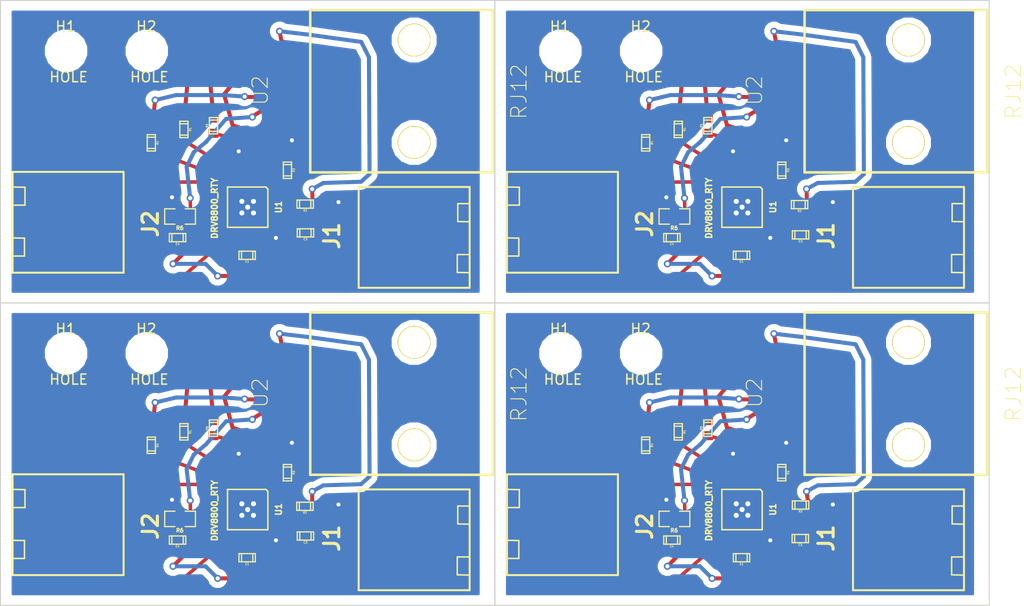
<source format=kicad_pcb>
(kicad_pcb (version 3) (host pcbnew "(2013-08-24 BZR 4298)-stable")

  (general
    (links 179)
    (no_connects 51)
    (area 110.58676 80.949999 214.90153 144.9108)
    (thickness 1.6)
    (drawings 20)
    (tracks 520)
    (zones 0)
    (modules 60)
    (nets 18)
  )

  (page A)
  (layers
    (15 F.Cu signal)
    (0 B.Cu signal)
    (16 B.Adhes user)
    (17 F.Adhes user)
    (18 B.Paste user)
    (19 F.Paste user)
    (20 B.SilkS user)
    (21 F.SilkS user)
    (22 B.Mask user)
    (23 F.Mask user)
    (24 Dwgs.User user)
    (25 Cmts.User user)
    (26 Eco1.User user)
    (27 Eco2.User user)
    (28 Edge.Cuts user)
  )

  (setup
    (last_trace_width 0.25)
    (user_trace_width 0.2)
    (user_trace_width 0.25)
    (user_trace_width 0.3)
    (user_trace_width 0.35)
    (user_trace_width 0.4)
    (user_trace_width 0.5)
    (user_trace_width 0.6)
    (user_trace_width 0.7)
    (user_trace_width 0.8)
    (user_trace_width 0.9)
    (user_trace_width 1)
    (user_trace_width 2)
    (trace_clearance 0.2)
    (zone_clearance 0.6)
    (zone_45_only no)
    (trace_min 0.1)
    (segment_width 0.2)
    (edge_width 0.1)
    (via_size 0.7)
    (via_drill 0.4)
    (via_min_size 0.7)
    (via_min_drill 0.4)
    (uvia_size 0.4)
    (uvia_drill 0.127)
    (uvias_allowed no)
    (uvia_min_size 0.4)
    (uvia_min_drill 0.127)
    (pcb_text_width 0.3)
    (pcb_text_size 1.5 1.5)
    (mod_edge_width 0.15)
    (mod_text_size 1 1)
    (mod_text_width 0.15)
    (pad_size 2.3 5.6)
    (pad_drill 0)
    (pad_to_mask_clearance 0)
    (aux_axis_origin 0 0)
    (visible_elements 7FFFFFFF)
    (pcbplotparams
      (layerselection 271613953)
      (usegerberextensions true)
      (excludeedgelayer true)
      (linewidth 0.150000)
      (plotframeref false)
      (viasonmask false)
      (mode 1)
      (useauxorigin false)
      (hpglpennumber 1)
      (hpglpenspeed 20)
      (hpglpendiameter 15)
      (hpglpenoverlay 2)
      (psnegative false)
      (psa4output false)
      (plotreference true)
      (plotvalue true)
      (plotothertext true)
      (plotinvisibletext false)
      (padsonsilk false)
      (subtractmaskfromsilk false)
      (outputformat 1)
      (mirror false)
      (drillshape 0)
      (scaleselection 1)
      (outputdirectory ""))
  )

  (net 0 "")
  (net 1 CS)
  (net 2 GND)
  (net 3 MODE)
  (net 4 Motor1OutA)
  (net 5 Motor1OutB)
  (net 6 N-0000014)
  (net 7 N-0000015)
  (net 8 N-0000019)
  (net 9 N-000002)
  (net 10 N-000003)
  (net 11 N-000006)
  (net 12 N-000007)
  (net 13 N-000009)
  (net 14 PHASE)
  (net 15 PWM)
  (net 16 VDD)
  (net 17 Vin)

  (net_class Default "This is the default net class."
    (clearance 0.2)
    (trace_width 0.25)
    (via_dia 0.7)
    (via_drill 0.4)
    (uvia_dia 0.4)
    (uvia_drill 0.127)
    (add_net "")
    (add_net CS)
    (add_net GND)
    (add_net MODE)
    (add_net Motor1OutA)
    (add_net Motor1OutB)
    (add_net N-0000014)
    (add_net N-0000015)
    (add_net N-0000019)
    (add_net N-000002)
    (add_net N-000003)
    (add_net N-000006)
    (add_net N-000007)
    (add_net N-000009)
    (add_net PHASE)
    (add_net PWM)
    (add_net VDD)
    (add_net Vin)
  )

  (module TED_Terminal_1814634 (layer F.Cu) (tedit 5390DC53) (tstamp 5393E6A1)
    (at 120.2 133 270)
    (path /5390E0F4)
    (fp_text reference J2 (at 0.15748 -8.15848 270) (layer F.SilkS)
      (effects (font (thickness 0.3048)))
    )
    (fp_text value TERMINAL_2X1 (at 0.1016 8.49884 270) (layer F.SilkS) hide
      (effects (font (thickness 0.3048)))
    )
    (fp_line (start 3.35 4.325) (end 3.35 5.475) (layer F.SilkS) (width 0.15))
    (fp_line (start 1.575 4.325) (end 3.35 4.325) (layer F.SilkS) (width 0.15))
    (fp_line (start 1.55 5.5) (end 1.575 4.325) (layer F.SilkS) (width 0.15))
    (fp_line (start -3.5 5.45) (end -3.475 4.275) (layer F.SilkS) (width 0.15))
    (fp_line (start -3.475 4.275) (end -1.7 4.275) (layer F.SilkS) (width 0.15))
    (fp_line (start -1.7 4.275) (end -1.7 5.425) (layer F.SilkS) (width 0.15))
    (fp_line (start -5 -5.5) (end 5 -5.5) (layer F.SilkS) (width 0.20066))
    (fp_line (start 5 -5.5) (end 5 5.5) (layer F.SilkS) (width 0.20066))
    (fp_line (start 5 5.5) (end -5 5.5) (layer F.SilkS) (width 0.20066))
    (fp_line (start -5 5.5) (end -5 -5.5) (layer F.SilkS) (width 0.20066))
    (pad PAD smd rect (at 3.85 0.8 270) (size 2.3 5.6)
      (layers F.Cu F.Paste F.Mask)
    )
    (pad 1 smd rect (at -1.25 -5.8 270) (size 1.4 3.4)
      (layers F.Cu F.Paste F.Mask)
      (net 4 Motor1OutA)
    )
    (pad 2 smd rect (at 1.25 -5.8 270) (size 1.4 3.4)
      (layers F.Cu F.Paste F.Mask)
      (net 5 Motor1OutB)
    )
    (pad PAD smd rect (at -3.85 0.8 270) (size 2.3 5.6)
      (layers F.Cu F.Paste F.Mask)
    )
  )

  (module TED_Terminal_1814634 (layer F.Cu) (tedit 5390DC53) (tstamp 5393E690)
    (at 154.5 134.5 90)
    (path /5390E0D8)
    (fp_text reference J1 (at 0.15748 -8.15848 90) (layer F.SilkS)
      (effects (font (thickness 0.3048)))
    )
    (fp_text value TERMINAL_2X1 (at 0.1016 8.49884 90) (layer F.SilkS) hide
      (effects (font (thickness 0.3048)))
    )
    (fp_line (start 3.35 4.325) (end 3.35 5.475) (layer F.SilkS) (width 0.15))
    (fp_line (start 1.575 4.325) (end 3.35 4.325) (layer F.SilkS) (width 0.15))
    (fp_line (start 1.55 5.5) (end 1.575 4.325) (layer F.SilkS) (width 0.15))
    (fp_line (start -3.5 5.45) (end -3.475 4.275) (layer F.SilkS) (width 0.15))
    (fp_line (start -3.475 4.275) (end -1.7 4.275) (layer F.SilkS) (width 0.15))
    (fp_line (start -1.7 4.275) (end -1.7 5.425) (layer F.SilkS) (width 0.15))
    (fp_line (start -5 -5.5) (end 5 -5.5) (layer F.SilkS) (width 0.20066))
    (fp_line (start 5 -5.5) (end 5 5.5) (layer F.SilkS) (width 0.20066))
    (fp_line (start 5 5.5) (end -5 5.5) (layer F.SilkS) (width 0.20066))
    (fp_line (start -5 5.5) (end -5 -5.5) (layer F.SilkS) (width 0.20066))
    (pad PAD smd rect (at 3.85 0.8 90) (size 2.3 5.6)
      (layers F.Cu F.Paste F.Mask)
    )
    (pad 1 smd rect (at -1.25 -5.8 90) (size 1.4 3.4)
      (layers F.Cu F.Paste F.Mask)
      (net 17 Vin)
    )
    (pad 2 smd rect (at 1.25 -5.8 90) (size 1.4 3.4)
      (layers F.Cu F.Paste F.Mask)
      (net 2 GND)
    )
    (pad PAD smd rect (at -3.85 0.8 90) (size 2.3 5.6)
      (layers F.Cu F.Paste F.Mask)
    )
  )

  (module TED_SM0805 (layer F.Cu) (tedit 522E5F71) (tstamp 5393E685)
    (at 131.3 132.425 180)
    (path /532CD0D4)
    (attr smd)
    (fp_text reference R6 (at 0.0254 -1.14808 180) (layer F.SilkS)
      (effects (font (size 0.381 0.381) (thickness 0.09398)))
    )
    (fp_text value 10m (at 0.10668 1.19888 180) (layer F.SilkS) hide
      (effects (font (size 0.381 0.381) (thickness 0.09398)))
    )
    (fp_line (start -0.508 0.762) (end -1.524 0.762) (layer F.SilkS) (width 0.127))
    (fp_line (start -1.524 0.762) (end -1.524 -0.762) (layer F.SilkS) (width 0.127))
    (fp_line (start -1.524 -0.762) (end -0.508 -0.762) (layer F.SilkS) (width 0.127))
    (fp_line (start 0.508 -0.762) (end 1.524 -0.762) (layer F.SilkS) (width 0.127))
    (fp_line (start 1.524 -0.762) (end 1.524 0.762) (layer F.SilkS) (width 0.127))
    (fp_line (start 1.524 0.762) (end 0.508 0.762) (layer F.SilkS) (width 0.127))
    (pad 1 smd rect (at -0.9525 0 180) (size 0.889 1.397)
      (layers F.Cu F.Paste F.Mask)
      (net 1 CS)
    )
    (pad 2 smd rect (at 0.9525 0 180) (size 0.889 1.397)
      (layers F.Cu F.Paste F.Mask)
      (net 2 GND)
    )
    (model smd/chip_cms.wrl
      (at (xyz 0 0 0))
      (scale (xyz 0.1 0.1 0.1))
      (rotate (xyz 0 0 0))
    )
  )

  (module TED_RJ12_955016669 (layer F.Cu) (tedit 538101BC) (tstamp 5393E676)
    (at 154.5 120 90)
    (path /537E7BB7)
    (fp_text reference U2 (at 0.08 -15.26 90) (layer F.SilkS)
      (effects (font (thickness 0.09906)))
    )
    (fp_text value RJ12 (at -0.04 10.39 90) (layer F.SilkS)
      (effects (font (thickness 0.09906)))
    )
    (fp_line (start -8.05 -10.3) (end 8.05 -10.3) (layer F.SilkS) (width 0.254))
    (fp_line (start 8.05 -10.3) (end 8.05 7.8) (layer F.SilkS) (width 0.254))
    (fp_line (start 8.05 7.8) (end -8.05 7.8) (layer F.SilkS) (width 0.254))
    (fp_line (start -8.05 7.8) (end -8.05 -10.3) (layer F.SilkS) (width 0.254))
    (pad 1 smd rect (at -3.175 -10.225 90) (size 0.76 6.35)
      (layers F.Cu F.Paste F.Mask)
      (net 2 GND)
      (clearance 0.2)
    )
    (pad 3 smd rect (at -0.635 -10.225 90) (size 0.76 6.35)
      (layers F.Cu F.Paste F.Mask)
      (net 7 N-0000015)
      (clearance 0.2)
    )
    (pad 5 smd rect (at 1.905 -10.225 90) (size 0.76 6.35)
      (layers F.Cu F.Paste F.Mask)
      (net 6 N-0000014)
      (clearance 0.2)
    )
    (pad 4 smd rect (at 0.635 -10.225 90) (size 0.76 6.35)
      (layers F.Cu F.Paste F.Mask)
      (net 8 N-0000019)
      (clearance 0.2)
    )
    (pad 6 smd rect (at 3.175 -10.225 90) (size 0.76 6.35)
      (layers F.Cu F.Paste F.Mask)
      (net 16 VDD)
      (clearance 0.2)
    )
    (pad "" np_thru_hole circle (at 5.08 0 90) (size 3.25 3.25) (drill 3)
      (layers *.Cu *.Mask F.SilkS)
      (clearance 0.3)
    )
    (pad "" np_thru_hole circle (at -5.08 0 90) (size 3.25 3.25) (drill 3)
      (layers *.Cu *.Mask F.SilkS)
      (clearance 0.3)
    )
    (pad 2 smd rect (at -1.905 -10.225 90) (size 0.76 6.35)
      (layers F.Cu F.Paste F.Mask)
      (net 1 CS)
      (clearance 0.2)
    )
  )

  (module TED_Hole_3mm (layer F.Cu) (tedit 52802437) (tstamp 5393E672)
    (at 128 116)
    (path /52D61D21)
    (fp_text reference H2 (at -0.05 -2.425) (layer F.SilkS)
      (effects (font (size 1 1) (thickness 0.15)))
    )
    (fp_text value HOLE (at 0.25 2.6) (layer F.SilkS)
      (effects (font (size 1 1) (thickness 0.15)))
    )
    (pad "" np_thru_hole circle (at 0 0) (size 3 3) (drill 3)
      (layers *.Cu *.Mask F.SilkS)
    )
  )

  (module TED_Hole_3mm (layer F.Cu) (tedit 52802437) (tstamp 5393E66E)
    (at 120 116)
    (path /52D61D03)
    (fp_text reference H1 (at -0.05 -2.425) (layer F.SilkS)
      (effects (font (size 1 1) (thickness 0.15)))
    )
    (fp_text value HOLE (at 0.25 2.6) (layer F.SilkS)
      (effects (font (size 1 1) (thickness 0.15)))
    )
    (pad "" np_thru_hole circle (at 0 0) (size 3 3) (drill 3)
      (layers *.Cu *.Mask F.SilkS)
    )
  )

  (module TED_QFN16+1 (layer F.Cu) (tedit 532CC866) (tstamp 5393E64F)
    (at 138 131.5 270)
    (path /53880556)
    (solder_mask_margin 0.1)
    (solder_paste_margin -0.1)
    (solder_paste_ratio -0.2)
    (clearance 0.1)
    (fp_text reference U1 (at -0.01 -3.07 270) (layer F.SilkS)
      (effects (font (size 0.6 0.6) (thickness 0.15)))
    )
    (fp_text value DRV8800_RTY (at 0.11 3.28 270) (layer F.SilkS)
      (effects (font (size 0.6 0.6) (thickness 0.15)))
    )
    (fp_line (start -1.8 -2) (end 2 -2) (layer F.SilkS) (width 0.14986))
    (fp_line (start -2 -1.8) (end -2 2) (layer F.SilkS) (width 0.14986))
    (fp_line (start -1.8 -2) (end -2 -1.8) (layer F.SilkS) (width 0.14986))
    (fp_line (start 2 2) (end -2 2) (layer F.SilkS) (width 0.14986))
    (fp_line (start 2 -2) (end 2 2) (layer F.SilkS) (width 0.14986))
    (pad 17 smd rect (at 0 0 180) (size 2.1 2.1)
      (layers F.Cu F.Paste)
      (net 2 GND)
      (zone_connect 2)
    )
    (pad 1 smd rect (at -1.9 -0.975 270) (size 1 0.35)
      (layers F.Cu F.Paste F.Mask)
      (net 14 PHASE)
    )
    (pad 2 smd rect (at -1.9 -0.325 270) (size 1 0.35)
      (layers F.Cu F.Paste F.Mask)
      (net 2 GND)
    )
    (pad 3 smd rect (at -1.9 0.325 270) (size 1 0.35)
      (layers F.Cu F.Paste F.Mask)
      (net 13 N-000009)
    )
    (pad 4 smd rect (at -1.9 0.975 270) (size 1 0.35)
      (layers F.Cu F.Paste F.Mask)
      (net 15 PWM)
    )
    (pad 5 smd rect (at -0.975 1.9 180) (size 1 0.35)
      (layers F.Cu F.Paste F.Mask)
    )
    (pad 6 smd rect (at -0.325 1.9 180) (size 1 0.35)
      (layers F.Cu F.Paste F.Mask)
      (net 4 Motor1OutA)
    )
    (pad 7 smd rect (at 0.325 1.9 180) (size 1 0.35)
      (layers F.Cu F.Paste F.Mask)
      (net 1 CS)
    )
    (pad 8 smd rect (at 0.975 1.9 180) (size 1 0.35)
      (layers F.Cu F.Paste F.Mask)
      (net 17 Vin)
    )
    (pad 9 smd rect (at 1.9 0.975 270) (size 1 0.35)
      (layers F.Cu F.Paste F.Mask)
      (net 5 Motor1OutB)
    )
    (pad 10 smd rect (at 1.9 0.325 270) (size 1 0.35)
      (layers F.Cu F.Paste F.Mask)
      (net 10 N-000003)
    )
    (pad 11 smd rect (at 1.9 -0.325 270) (size 1 0.35)
      (layers F.Cu F.Paste F.Mask)
      (net 9 N-000002)
    )
    (pad 12 smd rect (at 1.9 -0.975 270) (size 1 0.35)
      (layers F.Cu F.Paste F.Mask)
      (net 2 GND)
    )
    (pad 13 smd rect (at 0.975 -1.9 180) (size 1 0.35)
      (layers F.Cu F.Paste F.Mask)
      (net 11 N-000006)
    )
    (pad 14 smd rect (at 0.325 -1.9 180) (size 1 0.35)
      (layers F.Cu F.Paste F.Mask)
    )
    (pad 15 smd rect (at -0.325 -1.9 180) (size 1 0.35)
      (layers F.Cu F.Paste F.Mask)
      (net 12 N-000007)
    )
    (pad 16 smd rect (at -0.975 -1.9 180) (size 1 0.35)
      (layers F.Cu F.Paste F.Mask)
      (net 3 MODE)
    )
    (pad 17 thru_hole circle (at 0 0 180) (size 0.5 0.5) (drill 0.5)
      (layers *.Cu)
      (net 2 GND)
      (zone_connect 2)
    )
    (pad 17 thru_hole circle (at 0.575 -0.575 180) (size 0.5 0.5) (drill 0.5)
      (layers *.Cu)
      (net 2 GND)
      (zone_connect 2)
    )
    (pad 17 thru_hole circle (at -0.575 -0.575 180) (size 0.5 0.5) (drill 0.5)
      (layers *.Cu)
      (net 2 GND)
      (zone_connect 2)
    )
    (pad 17 thru_hole circle (at 0.575 0.575 180) (size 0.5 0.5) (drill 0.5)
      (layers *.Cu)
      (net 2 GND)
      (zone_connect 2)
    )
    (pad 17 thru_hole circle (at -0.575 0.575 180) (size 0.5 0.5) (drill 0.5)
      (layers *.Cu)
      (net 2 GND)
      (zone_connect 2)
    )
    (pad 17 smd rect (at 0 0 180) (size 2.1 2.1)
      (layers B.Cu B.Paste)
      (net 2 GND)
      (zone_connect 2)
    )
    (model smd/qfn24.wrl
      (at (xyz 0 0 0))
      (scale (xyz 1 1 1))
      (rotate (xyz 0 0 0))
    )
  )

  (module TED_SM0603 (layer F.Cu) (tedit 527731CB) (tstamp 5393E644)
    (at 131.05 134.525 180)
    (descr "SMT capacitor, 0603")
    (path /532CCE8D)
    (fp_text reference C4 (at 0 -0.635 180) (layer F.SilkS)
      (effects (font (size 0.20066 0.20066) (thickness 0.04064)))
    )
    (fp_text value ".1uF (50v)" (at 0 0.635 180) (layer F.SilkS) hide
      (effects (font (size 0.20066 0.20066) (thickness 0.04064)))
    )
    (fp_line (start 0.5588 0.4064) (end 0.5588 -0.4064) (layer F.SilkS) (width 0.127))
    (fp_line (start -0.5588 -0.381) (end -0.5588 0.4064) (layer F.SilkS) (width 0.127))
    (fp_line (start -0.8128 -0.4064) (end 0.8128 -0.4064) (layer F.SilkS) (width 0.127))
    (fp_line (start 0.8128 -0.4064) (end 0.8128 0.4064) (layer F.SilkS) (width 0.127))
    (fp_line (start 0.8128 0.4064) (end -0.8128 0.4064) (layer F.SilkS) (width 0.127))
    (fp_line (start -0.8128 0.4064) (end -0.8128 -0.4064) (layer F.SilkS) (width 0.127))
    (pad 2 smd rect (at 0.75184 0 180) (size 0.89916 1.00076)
      (layers F.Cu F.Paste F.Mask)
      (net 2 GND)
      (clearance 0.1)
    )
    (pad 1 smd rect (at -0.75184 0 180) (size 0.89916 1.00076)
      (layers F.Cu F.Paste F.Mask)
      (net 17 Vin)
      (clearance 0.1)
    )
    (model smd/capacitors/c_0603.wrl
      (at (xyz 0 0 0))
      (scale (xyz 1 1 1))
      (rotate (xyz 0 0 0))
    )
  )

  (module TED_SM0603 (layer F.Cu) (tedit 527731CB) (tstamp 5393E639)
    (at 143.725 134.125 180)
    (descr "SMT capacitor, 0603")
    (path /532CCF4F)
    (fp_text reference C3 (at 0 -0.635 180) (layer F.SilkS)
      (effects (font (size 0.20066 0.20066) (thickness 0.04064)))
    )
    (fp_text value ".1uF (50v)" (at 0 0.635 180) (layer F.SilkS) hide
      (effects (font (size 0.20066 0.20066) (thickness 0.04064)))
    )
    (fp_line (start 0.5588 0.4064) (end 0.5588 -0.4064) (layer F.SilkS) (width 0.127))
    (fp_line (start -0.5588 -0.381) (end -0.5588 0.4064) (layer F.SilkS) (width 0.127))
    (fp_line (start -0.8128 -0.4064) (end 0.8128 -0.4064) (layer F.SilkS) (width 0.127))
    (fp_line (start 0.8128 -0.4064) (end 0.8128 0.4064) (layer F.SilkS) (width 0.127))
    (fp_line (start 0.8128 0.4064) (end -0.8128 0.4064) (layer F.SilkS) (width 0.127))
    (fp_line (start -0.8128 0.4064) (end -0.8128 -0.4064) (layer F.SilkS) (width 0.127))
    (pad 2 smd rect (at 0.75184 0 180) (size 0.89916 1.00076)
      (layers F.Cu F.Paste F.Mask)
      (net 11 N-000006)
      (clearance 0.1)
    )
    (pad 1 smd rect (at -0.75184 0 180) (size 0.89916 1.00076)
      (layers F.Cu F.Paste F.Mask)
      (net 17 Vin)
      (clearance 0.1)
    )
    (model smd/capacitors/c_0603.wrl
      (at (xyz 0 0 0))
      (scale (xyz 1 1 1))
      (rotate (xyz 0 0 0))
    )
  )

  (module TED_SM0603 (layer F.Cu) (tedit 527731CB) (tstamp 5393E62E)
    (at 143.675 131.175 180)
    (descr "SMT capacitor, 0603")
    (path /532CCFD5)
    (fp_text reference R2 (at 0 -0.635 180) (layer F.SilkS)
      (effects (font (size 0.20066 0.20066) (thickness 0.04064)))
    )
    (fp_text value 3.3k (at 0 0.635 180) (layer F.SilkS) hide
      (effects (font (size 0.20066 0.20066) (thickness 0.04064)))
    )
    (fp_line (start 0.5588 0.4064) (end 0.5588 -0.4064) (layer F.SilkS) (width 0.127))
    (fp_line (start -0.5588 -0.381) (end -0.5588 0.4064) (layer F.SilkS) (width 0.127))
    (fp_line (start -0.8128 -0.4064) (end 0.8128 -0.4064) (layer F.SilkS) (width 0.127))
    (fp_line (start 0.8128 -0.4064) (end 0.8128 0.4064) (layer F.SilkS) (width 0.127))
    (fp_line (start 0.8128 0.4064) (end -0.8128 0.4064) (layer F.SilkS) (width 0.127))
    (fp_line (start -0.8128 0.4064) (end -0.8128 -0.4064) (layer F.SilkS) (width 0.127))
    (pad 2 smd rect (at 0.75184 0 180) (size 0.89916 1.00076)
      (layers F.Cu F.Paste F.Mask)
      (net 12 N-000007)
      (clearance 0.1)
    )
    (pad 1 smd rect (at -0.75184 0 180) (size 0.89916 1.00076)
      (layers F.Cu F.Paste F.Mask)
      (net 16 VDD)
      (clearance 0.1)
    )
    (model smd/capacitors/c_0603.wrl
      (at (xyz 0 0 0))
      (scale (xyz 1 1 1))
      (rotate (xyz 0 0 0))
    )
  )

  (module TED_SM0603 (layer F.Cu) (tedit 527731CB) (tstamp 5393E623)
    (at 131.68 123.79 270)
    (descr "SMT capacitor, 0603")
    (path /532CD08D)
    (fp_text reference R1 (at 0 -0.635 270) (layer F.SilkS)
      (effects (font (size 0.20066 0.20066) (thickness 0.04064)))
    )
    (fp_text value 3.3k (at 0 0.635 270) (layer F.SilkS) hide
      (effects (font (size 0.20066 0.20066) (thickness 0.04064)))
    )
    (fp_line (start 0.5588 0.4064) (end 0.5588 -0.4064) (layer F.SilkS) (width 0.127))
    (fp_line (start -0.5588 -0.381) (end -0.5588 0.4064) (layer F.SilkS) (width 0.127))
    (fp_line (start -0.8128 -0.4064) (end 0.8128 -0.4064) (layer F.SilkS) (width 0.127))
    (fp_line (start 0.8128 -0.4064) (end 0.8128 0.4064) (layer F.SilkS) (width 0.127))
    (fp_line (start 0.8128 0.4064) (end -0.8128 0.4064) (layer F.SilkS) (width 0.127))
    (fp_line (start -0.8128 0.4064) (end -0.8128 -0.4064) (layer F.SilkS) (width 0.127))
    (pad 2 smd rect (at 0.75184 0 270) (size 0.89916 1.00076)
      (layers F.Cu F.Paste F.Mask)
      (net 13 N-000009)
      (clearance 0.1)
    )
    (pad 1 smd rect (at -0.75184 0 270) (size 0.89916 1.00076)
      (layers F.Cu F.Paste F.Mask)
      (net 16 VDD)
      (clearance 0.1)
    )
    (model smd/capacitors/c_0603.wrl
      (at (xyz 0 0 0))
      (scale (xyz 1 1 1))
      (rotate (xyz 0 0 0))
    )
  )

  (module TED_SM0603 (layer F.Cu) (tedit 527731CB) (tstamp 5393E618)
    (at 137.95 136.275 180)
    (descr "SMT capacitor, 0603")
    (path /532CD1F4)
    (fp_text reference C1 (at 0 -0.635 180) (layer F.SilkS)
      (effects (font (size 0.20066 0.20066) (thickness 0.04064)))
    )
    (fp_text value ".1uF (50v)" (at 0 0.635 180) (layer F.SilkS) hide
      (effects (font (size 0.20066 0.20066) (thickness 0.04064)))
    )
    (fp_line (start 0.5588 0.4064) (end 0.5588 -0.4064) (layer F.SilkS) (width 0.127))
    (fp_line (start -0.5588 -0.381) (end -0.5588 0.4064) (layer F.SilkS) (width 0.127))
    (fp_line (start -0.8128 -0.4064) (end 0.8128 -0.4064) (layer F.SilkS) (width 0.127))
    (fp_line (start 0.8128 -0.4064) (end 0.8128 0.4064) (layer F.SilkS) (width 0.127))
    (fp_line (start 0.8128 0.4064) (end -0.8128 0.4064) (layer F.SilkS) (width 0.127))
    (fp_line (start -0.8128 0.4064) (end -0.8128 -0.4064) (layer F.SilkS) (width 0.127))
    (pad 2 smd rect (at 0.75184 0 180) (size 0.89916 1.00076)
      (layers F.Cu F.Paste F.Mask)
      (net 10 N-000003)
      (clearance 0.1)
    )
    (pad 1 smd rect (at -0.75184 0 180) (size 0.89916 1.00076)
      (layers F.Cu F.Paste F.Mask)
      (net 9 N-000002)
      (clearance 0.1)
    )
    (model smd/capacitors/c_0603.wrl
      (at (xyz 0 0 0))
      (scale (xyz 1 1 1))
      (rotate (xyz 0 0 0))
    )
  )

  (module TED_SM0603 (layer F.Cu) (tedit 527731CB) (tstamp 5393E60D)
    (at 128.45 125.12 270)
    (descr "SMT capacitor, 0603")
    (path /5260A785)
    (fp_text reference R4 (at 0 -0.635 270) (layer F.SilkS)
      (effects (font (size 0.20066 0.20066) (thickness 0.04064)))
    )
    (fp_text value 1k (at 0 0.635 270) (layer F.SilkS) hide
      (effects (font (size 0.20066 0.20066) (thickness 0.04064)))
    )
    (fp_line (start 0.5588 0.4064) (end 0.5588 -0.4064) (layer F.SilkS) (width 0.127))
    (fp_line (start -0.5588 -0.381) (end -0.5588 0.4064) (layer F.SilkS) (width 0.127))
    (fp_line (start -0.8128 -0.4064) (end 0.8128 -0.4064) (layer F.SilkS) (width 0.127))
    (fp_line (start 0.8128 -0.4064) (end 0.8128 0.4064) (layer F.SilkS) (width 0.127))
    (fp_line (start 0.8128 0.4064) (end -0.8128 0.4064) (layer F.SilkS) (width 0.127))
    (fp_line (start -0.8128 0.4064) (end -0.8128 -0.4064) (layer F.SilkS) (width 0.127))
    (pad 2 smd rect (at 0.75184 0 270) (size 0.89916 1.00076)
      (layers F.Cu F.Paste F.Mask)
      (net 15 PWM)
      (clearance 0.1)
    )
    (pad 1 smd rect (at -0.75184 0 270) (size 0.89916 1.00076)
      (layers F.Cu F.Paste F.Mask)
      (net 7 N-0000015)
      (clearance 0.1)
    )
    (model smd/capacitors/c_0603.wrl
      (at (xyz 0 0 0))
      (scale (xyz 1 1 1))
      (rotate (xyz 0 0 0))
    )
  )

  (module TED_SM0603 (layer F.Cu) (tedit 527731CB) (tstamp 5393E602)
    (at 134.61 123.42 90)
    (descr "SMT capacitor, 0603")
    (path /5260A77F)
    (fp_text reference R5 (at 0 -0.635 90) (layer F.SilkS)
      (effects (font (size 0.20066 0.20066) (thickness 0.04064)))
    )
    (fp_text value 1k (at 0 0.635 90) (layer F.SilkS) hide
      (effects (font (size 0.20066 0.20066) (thickness 0.04064)))
    )
    (fp_line (start 0.5588 0.4064) (end 0.5588 -0.4064) (layer F.SilkS) (width 0.127))
    (fp_line (start -0.5588 -0.381) (end -0.5588 0.4064) (layer F.SilkS) (width 0.127))
    (fp_line (start -0.8128 -0.4064) (end 0.8128 -0.4064) (layer F.SilkS) (width 0.127))
    (fp_line (start 0.8128 -0.4064) (end 0.8128 0.4064) (layer F.SilkS) (width 0.127))
    (fp_line (start 0.8128 0.4064) (end -0.8128 0.4064) (layer F.SilkS) (width 0.127))
    (fp_line (start -0.8128 0.4064) (end -0.8128 -0.4064) (layer F.SilkS) (width 0.127))
    (pad 2 smd rect (at 0.75184 0 90) (size 0.89916 1.00076)
      (layers F.Cu F.Paste F.Mask)
      (net 6 N-0000014)
      (clearance 0.1)
    )
    (pad 1 smd rect (at -0.75184 0 90) (size 0.89916 1.00076)
      (layers F.Cu F.Paste F.Mask)
      (net 14 PHASE)
      (clearance 0.1)
    )
    (model smd/capacitors/c_0603.wrl
      (at (xyz 0 0 0))
      (scale (xyz 1 1 1))
      (rotate (xyz 0 0 0))
    )
  )

  (module TED_SM0603 (layer F.Cu) (tedit 527731CB) (tstamp 5393E5F7)
    (at 141.94 127.84 270)
    (descr "SMT capacitor, 0603")
    (path /5260A766)
    (fp_text reference R3 (at 0 -0.635 270) (layer F.SilkS)
      (effects (font (size 0.20066 0.20066) (thickness 0.04064)))
    )
    (fp_text value 1k (at 0 0.635 270) (layer F.SilkS) hide
      (effects (font (size 0.20066 0.20066) (thickness 0.04064)))
    )
    (fp_line (start 0.5588 0.4064) (end 0.5588 -0.4064) (layer F.SilkS) (width 0.127))
    (fp_line (start -0.5588 -0.381) (end -0.5588 0.4064) (layer F.SilkS) (width 0.127))
    (fp_line (start -0.8128 -0.4064) (end 0.8128 -0.4064) (layer F.SilkS) (width 0.127))
    (fp_line (start 0.8128 -0.4064) (end 0.8128 0.4064) (layer F.SilkS) (width 0.127))
    (fp_line (start 0.8128 0.4064) (end -0.8128 0.4064) (layer F.SilkS) (width 0.127))
    (fp_line (start -0.8128 0.4064) (end -0.8128 -0.4064) (layer F.SilkS) (width 0.127))
    (pad 2 smd rect (at 0.75184 0 270) (size 0.89916 1.00076)
      (layers F.Cu F.Paste F.Mask)
      (net 3 MODE)
      (clearance 0.1)
    )
    (pad 1 smd rect (at -0.75184 0 270) (size 0.89916 1.00076)
      (layers F.Cu F.Paste F.Mask)
      (net 8 N-0000019)
      (clearance 0.1)
    )
    (model smd/capacitors/c_0603.wrl
      (at (xyz 0 0 0))
      (scale (xyz 1 1 1))
      (rotate (xyz 0 0 0))
    )
  )

  (module TED_SM0603 (layer F.Cu) (tedit 527731CB) (tstamp 5393E5EC)
    (at 190.94 127.84 270)
    (descr "SMT capacitor, 0603")
    (path /5260A766)
    (fp_text reference R3 (at 0 -0.635 270) (layer F.SilkS)
      (effects (font (size 0.20066 0.20066) (thickness 0.04064)))
    )
    (fp_text value 1k (at 0 0.635 270) (layer F.SilkS) hide
      (effects (font (size 0.20066 0.20066) (thickness 0.04064)))
    )
    (fp_line (start 0.5588 0.4064) (end 0.5588 -0.4064) (layer F.SilkS) (width 0.127))
    (fp_line (start -0.5588 -0.381) (end -0.5588 0.4064) (layer F.SilkS) (width 0.127))
    (fp_line (start -0.8128 -0.4064) (end 0.8128 -0.4064) (layer F.SilkS) (width 0.127))
    (fp_line (start 0.8128 -0.4064) (end 0.8128 0.4064) (layer F.SilkS) (width 0.127))
    (fp_line (start 0.8128 0.4064) (end -0.8128 0.4064) (layer F.SilkS) (width 0.127))
    (fp_line (start -0.8128 0.4064) (end -0.8128 -0.4064) (layer F.SilkS) (width 0.127))
    (pad 2 smd rect (at 0.75184 0 270) (size 0.89916 1.00076)
      (layers F.Cu F.Paste F.Mask)
      (net 3 MODE)
      (clearance 0.1)
    )
    (pad 1 smd rect (at -0.75184 0 270) (size 0.89916 1.00076)
      (layers F.Cu F.Paste F.Mask)
      (net 8 N-0000019)
      (clearance 0.1)
    )
    (model smd/capacitors/c_0603.wrl
      (at (xyz 0 0 0))
      (scale (xyz 1 1 1))
      (rotate (xyz 0 0 0))
    )
  )

  (module TED_SM0603 (layer F.Cu) (tedit 527731CB) (tstamp 5393E5E1)
    (at 183.61 123.42 90)
    (descr "SMT capacitor, 0603")
    (path /5260A77F)
    (fp_text reference R5 (at 0 -0.635 90) (layer F.SilkS)
      (effects (font (size 0.20066 0.20066) (thickness 0.04064)))
    )
    (fp_text value 1k (at 0 0.635 90) (layer F.SilkS) hide
      (effects (font (size 0.20066 0.20066) (thickness 0.04064)))
    )
    (fp_line (start 0.5588 0.4064) (end 0.5588 -0.4064) (layer F.SilkS) (width 0.127))
    (fp_line (start -0.5588 -0.381) (end -0.5588 0.4064) (layer F.SilkS) (width 0.127))
    (fp_line (start -0.8128 -0.4064) (end 0.8128 -0.4064) (layer F.SilkS) (width 0.127))
    (fp_line (start 0.8128 -0.4064) (end 0.8128 0.4064) (layer F.SilkS) (width 0.127))
    (fp_line (start 0.8128 0.4064) (end -0.8128 0.4064) (layer F.SilkS) (width 0.127))
    (fp_line (start -0.8128 0.4064) (end -0.8128 -0.4064) (layer F.SilkS) (width 0.127))
    (pad 2 smd rect (at 0.75184 0 90) (size 0.89916 1.00076)
      (layers F.Cu F.Paste F.Mask)
      (net 6 N-0000014)
      (clearance 0.1)
    )
    (pad 1 smd rect (at -0.75184 0 90) (size 0.89916 1.00076)
      (layers F.Cu F.Paste F.Mask)
      (net 14 PHASE)
      (clearance 0.1)
    )
    (model smd/capacitors/c_0603.wrl
      (at (xyz 0 0 0))
      (scale (xyz 1 1 1))
      (rotate (xyz 0 0 0))
    )
  )

  (module TED_SM0603 (layer F.Cu) (tedit 527731CB) (tstamp 5393E5D6)
    (at 177.45 125.12 270)
    (descr "SMT capacitor, 0603")
    (path /5260A785)
    (fp_text reference R4 (at 0 -0.635 270) (layer F.SilkS)
      (effects (font (size 0.20066 0.20066) (thickness 0.04064)))
    )
    (fp_text value 1k (at 0 0.635 270) (layer F.SilkS) hide
      (effects (font (size 0.20066 0.20066) (thickness 0.04064)))
    )
    (fp_line (start 0.5588 0.4064) (end 0.5588 -0.4064) (layer F.SilkS) (width 0.127))
    (fp_line (start -0.5588 -0.381) (end -0.5588 0.4064) (layer F.SilkS) (width 0.127))
    (fp_line (start -0.8128 -0.4064) (end 0.8128 -0.4064) (layer F.SilkS) (width 0.127))
    (fp_line (start 0.8128 -0.4064) (end 0.8128 0.4064) (layer F.SilkS) (width 0.127))
    (fp_line (start 0.8128 0.4064) (end -0.8128 0.4064) (layer F.SilkS) (width 0.127))
    (fp_line (start -0.8128 0.4064) (end -0.8128 -0.4064) (layer F.SilkS) (width 0.127))
    (pad 2 smd rect (at 0.75184 0 270) (size 0.89916 1.00076)
      (layers F.Cu F.Paste F.Mask)
      (net 15 PWM)
      (clearance 0.1)
    )
    (pad 1 smd rect (at -0.75184 0 270) (size 0.89916 1.00076)
      (layers F.Cu F.Paste F.Mask)
      (net 7 N-0000015)
      (clearance 0.1)
    )
    (model smd/capacitors/c_0603.wrl
      (at (xyz 0 0 0))
      (scale (xyz 1 1 1))
      (rotate (xyz 0 0 0))
    )
  )

  (module TED_SM0603 (layer F.Cu) (tedit 527731CB) (tstamp 5393E5CB)
    (at 186.95 136.275 180)
    (descr "SMT capacitor, 0603")
    (path /532CD1F4)
    (fp_text reference C1 (at 0 -0.635 180) (layer F.SilkS)
      (effects (font (size 0.20066 0.20066) (thickness 0.04064)))
    )
    (fp_text value ".1uF (50v)" (at 0 0.635 180) (layer F.SilkS) hide
      (effects (font (size 0.20066 0.20066) (thickness 0.04064)))
    )
    (fp_line (start 0.5588 0.4064) (end 0.5588 -0.4064) (layer F.SilkS) (width 0.127))
    (fp_line (start -0.5588 -0.381) (end -0.5588 0.4064) (layer F.SilkS) (width 0.127))
    (fp_line (start -0.8128 -0.4064) (end 0.8128 -0.4064) (layer F.SilkS) (width 0.127))
    (fp_line (start 0.8128 -0.4064) (end 0.8128 0.4064) (layer F.SilkS) (width 0.127))
    (fp_line (start 0.8128 0.4064) (end -0.8128 0.4064) (layer F.SilkS) (width 0.127))
    (fp_line (start -0.8128 0.4064) (end -0.8128 -0.4064) (layer F.SilkS) (width 0.127))
    (pad 2 smd rect (at 0.75184 0 180) (size 0.89916 1.00076)
      (layers F.Cu F.Paste F.Mask)
      (net 10 N-000003)
      (clearance 0.1)
    )
    (pad 1 smd rect (at -0.75184 0 180) (size 0.89916 1.00076)
      (layers F.Cu F.Paste F.Mask)
      (net 9 N-000002)
      (clearance 0.1)
    )
    (model smd/capacitors/c_0603.wrl
      (at (xyz 0 0 0))
      (scale (xyz 1 1 1))
      (rotate (xyz 0 0 0))
    )
  )

  (module TED_SM0603 (layer F.Cu) (tedit 527731CB) (tstamp 5393E5C0)
    (at 180.68 123.79 270)
    (descr "SMT capacitor, 0603")
    (path /532CD08D)
    (fp_text reference R1 (at 0 -0.635 270) (layer F.SilkS)
      (effects (font (size 0.20066 0.20066) (thickness 0.04064)))
    )
    (fp_text value 3.3k (at 0 0.635 270) (layer F.SilkS) hide
      (effects (font (size 0.20066 0.20066) (thickness 0.04064)))
    )
    (fp_line (start 0.5588 0.4064) (end 0.5588 -0.4064) (layer F.SilkS) (width 0.127))
    (fp_line (start -0.5588 -0.381) (end -0.5588 0.4064) (layer F.SilkS) (width 0.127))
    (fp_line (start -0.8128 -0.4064) (end 0.8128 -0.4064) (layer F.SilkS) (width 0.127))
    (fp_line (start 0.8128 -0.4064) (end 0.8128 0.4064) (layer F.SilkS) (width 0.127))
    (fp_line (start 0.8128 0.4064) (end -0.8128 0.4064) (layer F.SilkS) (width 0.127))
    (fp_line (start -0.8128 0.4064) (end -0.8128 -0.4064) (layer F.SilkS) (width 0.127))
    (pad 2 smd rect (at 0.75184 0 270) (size 0.89916 1.00076)
      (layers F.Cu F.Paste F.Mask)
      (net 13 N-000009)
      (clearance 0.1)
    )
    (pad 1 smd rect (at -0.75184 0 270) (size 0.89916 1.00076)
      (layers F.Cu F.Paste F.Mask)
      (net 16 VDD)
      (clearance 0.1)
    )
    (model smd/capacitors/c_0603.wrl
      (at (xyz 0 0 0))
      (scale (xyz 1 1 1))
      (rotate (xyz 0 0 0))
    )
  )

  (module TED_SM0603 (layer F.Cu) (tedit 527731CB) (tstamp 5393E5B5)
    (at 192.8 131.05 180)
    (descr "SMT capacitor, 0603")
    (path /532CCFD5)
    (fp_text reference R2 (at 0 -0.635 180) (layer F.SilkS)
      (effects (font (size 0.20066 0.20066) (thickness 0.04064)))
    )
    (fp_text value 3.3k (at 0 0.635 180) (layer F.SilkS) hide
      (effects (font (size 0.20066 0.20066) (thickness 0.04064)))
    )
    (fp_line (start 0.5588 0.4064) (end 0.5588 -0.4064) (layer F.SilkS) (width 0.127))
    (fp_line (start -0.5588 -0.381) (end -0.5588 0.4064) (layer F.SilkS) (width 0.127))
    (fp_line (start -0.8128 -0.4064) (end 0.8128 -0.4064) (layer F.SilkS) (width 0.127))
    (fp_line (start 0.8128 -0.4064) (end 0.8128 0.4064) (layer F.SilkS) (width 0.127))
    (fp_line (start 0.8128 0.4064) (end -0.8128 0.4064) (layer F.SilkS) (width 0.127))
    (fp_line (start -0.8128 0.4064) (end -0.8128 -0.4064) (layer F.SilkS) (width 0.127))
    (pad 2 smd rect (at 0.75184 0 180) (size 0.89916 1.00076)
      (layers F.Cu F.Paste F.Mask)
      (net 12 N-000007)
      (clearance 0.1)
    )
    (pad 1 smd rect (at -0.75184 0 180) (size 0.89916 1.00076)
      (layers F.Cu F.Paste F.Mask)
      (net 16 VDD)
      (clearance 0.1)
    )
    (model smd/capacitors/c_0603.wrl
      (at (xyz 0 0 0))
      (scale (xyz 1 1 1))
      (rotate (xyz 0 0 0))
    )
  )

  (module TED_SM0603 (layer F.Cu) (tedit 527731CB) (tstamp 5393E5AA)
    (at 192.775 134.375 180)
    (descr "SMT capacitor, 0603")
    (path /532CCF4F)
    (fp_text reference C3 (at 0 -0.635 180) (layer F.SilkS)
      (effects (font (size 0.20066 0.20066) (thickness 0.04064)))
    )
    (fp_text value ".1uF (50v)" (at 0 0.635 180) (layer F.SilkS) hide
      (effects (font (size 0.20066 0.20066) (thickness 0.04064)))
    )
    (fp_line (start 0.5588 0.4064) (end 0.5588 -0.4064) (layer F.SilkS) (width 0.127))
    (fp_line (start -0.5588 -0.381) (end -0.5588 0.4064) (layer F.SilkS) (width 0.127))
    (fp_line (start -0.8128 -0.4064) (end 0.8128 -0.4064) (layer F.SilkS) (width 0.127))
    (fp_line (start 0.8128 -0.4064) (end 0.8128 0.4064) (layer F.SilkS) (width 0.127))
    (fp_line (start 0.8128 0.4064) (end -0.8128 0.4064) (layer F.SilkS) (width 0.127))
    (fp_line (start -0.8128 0.4064) (end -0.8128 -0.4064) (layer F.SilkS) (width 0.127))
    (pad 2 smd rect (at 0.75184 0 180) (size 0.89916 1.00076)
      (layers F.Cu F.Paste F.Mask)
      (net 11 N-000006)
      (clearance 0.1)
    )
    (pad 1 smd rect (at -0.75184 0 180) (size 0.89916 1.00076)
      (layers F.Cu F.Paste F.Mask)
      (net 17 Vin)
      (clearance 0.1)
    )
    (model smd/capacitors/c_0603.wrl
      (at (xyz 0 0 0))
      (scale (xyz 1 1 1))
      (rotate (xyz 0 0 0))
    )
  )

  (module TED_SM0603 (layer F.Cu) (tedit 527731CB) (tstamp 5393E59F)
    (at 180.05 134.525 180)
    (descr "SMT capacitor, 0603")
    (path /532CCE8D)
    (fp_text reference C4 (at 0 -0.635 180) (layer F.SilkS)
      (effects (font (size 0.20066 0.20066) (thickness 0.04064)))
    )
    (fp_text value ".1uF (50v)" (at 0 0.635 180) (layer F.SilkS) hide
      (effects (font (size 0.20066 0.20066) (thickness 0.04064)))
    )
    (fp_line (start 0.5588 0.4064) (end 0.5588 -0.4064) (layer F.SilkS) (width 0.127))
    (fp_line (start -0.5588 -0.381) (end -0.5588 0.4064) (layer F.SilkS) (width 0.127))
    (fp_line (start -0.8128 -0.4064) (end 0.8128 -0.4064) (layer F.SilkS) (width 0.127))
    (fp_line (start 0.8128 -0.4064) (end 0.8128 0.4064) (layer F.SilkS) (width 0.127))
    (fp_line (start 0.8128 0.4064) (end -0.8128 0.4064) (layer F.SilkS) (width 0.127))
    (fp_line (start -0.8128 0.4064) (end -0.8128 -0.4064) (layer F.SilkS) (width 0.127))
    (pad 2 smd rect (at 0.75184 0 180) (size 0.89916 1.00076)
      (layers F.Cu F.Paste F.Mask)
      (net 2 GND)
      (clearance 0.1)
    )
    (pad 1 smd rect (at -0.75184 0 180) (size 0.89916 1.00076)
      (layers F.Cu F.Paste F.Mask)
      (net 17 Vin)
      (clearance 0.1)
    )
    (model smd/capacitors/c_0603.wrl
      (at (xyz 0 0 0))
      (scale (xyz 1 1 1))
      (rotate (xyz 0 0 0))
    )
  )

  (module TED_QFN16+1 (layer F.Cu) (tedit 532CC866) (tstamp 5393E580)
    (at 187 131.5 270)
    (path /53880556)
    (solder_mask_margin 0.1)
    (solder_paste_margin -0.1)
    (solder_paste_ratio -0.2)
    (clearance 0.1)
    (fp_text reference U1 (at -0.01 -3.07 270) (layer F.SilkS)
      (effects (font (size 0.6 0.6) (thickness 0.15)))
    )
    (fp_text value DRV8800_RTY (at 0.11 3.28 270) (layer F.SilkS)
      (effects (font (size 0.6 0.6) (thickness 0.15)))
    )
    (fp_line (start -1.8 -2) (end 2 -2) (layer F.SilkS) (width 0.14986))
    (fp_line (start -2 -1.8) (end -2 2) (layer F.SilkS) (width 0.14986))
    (fp_line (start -1.8 -2) (end -2 -1.8) (layer F.SilkS) (width 0.14986))
    (fp_line (start 2 2) (end -2 2) (layer F.SilkS) (width 0.14986))
    (fp_line (start 2 -2) (end 2 2) (layer F.SilkS) (width 0.14986))
    (pad 17 smd rect (at 0 0 180) (size 2.1 2.1)
      (layers F.Cu F.Paste)
      (net 2 GND)
      (zone_connect 2)
    )
    (pad 1 smd rect (at -1.9 -0.975 270) (size 1 0.35)
      (layers F.Cu F.Paste F.Mask)
      (net 14 PHASE)
    )
    (pad 2 smd rect (at -1.9 -0.325 270) (size 1 0.35)
      (layers F.Cu F.Paste F.Mask)
      (net 2 GND)
    )
    (pad 3 smd rect (at -1.9 0.325 270) (size 1 0.35)
      (layers F.Cu F.Paste F.Mask)
      (net 13 N-000009)
    )
    (pad 4 smd rect (at -1.9 0.975 270) (size 1 0.35)
      (layers F.Cu F.Paste F.Mask)
      (net 15 PWM)
    )
    (pad 5 smd rect (at -0.975 1.9 180) (size 1 0.35)
      (layers F.Cu F.Paste F.Mask)
    )
    (pad 6 smd rect (at -0.325 1.9 180) (size 1 0.35)
      (layers F.Cu F.Paste F.Mask)
      (net 4 Motor1OutA)
    )
    (pad 7 smd rect (at 0.325 1.9 180) (size 1 0.35)
      (layers F.Cu F.Paste F.Mask)
      (net 1 CS)
    )
    (pad 8 smd rect (at 0.975 1.9 180) (size 1 0.35)
      (layers F.Cu F.Paste F.Mask)
      (net 17 Vin)
    )
    (pad 9 smd rect (at 1.9 0.975 270) (size 1 0.35)
      (layers F.Cu F.Paste F.Mask)
      (net 5 Motor1OutB)
    )
    (pad 10 smd rect (at 1.9 0.325 270) (size 1 0.35)
      (layers F.Cu F.Paste F.Mask)
      (net 10 N-000003)
    )
    (pad 11 smd rect (at 1.9 -0.325 270) (size 1 0.35)
      (layers F.Cu F.Paste F.Mask)
      (net 9 N-000002)
    )
    (pad 12 smd rect (at 1.9 -0.975 270) (size 1 0.35)
      (layers F.Cu F.Paste F.Mask)
      (net 2 GND)
    )
    (pad 13 smd rect (at 0.975 -1.9 180) (size 1 0.35)
      (layers F.Cu F.Paste F.Mask)
      (net 11 N-000006)
    )
    (pad 14 smd rect (at 0.325 -1.9 180) (size 1 0.35)
      (layers F.Cu F.Paste F.Mask)
    )
    (pad 15 smd rect (at -0.325 -1.9 180) (size 1 0.35)
      (layers F.Cu F.Paste F.Mask)
      (net 12 N-000007)
    )
    (pad 16 smd rect (at -0.975 -1.9 180) (size 1 0.35)
      (layers F.Cu F.Paste F.Mask)
      (net 3 MODE)
    )
    (pad 17 thru_hole circle (at 0 0 180) (size 0.5 0.5) (drill 0.5)
      (layers *.Cu)
      (net 2 GND)
      (zone_connect 2)
    )
    (pad 17 thru_hole circle (at 0.575 -0.575 180) (size 0.5 0.5) (drill 0.5)
      (layers *.Cu)
      (net 2 GND)
      (zone_connect 2)
    )
    (pad 17 thru_hole circle (at -0.575 -0.575 180) (size 0.5 0.5) (drill 0.5)
      (layers *.Cu)
      (net 2 GND)
      (zone_connect 2)
    )
    (pad 17 thru_hole circle (at 0.575 0.575 180) (size 0.5 0.5) (drill 0.5)
      (layers *.Cu)
      (net 2 GND)
      (zone_connect 2)
    )
    (pad 17 thru_hole circle (at -0.575 0.575 180) (size 0.5 0.5) (drill 0.5)
      (layers *.Cu)
      (net 2 GND)
      (zone_connect 2)
    )
    (pad 17 smd rect (at 0 0 180) (size 2.1 2.1)
      (layers B.Cu B.Paste)
      (net 2 GND)
      (zone_connect 2)
    )
    (model smd/qfn24.wrl
      (at (xyz 0 0 0))
      (scale (xyz 1 1 1))
      (rotate (xyz 0 0 0))
    )
  )

  (module TED_Hole_3mm (layer F.Cu) (tedit 52802437) (tstamp 5393E57C)
    (at 169 116)
    (path /52D61D03)
    (fp_text reference H1 (at -0.05 -2.425) (layer F.SilkS)
      (effects (font (size 1 1) (thickness 0.15)))
    )
    (fp_text value HOLE (at 0.25 2.6) (layer F.SilkS)
      (effects (font (size 1 1) (thickness 0.15)))
    )
    (pad "" np_thru_hole circle (at 0 0) (size 3 3) (drill 3)
      (layers *.Cu *.Mask F.SilkS)
    )
  )

  (module TED_Hole_3mm (layer F.Cu) (tedit 52802437) (tstamp 5393E578)
    (at 177 116)
    (path /52D61D21)
    (fp_text reference H2 (at -0.05 -2.425) (layer F.SilkS)
      (effects (font (size 1 1) (thickness 0.15)))
    )
    (fp_text value HOLE (at 0.25 2.6) (layer F.SilkS)
      (effects (font (size 1 1) (thickness 0.15)))
    )
    (pad "" np_thru_hole circle (at 0 0) (size 3 3) (drill 3)
      (layers *.Cu *.Mask F.SilkS)
    )
  )

  (module TED_RJ12_955016669 (layer F.Cu) (tedit 538101BC) (tstamp 5393E569)
    (at 203.5 120 90)
    (path /537E7BB7)
    (fp_text reference U2 (at 0.08 -15.26 90) (layer F.SilkS)
      (effects (font (thickness 0.09906)))
    )
    (fp_text value RJ12 (at -0.04 10.39 90) (layer F.SilkS)
      (effects (font (thickness 0.09906)))
    )
    (fp_line (start -8.05 -10.3) (end 8.05 -10.3) (layer F.SilkS) (width 0.254))
    (fp_line (start 8.05 -10.3) (end 8.05 7.8) (layer F.SilkS) (width 0.254))
    (fp_line (start 8.05 7.8) (end -8.05 7.8) (layer F.SilkS) (width 0.254))
    (fp_line (start -8.05 7.8) (end -8.05 -10.3) (layer F.SilkS) (width 0.254))
    (pad 1 smd rect (at -3.175 -10.225 90) (size 0.76 6.35)
      (layers F.Cu F.Paste F.Mask)
      (net 2 GND)
      (clearance 0.2)
    )
    (pad 3 smd rect (at -0.635 -10.225 90) (size 0.76 6.35)
      (layers F.Cu F.Paste F.Mask)
      (net 7 N-0000015)
      (clearance 0.2)
    )
    (pad 5 smd rect (at 1.905 -10.225 90) (size 0.76 6.35)
      (layers F.Cu F.Paste F.Mask)
      (net 6 N-0000014)
      (clearance 0.2)
    )
    (pad 4 smd rect (at 0.635 -10.225 90) (size 0.76 6.35)
      (layers F.Cu F.Paste F.Mask)
      (net 8 N-0000019)
      (clearance 0.2)
    )
    (pad 6 smd rect (at 3.175 -10.225 90) (size 0.76 6.35)
      (layers F.Cu F.Paste F.Mask)
      (net 16 VDD)
      (clearance 0.2)
    )
    (pad "" np_thru_hole circle (at 5.08 0 90) (size 3.25 3.25) (drill 3)
      (layers *.Cu *.Mask F.SilkS)
      (clearance 0.3)
    )
    (pad "" np_thru_hole circle (at -5.08 0 90) (size 3.25 3.25) (drill 3)
      (layers *.Cu *.Mask F.SilkS)
      (clearance 0.3)
    )
    (pad 2 smd rect (at -1.905 -10.225 90) (size 0.76 6.35)
      (layers F.Cu F.Paste F.Mask)
      (net 1 CS)
      (clearance 0.2)
    )
  )

  (module TED_SM0805 (layer F.Cu) (tedit 522E5F71) (tstamp 5393E55E)
    (at 180.3 132.425 180)
    (path /532CD0D4)
    (attr smd)
    (fp_text reference R6 (at 0.0254 -1.14808 180) (layer F.SilkS)
      (effects (font (size 0.381 0.381) (thickness 0.09398)))
    )
    (fp_text value 10m (at 0.10668 1.19888 180) (layer F.SilkS) hide
      (effects (font (size 0.381 0.381) (thickness 0.09398)))
    )
    (fp_line (start -0.508 0.762) (end -1.524 0.762) (layer F.SilkS) (width 0.127))
    (fp_line (start -1.524 0.762) (end -1.524 -0.762) (layer F.SilkS) (width 0.127))
    (fp_line (start -1.524 -0.762) (end -0.508 -0.762) (layer F.SilkS) (width 0.127))
    (fp_line (start 0.508 -0.762) (end 1.524 -0.762) (layer F.SilkS) (width 0.127))
    (fp_line (start 1.524 -0.762) (end 1.524 0.762) (layer F.SilkS) (width 0.127))
    (fp_line (start 1.524 0.762) (end 0.508 0.762) (layer F.SilkS) (width 0.127))
    (pad 1 smd rect (at -0.9525 0 180) (size 0.889 1.397)
      (layers F.Cu F.Paste F.Mask)
      (net 1 CS)
    )
    (pad 2 smd rect (at 0.9525 0 180) (size 0.889 1.397)
      (layers F.Cu F.Paste F.Mask)
      (net 2 GND)
    )
    (model smd/chip_cms.wrl
      (at (xyz 0 0 0))
      (scale (xyz 0.1 0.1 0.1))
      (rotate (xyz 0 0 0))
    )
  )

  (module TED_Terminal_1814634 (layer F.Cu) (tedit 5390DC53) (tstamp 5393E54D)
    (at 203.5 134.5 90)
    (path /5390E0D8)
    (fp_text reference J1 (at 0.15748 -8.15848 90) (layer F.SilkS)
      (effects (font (thickness 0.3048)))
    )
    (fp_text value TERMINAL_2X1 (at 0.1016 8.49884 90) (layer F.SilkS) hide
      (effects (font (thickness 0.3048)))
    )
    (fp_line (start 3.35 4.325) (end 3.35 5.475) (layer F.SilkS) (width 0.15))
    (fp_line (start 1.575 4.325) (end 3.35 4.325) (layer F.SilkS) (width 0.15))
    (fp_line (start 1.55 5.5) (end 1.575 4.325) (layer F.SilkS) (width 0.15))
    (fp_line (start -3.5 5.45) (end -3.475 4.275) (layer F.SilkS) (width 0.15))
    (fp_line (start -3.475 4.275) (end -1.7 4.275) (layer F.SilkS) (width 0.15))
    (fp_line (start -1.7 4.275) (end -1.7 5.425) (layer F.SilkS) (width 0.15))
    (fp_line (start -5 -5.5) (end 5 -5.5) (layer F.SilkS) (width 0.20066))
    (fp_line (start 5 -5.5) (end 5 5.5) (layer F.SilkS) (width 0.20066))
    (fp_line (start 5 5.5) (end -5 5.5) (layer F.SilkS) (width 0.20066))
    (fp_line (start -5 5.5) (end -5 -5.5) (layer F.SilkS) (width 0.20066))
    (pad PAD smd rect (at 3.85 0.8 90) (size 2.3 5.6)
      (layers F.Cu F.Paste F.Mask)
    )
    (pad 1 smd rect (at -1.25 -5.8 90) (size 1.4 3.4)
      (layers F.Cu F.Paste F.Mask)
      (net 17 Vin)
    )
    (pad 2 smd rect (at 1.25 -5.8 90) (size 1.4 3.4)
      (layers F.Cu F.Paste F.Mask)
      (net 2 GND)
    )
    (pad PAD smd rect (at -3.85 0.8 90) (size 2.3 5.6)
      (layers F.Cu F.Paste F.Mask)
    )
  )

  (module TED_Terminal_1814634 (layer F.Cu) (tedit 5390DC53) (tstamp 5393E53C)
    (at 169.2 133 270)
    (path /5390E0F4)
    (fp_text reference J2 (at 0.15748 -8.15848 270) (layer F.SilkS)
      (effects (font (thickness 0.3048)))
    )
    (fp_text value TERMINAL_2X1 (at 0.1016 8.49884 270) (layer F.SilkS) hide
      (effects (font (thickness 0.3048)))
    )
    (fp_line (start 3.35 4.325) (end 3.35 5.475) (layer F.SilkS) (width 0.15))
    (fp_line (start 1.575 4.325) (end 3.35 4.325) (layer F.SilkS) (width 0.15))
    (fp_line (start 1.55 5.5) (end 1.575 4.325) (layer F.SilkS) (width 0.15))
    (fp_line (start -3.5 5.45) (end -3.475 4.275) (layer F.SilkS) (width 0.15))
    (fp_line (start -3.475 4.275) (end -1.7 4.275) (layer F.SilkS) (width 0.15))
    (fp_line (start -1.7 4.275) (end -1.7 5.425) (layer F.SilkS) (width 0.15))
    (fp_line (start -5 -5.5) (end 5 -5.5) (layer F.SilkS) (width 0.20066))
    (fp_line (start 5 -5.5) (end 5 5.5) (layer F.SilkS) (width 0.20066))
    (fp_line (start 5 5.5) (end -5 5.5) (layer F.SilkS) (width 0.20066))
    (fp_line (start -5 5.5) (end -5 -5.5) (layer F.SilkS) (width 0.20066))
    (pad PAD smd rect (at 3.85 0.8 270) (size 2.3 5.6)
      (layers F.Cu F.Paste F.Mask)
    )
    (pad 1 smd rect (at -1.25 -5.8 270) (size 1.4 3.4)
      (layers F.Cu F.Paste F.Mask)
      (net 4 Motor1OutA)
    )
    (pad 2 smd rect (at 1.25 -5.8 270) (size 1.4 3.4)
      (layers F.Cu F.Paste F.Mask)
      (net 5 Motor1OutB)
    )
    (pad PAD smd rect (at -3.85 0.8 270) (size 2.3 5.6)
      (layers F.Cu F.Paste F.Mask)
    )
  )

  (module TED_Terminal_1814634 (layer F.Cu) (tedit 5390DC53) (tstamp 5393E21A)
    (at 169.2 103 270)
    (path /5390E0F4)
    (fp_text reference J2 (at 0.15748 -8.15848 270) (layer F.SilkS)
      (effects (font (thickness 0.3048)))
    )
    (fp_text value TERMINAL_2X1 (at 0.1016 8.49884 270) (layer F.SilkS) hide
      (effects (font (thickness 0.3048)))
    )
    (fp_line (start 3.35 4.325) (end 3.35 5.475) (layer F.SilkS) (width 0.15))
    (fp_line (start 1.575 4.325) (end 3.35 4.325) (layer F.SilkS) (width 0.15))
    (fp_line (start 1.55 5.5) (end 1.575 4.325) (layer F.SilkS) (width 0.15))
    (fp_line (start -3.5 5.45) (end -3.475 4.275) (layer F.SilkS) (width 0.15))
    (fp_line (start -3.475 4.275) (end -1.7 4.275) (layer F.SilkS) (width 0.15))
    (fp_line (start -1.7 4.275) (end -1.7 5.425) (layer F.SilkS) (width 0.15))
    (fp_line (start -5 -5.5) (end 5 -5.5) (layer F.SilkS) (width 0.20066))
    (fp_line (start 5 -5.5) (end 5 5.5) (layer F.SilkS) (width 0.20066))
    (fp_line (start 5 5.5) (end -5 5.5) (layer F.SilkS) (width 0.20066))
    (fp_line (start -5 5.5) (end -5 -5.5) (layer F.SilkS) (width 0.20066))
    (pad PAD smd rect (at 3.85 0.8 270) (size 2.3 5.6)
      (layers F.Cu F.Paste F.Mask)
    )
    (pad 1 smd rect (at -1.25 -5.8 270) (size 1.4 3.4)
      (layers F.Cu F.Paste F.Mask)
      (net 4 Motor1OutA)
    )
    (pad 2 smd rect (at 1.25 -5.8 270) (size 1.4 3.4)
      (layers F.Cu F.Paste F.Mask)
      (net 5 Motor1OutB)
    )
    (pad PAD smd rect (at -3.85 0.8 270) (size 2.3 5.6)
      (layers F.Cu F.Paste F.Mask)
    )
  )

  (module TED_Terminal_1814634 (layer F.Cu) (tedit 5390DC53) (tstamp 5393E209)
    (at 203.5 104.5 90)
    (path /5390E0D8)
    (fp_text reference J1 (at 0.15748 -8.15848 90) (layer F.SilkS)
      (effects (font (thickness 0.3048)))
    )
    (fp_text value TERMINAL_2X1 (at 0.1016 8.49884 90) (layer F.SilkS) hide
      (effects (font (thickness 0.3048)))
    )
    (fp_line (start 3.35 4.325) (end 3.35 5.475) (layer F.SilkS) (width 0.15))
    (fp_line (start 1.575 4.325) (end 3.35 4.325) (layer F.SilkS) (width 0.15))
    (fp_line (start 1.55 5.5) (end 1.575 4.325) (layer F.SilkS) (width 0.15))
    (fp_line (start -3.5 5.45) (end -3.475 4.275) (layer F.SilkS) (width 0.15))
    (fp_line (start -3.475 4.275) (end -1.7 4.275) (layer F.SilkS) (width 0.15))
    (fp_line (start -1.7 4.275) (end -1.7 5.425) (layer F.SilkS) (width 0.15))
    (fp_line (start -5 -5.5) (end 5 -5.5) (layer F.SilkS) (width 0.20066))
    (fp_line (start 5 -5.5) (end 5 5.5) (layer F.SilkS) (width 0.20066))
    (fp_line (start 5 5.5) (end -5 5.5) (layer F.SilkS) (width 0.20066))
    (fp_line (start -5 5.5) (end -5 -5.5) (layer F.SilkS) (width 0.20066))
    (pad PAD smd rect (at 3.85 0.8 90) (size 2.3 5.6)
      (layers F.Cu F.Paste F.Mask)
    )
    (pad 1 smd rect (at -1.25 -5.8 90) (size 1.4 3.4)
      (layers F.Cu F.Paste F.Mask)
      (net 17 Vin)
    )
    (pad 2 smd rect (at 1.25 -5.8 90) (size 1.4 3.4)
      (layers F.Cu F.Paste F.Mask)
      (net 2 GND)
    )
    (pad PAD smd rect (at -3.85 0.8 90) (size 2.3 5.6)
      (layers F.Cu F.Paste F.Mask)
    )
  )

  (module TED_SM0805 (layer F.Cu) (tedit 522E5F71) (tstamp 5393E1FE)
    (at 180.3 102.425 180)
    (path /532CD0D4)
    (attr smd)
    (fp_text reference R6 (at 0.0254 -1.14808 180) (layer F.SilkS)
      (effects (font (size 0.381 0.381) (thickness 0.09398)))
    )
    (fp_text value 10m (at 0.10668 1.19888 180) (layer F.SilkS) hide
      (effects (font (size 0.381 0.381) (thickness 0.09398)))
    )
    (fp_line (start -0.508 0.762) (end -1.524 0.762) (layer F.SilkS) (width 0.127))
    (fp_line (start -1.524 0.762) (end -1.524 -0.762) (layer F.SilkS) (width 0.127))
    (fp_line (start -1.524 -0.762) (end -0.508 -0.762) (layer F.SilkS) (width 0.127))
    (fp_line (start 0.508 -0.762) (end 1.524 -0.762) (layer F.SilkS) (width 0.127))
    (fp_line (start 1.524 -0.762) (end 1.524 0.762) (layer F.SilkS) (width 0.127))
    (fp_line (start 1.524 0.762) (end 0.508 0.762) (layer F.SilkS) (width 0.127))
    (pad 1 smd rect (at -0.9525 0 180) (size 0.889 1.397)
      (layers F.Cu F.Paste F.Mask)
      (net 1 CS)
    )
    (pad 2 smd rect (at 0.9525 0 180) (size 0.889 1.397)
      (layers F.Cu F.Paste F.Mask)
      (net 2 GND)
    )
    (model smd/chip_cms.wrl
      (at (xyz 0 0 0))
      (scale (xyz 0.1 0.1 0.1))
      (rotate (xyz 0 0 0))
    )
  )

  (module TED_RJ12_955016669 (layer F.Cu) (tedit 538101BC) (tstamp 5393E1EF)
    (at 203.5 90 90)
    (path /537E7BB7)
    (fp_text reference U2 (at 0.08 -15.26 90) (layer F.SilkS)
      (effects (font (thickness 0.09906)))
    )
    (fp_text value RJ12 (at -0.04 10.39 90) (layer F.SilkS)
      (effects (font (thickness 0.09906)))
    )
    (fp_line (start -8.05 -10.3) (end 8.05 -10.3) (layer F.SilkS) (width 0.254))
    (fp_line (start 8.05 -10.3) (end 8.05 7.8) (layer F.SilkS) (width 0.254))
    (fp_line (start 8.05 7.8) (end -8.05 7.8) (layer F.SilkS) (width 0.254))
    (fp_line (start -8.05 7.8) (end -8.05 -10.3) (layer F.SilkS) (width 0.254))
    (pad 1 smd rect (at -3.175 -10.225 90) (size 0.76 6.35)
      (layers F.Cu F.Paste F.Mask)
      (net 2 GND)
      (clearance 0.2)
    )
    (pad 3 smd rect (at -0.635 -10.225 90) (size 0.76 6.35)
      (layers F.Cu F.Paste F.Mask)
      (net 7 N-0000015)
      (clearance 0.2)
    )
    (pad 5 smd rect (at 1.905 -10.225 90) (size 0.76 6.35)
      (layers F.Cu F.Paste F.Mask)
      (net 6 N-0000014)
      (clearance 0.2)
    )
    (pad 4 smd rect (at 0.635 -10.225 90) (size 0.76 6.35)
      (layers F.Cu F.Paste F.Mask)
      (net 8 N-0000019)
      (clearance 0.2)
    )
    (pad 6 smd rect (at 3.175 -10.225 90) (size 0.76 6.35)
      (layers F.Cu F.Paste F.Mask)
      (net 16 VDD)
      (clearance 0.2)
    )
    (pad "" np_thru_hole circle (at 5.08 0 90) (size 3.25 3.25) (drill 3)
      (layers *.Cu *.Mask F.SilkS)
      (clearance 0.3)
    )
    (pad "" np_thru_hole circle (at -5.08 0 90) (size 3.25 3.25) (drill 3)
      (layers *.Cu *.Mask F.SilkS)
      (clearance 0.3)
    )
    (pad 2 smd rect (at -1.905 -10.225 90) (size 0.76 6.35)
      (layers F.Cu F.Paste F.Mask)
      (net 1 CS)
      (clearance 0.2)
    )
  )

  (module TED_Hole_3mm (layer F.Cu) (tedit 52802437) (tstamp 5393E1EB)
    (at 177 86)
    (path /52D61D21)
    (fp_text reference H2 (at -0.05 -2.425) (layer F.SilkS)
      (effects (font (size 1 1) (thickness 0.15)))
    )
    (fp_text value HOLE (at 0.25 2.6) (layer F.SilkS)
      (effects (font (size 1 1) (thickness 0.15)))
    )
    (pad "" np_thru_hole circle (at 0 0) (size 3 3) (drill 3)
      (layers *.Cu *.Mask F.SilkS)
    )
  )

  (module TED_Hole_3mm (layer F.Cu) (tedit 52802437) (tstamp 5393E1E7)
    (at 169 86)
    (path /52D61D03)
    (fp_text reference H1 (at -0.05 -2.425) (layer F.SilkS)
      (effects (font (size 1 1) (thickness 0.15)))
    )
    (fp_text value HOLE (at 0.25 2.6) (layer F.SilkS)
      (effects (font (size 1 1) (thickness 0.15)))
    )
    (pad "" np_thru_hole circle (at 0 0) (size 3 3) (drill 3)
      (layers *.Cu *.Mask F.SilkS)
    )
  )

  (module TED_QFN16+1 (layer F.Cu) (tedit 532CC866) (tstamp 5393E1C8)
    (at 187 101.5 270)
    (path /53880556)
    (solder_mask_margin 0.1)
    (solder_paste_margin -0.1)
    (solder_paste_ratio -0.2)
    (clearance 0.1)
    (fp_text reference U1 (at -0.01 -3.07 270) (layer F.SilkS)
      (effects (font (size 0.6 0.6) (thickness 0.15)))
    )
    (fp_text value DRV8800_RTY (at 0.11 3.28 270) (layer F.SilkS)
      (effects (font (size 0.6 0.6) (thickness 0.15)))
    )
    (fp_line (start -1.8 -2) (end 2 -2) (layer F.SilkS) (width 0.14986))
    (fp_line (start -2 -1.8) (end -2 2) (layer F.SilkS) (width 0.14986))
    (fp_line (start -1.8 -2) (end -2 -1.8) (layer F.SilkS) (width 0.14986))
    (fp_line (start 2 2) (end -2 2) (layer F.SilkS) (width 0.14986))
    (fp_line (start 2 -2) (end 2 2) (layer F.SilkS) (width 0.14986))
    (pad 17 smd rect (at 0 0 180) (size 2.1 2.1)
      (layers F.Cu F.Paste)
      (net 2 GND)
      (zone_connect 2)
    )
    (pad 1 smd rect (at -1.9 -0.975 270) (size 1 0.35)
      (layers F.Cu F.Paste F.Mask)
      (net 14 PHASE)
    )
    (pad 2 smd rect (at -1.9 -0.325 270) (size 1 0.35)
      (layers F.Cu F.Paste F.Mask)
      (net 2 GND)
    )
    (pad 3 smd rect (at -1.9 0.325 270) (size 1 0.35)
      (layers F.Cu F.Paste F.Mask)
      (net 13 N-000009)
    )
    (pad 4 smd rect (at -1.9 0.975 270) (size 1 0.35)
      (layers F.Cu F.Paste F.Mask)
      (net 15 PWM)
    )
    (pad 5 smd rect (at -0.975 1.9 180) (size 1 0.35)
      (layers F.Cu F.Paste F.Mask)
    )
    (pad 6 smd rect (at -0.325 1.9 180) (size 1 0.35)
      (layers F.Cu F.Paste F.Mask)
      (net 4 Motor1OutA)
    )
    (pad 7 smd rect (at 0.325 1.9 180) (size 1 0.35)
      (layers F.Cu F.Paste F.Mask)
      (net 1 CS)
    )
    (pad 8 smd rect (at 0.975 1.9 180) (size 1 0.35)
      (layers F.Cu F.Paste F.Mask)
      (net 17 Vin)
    )
    (pad 9 smd rect (at 1.9 0.975 270) (size 1 0.35)
      (layers F.Cu F.Paste F.Mask)
      (net 5 Motor1OutB)
    )
    (pad 10 smd rect (at 1.9 0.325 270) (size 1 0.35)
      (layers F.Cu F.Paste F.Mask)
      (net 10 N-000003)
    )
    (pad 11 smd rect (at 1.9 -0.325 270) (size 1 0.35)
      (layers F.Cu F.Paste F.Mask)
      (net 9 N-000002)
    )
    (pad 12 smd rect (at 1.9 -0.975 270) (size 1 0.35)
      (layers F.Cu F.Paste F.Mask)
      (net 2 GND)
    )
    (pad 13 smd rect (at 0.975 -1.9 180) (size 1 0.35)
      (layers F.Cu F.Paste F.Mask)
      (net 11 N-000006)
    )
    (pad 14 smd rect (at 0.325 -1.9 180) (size 1 0.35)
      (layers F.Cu F.Paste F.Mask)
    )
    (pad 15 smd rect (at -0.325 -1.9 180) (size 1 0.35)
      (layers F.Cu F.Paste F.Mask)
      (net 12 N-000007)
    )
    (pad 16 smd rect (at -0.975 -1.9 180) (size 1 0.35)
      (layers F.Cu F.Paste F.Mask)
      (net 3 MODE)
    )
    (pad 17 thru_hole circle (at 0 0 180) (size 0.5 0.5) (drill 0.5)
      (layers *.Cu)
      (net 2 GND)
      (zone_connect 2)
    )
    (pad 17 thru_hole circle (at 0.575 -0.575 180) (size 0.5 0.5) (drill 0.5)
      (layers *.Cu)
      (net 2 GND)
      (zone_connect 2)
    )
    (pad 17 thru_hole circle (at -0.575 -0.575 180) (size 0.5 0.5) (drill 0.5)
      (layers *.Cu)
      (net 2 GND)
      (zone_connect 2)
    )
    (pad 17 thru_hole circle (at 0.575 0.575 180) (size 0.5 0.5) (drill 0.5)
      (layers *.Cu)
      (net 2 GND)
      (zone_connect 2)
    )
    (pad 17 thru_hole circle (at -0.575 0.575 180) (size 0.5 0.5) (drill 0.5)
      (layers *.Cu)
      (net 2 GND)
      (zone_connect 2)
    )
    (pad 17 smd rect (at 0 0 180) (size 2.1 2.1)
      (layers B.Cu B.Paste)
      (net 2 GND)
      (zone_connect 2)
    )
    (model smd/qfn24.wrl
      (at (xyz 0 0 0))
      (scale (xyz 1 1 1))
      (rotate (xyz 0 0 0))
    )
  )

  (module TED_SM0603 (layer F.Cu) (tedit 527731CB) (tstamp 5393E1BD)
    (at 180.05 104.525 180)
    (descr "SMT capacitor, 0603")
    (path /532CCE8D)
    (fp_text reference C4 (at 0 -0.635 180) (layer F.SilkS)
      (effects (font (size 0.20066 0.20066) (thickness 0.04064)))
    )
    (fp_text value ".1uF (50v)" (at 0 0.635 180) (layer F.SilkS) hide
      (effects (font (size 0.20066 0.20066) (thickness 0.04064)))
    )
    (fp_line (start 0.5588 0.4064) (end 0.5588 -0.4064) (layer F.SilkS) (width 0.127))
    (fp_line (start -0.5588 -0.381) (end -0.5588 0.4064) (layer F.SilkS) (width 0.127))
    (fp_line (start -0.8128 -0.4064) (end 0.8128 -0.4064) (layer F.SilkS) (width 0.127))
    (fp_line (start 0.8128 -0.4064) (end 0.8128 0.4064) (layer F.SilkS) (width 0.127))
    (fp_line (start 0.8128 0.4064) (end -0.8128 0.4064) (layer F.SilkS) (width 0.127))
    (fp_line (start -0.8128 0.4064) (end -0.8128 -0.4064) (layer F.SilkS) (width 0.127))
    (pad 2 smd rect (at 0.75184 0 180) (size 0.89916 1.00076)
      (layers F.Cu F.Paste F.Mask)
      (net 2 GND)
      (clearance 0.1)
    )
    (pad 1 smd rect (at -0.75184 0 180) (size 0.89916 1.00076)
      (layers F.Cu F.Paste F.Mask)
      (net 17 Vin)
      (clearance 0.1)
    )
    (model smd/capacitors/c_0603.wrl
      (at (xyz 0 0 0))
      (scale (xyz 1 1 1))
      (rotate (xyz 0 0 0))
    )
  )

  (module TED_SM0603 (layer F.Cu) (tedit 527731CB) (tstamp 5393E1B2)
    (at 192.8 104.25 180)
    (descr "SMT capacitor, 0603")
    (path /532CCF4F)
    (fp_text reference C3 (at 0 -0.635 180) (layer F.SilkS)
      (effects (font (size 0.20066 0.20066) (thickness 0.04064)))
    )
    (fp_text value ".1uF (50v)" (at 0 0.635 180) (layer F.SilkS) hide
      (effects (font (size 0.20066 0.20066) (thickness 0.04064)))
    )
    (fp_line (start 0.5588 0.4064) (end 0.5588 -0.4064) (layer F.SilkS) (width 0.127))
    (fp_line (start -0.5588 -0.381) (end -0.5588 0.4064) (layer F.SilkS) (width 0.127))
    (fp_line (start -0.8128 -0.4064) (end 0.8128 -0.4064) (layer F.SilkS) (width 0.127))
    (fp_line (start 0.8128 -0.4064) (end 0.8128 0.4064) (layer F.SilkS) (width 0.127))
    (fp_line (start 0.8128 0.4064) (end -0.8128 0.4064) (layer F.SilkS) (width 0.127))
    (fp_line (start -0.8128 0.4064) (end -0.8128 -0.4064) (layer F.SilkS) (width 0.127))
    (pad 2 smd rect (at 0.75184 0 180) (size 0.89916 1.00076)
      (layers F.Cu F.Paste F.Mask)
      (net 11 N-000006)
      (clearance 0.1)
    )
    (pad 1 smd rect (at -0.75184 0 180) (size 0.89916 1.00076)
      (layers F.Cu F.Paste F.Mask)
      (net 17 Vin)
      (clearance 0.1)
    )
    (model smd/capacitors/c_0603.wrl
      (at (xyz 0 0 0))
      (scale (xyz 1 1 1))
      (rotate (xyz 0 0 0))
    )
  )

  (module TED_SM0603 (layer F.Cu) (tedit 527731CB) (tstamp 5393E1A7)
    (at 192.7 101.25 180)
    (descr "SMT capacitor, 0603")
    (path /532CCFD5)
    (fp_text reference R2 (at 0 -0.635 180) (layer F.SilkS)
      (effects (font (size 0.20066 0.20066) (thickness 0.04064)))
    )
    (fp_text value 3.3k (at 0 0.635 180) (layer F.SilkS) hide
      (effects (font (size 0.20066 0.20066) (thickness 0.04064)))
    )
    (fp_line (start 0.5588 0.4064) (end 0.5588 -0.4064) (layer F.SilkS) (width 0.127))
    (fp_line (start -0.5588 -0.381) (end -0.5588 0.4064) (layer F.SilkS) (width 0.127))
    (fp_line (start -0.8128 -0.4064) (end 0.8128 -0.4064) (layer F.SilkS) (width 0.127))
    (fp_line (start 0.8128 -0.4064) (end 0.8128 0.4064) (layer F.SilkS) (width 0.127))
    (fp_line (start 0.8128 0.4064) (end -0.8128 0.4064) (layer F.SilkS) (width 0.127))
    (fp_line (start -0.8128 0.4064) (end -0.8128 -0.4064) (layer F.SilkS) (width 0.127))
    (pad 2 smd rect (at 0.75184 0 180) (size 0.89916 1.00076)
      (layers F.Cu F.Paste F.Mask)
      (net 12 N-000007)
      (clearance 0.1)
    )
    (pad 1 smd rect (at -0.75184 0 180) (size 0.89916 1.00076)
      (layers F.Cu F.Paste F.Mask)
      (net 16 VDD)
      (clearance 0.1)
    )
    (model smd/capacitors/c_0603.wrl
      (at (xyz 0 0 0))
      (scale (xyz 1 1 1))
      (rotate (xyz 0 0 0))
    )
  )

  (module TED_SM0603 (layer F.Cu) (tedit 527731CB) (tstamp 5393E19C)
    (at 180.68 93.79 270)
    (descr "SMT capacitor, 0603")
    (path /532CD08D)
    (fp_text reference R1 (at 0 -0.635 270) (layer F.SilkS)
      (effects (font (size 0.20066 0.20066) (thickness 0.04064)))
    )
    (fp_text value 3.3k (at 0 0.635 270) (layer F.SilkS) hide
      (effects (font (size 0.20066 0.20066) (thickness 0.04064)))
    )
    (fp_line (start 0.5588 0.4064) (end 0.5588 -0.4064) (layer F.SilkS) (width 0.127))
    (fp_line (start -0.5588 -0.381) (end -0.5588 0.4064) (layer F.SilkS) (width 0.127))
    (fp_line (start -0.8128 -0.4064) (end 0.8128 -0.4064) (layer F.SilkS) (width 0.127))
    (fp_line (start 0.8128 -0.4064) (end 0.8128 0.4064) (layer F.SilkS) (width 0.127))
    (fp_line (start 0.8128 0.4064) (end -0.8128 0.4064) (layer F.SilkS) (width 0.127))
    (fp_line (start -0.8128 0.4064) (end -0.8128 -0.4064) (layer F.SilkS) (width 0.127))
    (pad 2 smd rect (at 0.75184 0 270) (size 0.89916 1.00076)
      (layers F.Cu F.Paste F.Mask)
      (net 13 N-000009)
      (clearance 0.1)
    )
    (pad 1 smd rect (at -0.75184 0 270) (size 0.89916 1.00076)
      (layers F.Cu F.Paste F.Mask)
      (net 16 VDD)
      (clearance 0.1)
    )
    (model smd/capacitors/c_0603.wrl
      (at (xyz 0 0 0))
      (scale (xyz 1 1 1))
      (rotate (xyz 0 0 0))
    )
  )

  (module TED_SM0603 (layer F.Cu) (tedit 527731CB) (tstamp 5393E191)
    (at 186.95 106.275 180)
    (descr "SMT capacitor, 0603")
    (path /532CD1F4)
    (fp_text reference C1 (at 0 -0.635 180) (layer F.SilkS)
      (effects (font (size 0.20066 0.20066) (thickness 0.04064)))
    )
    (fp_text value ".1uF (50v)" (at 0 0.635 180) (layer F.SilkS) hide
      (effects (font (size 0.20066 0.20066) (thickness 0.04064)))
    )
    (fp_line (start 0.5588 0.4064) (end 0.5588 -0.4064) (layer F.SilkS) (width 0.127))
    (fp_line (start -0.5588 -0.381) (end -0.5588 0.4064) (layer F.SilkS) (width 0.127))
    (fp_line (start -0.8128 -0.4064) (end 0.8128 -0.4064) (layer F.SilkS) (width 0.127))
    (fp_line (start 0.8128 -0.4064) (end 0.8128 0.4064) (layer F.SilkS) (width 0.127))
    (fp_line (start 0.8128 0.4064) (end -0.8128 0.4064) (layer F.SilkS) (width 0.127))
    (fp_line (start -0.8128 0.4064) (end -0.8128 -0.4064) (layer F.SilkS) (width 0.127))
    (pad 2 smd rect (at 0.75184 0 180) (size 0.89916 1.00076)
      (layers F.Cu F.Paste F.Mask)
      (net 10 N-000003)
      (clearance 0.1)
    )
    (pad 1 smd rect (at -0.75184 0 180) (size 0.89916 1.00076)
      (layers F.Cu F.Paste F.Mask)
      (net 9 N-000002)
      (clearance 0.1)
    )
    (model smd/capacitors/c_0603.wrl
      (at (xyz 0 0 0))
      (scale (xyz 1 1 1))
      (rotate (xyz 0 0 0))
    )
  )

  (module TED_SM0603 (layer F.Cu) (tedit 527731CB) (tstamp 5393E186)
    (at 177.45 95.12 270)
    (descr "SMT capacitor, 0603")
    (path /5260A785)
    (fp_text reference R4 (at 0 -0.635 270) (layer F.SilkS)
      (effects (font (size 0.20066 0.20066) (thickness 0.04064)))
    )
    (fp_text value 1k (at 0 0.635 270) (layer F.SilkS) hide
      (effects (font (size 0.20066 0.20066) (thickness 0.04064)))
    )
    (fp_line (start 0.5588 0.4064) (end 0.5588 -0.4064) (layer F.SilkS) (width 0.127))
    (fp_line (start -0.5588 -0.381) (end -0.5588 0.4064) (layer F.SilkS) (width 0.127))
    (fp_line (start -0.8128 -0.4064) (end 0.8128 -0.4064) (layer F.SilkS) (width 0.127))
    (fp_line (start 0.8128 -0.4064) (end 0.8128 0.4064) (layer F.SilkS) (width 0.127))
    (fp_line (start 0.8128 0.4064) (end -0.8128 0.4064) (layer F.SilkS) (width 0.127))
    (fp_line (start -0.8128 0.4064) (end -0.8128 -0.4064) (layer F.SilkS) (width 0.127))
    (pad 2 smd rect (at 0.75184 0 270) (size 0.89916 1.00076)
      (layers F.Cu F.Paste F.Mask)
      (net 15 PWM)
      (clearance 0.1)
    )
    (pad 1 smd rect (at -0.75184 0 270) (size 0.89916 1.00076)
      (layers F.Cu F.Paste F.Mask)
      (net 7 N-0000015)
      (clearance 0.1)
    )
    (model smd/capacitors/c_0603.wrl
      (at (xyz 0 0 0))
      (scale (xyz 1 1 1))
      (rotate (xyz 0 0 0))
    )
  )

  (module TED_SM0603 (layer F.Cu) (tedit 527731CB) (tstamp 5393E17B)
    (at 183.61 93.42 90)
    (descr "SMT capacitor, 0603")
    (path /5260A77F)
    (fp_text reference R5 (at 0 -0.635 90) (layer F.SilkS)
      (effects (font (size 0.20066 0.20066) (thickness 0.04064)))
    )
    (fp_text value 1k (at 0 0.635 90) (layer F.SilkS) hide
      (effects (font (size 0.20066 0.20066) (thickness 0.04064)))
    )
    (fp_line (start 0.5588 0.4064) (end 0.5588 -0.4064) (layer F.SilkS) (width 0.127))
    (fp_line (start -0.5588 -0.381) (end -0.5588 0.4064) (layer F.SilkS) (width 0.127))
    (fp_line (start -0.8128 -0.4064) (end 0.8128 -0.4064) (layer F.SilkS) (width 0.127))
    (fp_line (start 0.8128 -0.4064) (end 0.8128 0.4064) (layer F.SilkS) (width 0.127))
    (fp_line (start 0.8128 0.4064) (end -0.8128 0.4064) (layer F.SilkS) (width 0.127))
    (fp_line (start -0.8128 0.4064) (end -0.8128 -0.4064) (layer F.SilkS) (width 0.127))
    (pad 2 smd rect (at 0.75184 0 90) (size 0.89916 1.00076)
      (layers F.Cu F.Paste F.Mask)
      (net 6 N-0000014)
      (clearance 0.1)
    )
    (pad 1 smd rect (at -0.75184 0 90) (size 0.89916 1.00076)
      (layers F.Cu F.Paste F.Mask)
      (net 14 PHASE)
      (clearance 0.1)
    )
    (model smd/capacitors/c_0603.wrl
      (at (xyz 0 0 0))
      (scale (xyz 1 1 1))
      (rotate (xyz 0 0 0))
    )
  )

  (module TED_SM0603 (layer F.Cu) (tedit 527731CB) (tstamp 5393E170)
    (at 190.94 97.84 270)
    (descr "SMT capacitor, 0603")
    (path /5260A766)
    (fp_text reference R3 (at 0 -0.635 270) (layer F.SilkS)
      (effects (font (size 0.20066 0.20066) (thickness 0.04064)))
    )
    (fp_text value 1k (at 0 0.635 270) (layer F.SilkS) hide
      (effects (font (size 0.20066 0.20066) (thickness 0.04064)))
    )
    (fp_line (start 0.5588 0.4064) (end 0.5588 -0.4064) (layer F.SilkS) (width 0.127))
    (fp_line (start -0.5588 -0.381) (end -0.5588 0.4064) (layer F.SilkS) (width 0.127))
    (fp_line (start -0.8128 -0.4064) (end 0.8128 -0.4064) (layer F.SilkS) (width 0.127))
    (fp_line (start 0.8128 -0.4064) (end 0.8128 0.4064) (layer F.SilkS) (width 0.127))
    (fp_line (start 0.8128 0.4064) (end -0.8128 0.4064) (layer F.SilkS) (width 0.127))
    (fp_line (start -0.8128 0.4064) (end -0.8128 -0.4064) (layer F.SilkS) (width 0.127))
    (pad 2 smd rect (at 0.75184 0 270) (size 0.89916 1.00076)
      (layers F.Cu F.Paste F.Mask)
      (net 3 MODE)
      (clearance 0.1)
    )
    (pad 1 smd rect (at -0.75184 0 270) (size 0.89916 1.00076)
      (layers F.Cu F.Paste F.Mask)
      (net 8 N-0000019)
      (clearance 0.1)
    )
    (model smd/capacitors/c_0603.wrl
      (at (xyz 0 0 0))
      (scale (xyz 1 1 1))
      (rotate (xyz 0 0 0))
    )
  )

  (module TED_SM0603 (layer F.Cu) (tedit 527731CB) (tstamp 537EB075)
    (at 141.94 97.84 270)
    (descr "SMT capacitor, 0603")
    (path /5260A766)
    (fp_text reference R3 (at 0 -0.635 270) (layer F.SilkS)
      (effects (font (size 0.20066 0.20066) (thickness 0.04064)))
    )
    (fp_text value 1k (at 0 0.635 270) (layer F.SilkS) hide
      (effects (font (size 0.20066 0.20066) (thickness 0.04064)))
    )
    (fp_line (start 0.5588 0.4064) (end 0.5588 -0.4064) (layer F.SilkS) (width 0.127))
    (fp_line (start -0.5588 -0.381) (end -0.5588 0.4064) (layer F.SilkS) (width 0.127))
    (fp_line (start -0.8128 -0.4064) (end 0.8128 -0.4064) (layer F.SilkS) (width 0.127))
    (fp_line (start 0.8128 -0.4064) (end 0.8128 0.4064) (layer F.SilkS) (width 0.127))
    (fp_line (start 0.8128 0.4064) (end -0.8128 0.4064) (layer F.SilkS) (width 0.127))
    (fp_line (start -0.8128 0.4064) (end -0.8128 -0.4064) (layer F.SilkS) (width 0.127))
    (pad 2 smd rect (at 0.75184 0 270) (size 0.89916 1.00076)
      (layers F.Cu F.Paste F.Mask)
      (net 3 MODE)
      (clearance 0.1)
    )
    (pad 1 smd rect (at -0.75184 0 270) (size 0.89916 1.00076)
      (layers F.Cu F.Paste F.Mask)
      (net 8 N-0000019)
      (clearance 0.1)
    )
    (model smd/capacitors/c_0603.wrl
      (at (xyz 0 0 0))
      (scale (xyz 1 1 1))
      (rotate (xyz 0 0 0))
    )
  )

  (module TED_SM0603 (layer F.Cu) (tedit 527731CB) (tstamp 537EB081)
    (at 134.61 93.42 90)
    (descr "SMT capacitor, 0603")
    (path /5260A77F)
    (fp_text reference R5 (at 0 -0.635 90) (layer F.SilkS)
      (effects (font (size 0.20066 0.20066) (thickness 0.04064)))
    )
    (fp_text value 1k (at 0 0.635 90) (layer F.SilkS) hide
      (effects (font (size 0.20066 0.20066) (thickness 0.04064)))
    )
    (fp_line (start 0.5588 0.4064) (end 0.5588 -0.4064) (layer F.SilkS) (width 0.127))
    (fp_line (start -0.5588 -0.381) (end -0.5588 0.4064) (layer F.SilkS) (width 0.127))
    (fp_line (start -0.8128 -0.4064) (end 0.8128 -0.4064) (layer F.SilkS) (width 0.127))
    (fp_line (start 0.8128 -0.4064) (end 0.8128 0.4064) (layer F.SilkS) (width 0.127))
    (fp_line (start 0.8128 0.4064) (end -0.8128 0.4064) (layer F.SilkS) (width 0.127))
    (fp_line (start -0.8128 0.4064) (end -0.8128 -0.4064) (layer F.SilkS) (width 0.127))
    (pad 2 smd rect (at 0.75184 0 90) (size 0.89916 1.00076)
      (layers F.Cu F.Paste F.Mask)
      (net 6 N-0000014)
      (clearance 0.1)
    )
    (pad 1 smd rect (at -0.75184 0 90) (size 0.89916 1.00076)
      (layers F.Cu F.Paste F.Mask)
      (net 14 PHASE)
      (clearance 0.1)
    )
    (model smd/capacitors/c_0603.wrl
      (at (xyz 0 0 0))
      (scale (xyz 1 1 1))
      (rotate (xyz 0 0 0))
    )
  )

  (module TED_SM0603 (layer F.Cu) (tedit 527731CB) (tstamp 537EB08D)
    (at 128.45 95.12 270)
    (descr "SMT capacitor, 0603")
    (path /5260A785)
    (fp_text reference R4 (at 0 -0.635 270) (layer F.SilkS)
      (effects (font (size 0.20066 0.20066) (thickness 0.04064)))
    )
    (fp_text value 1k (at 0 0.635 270) (layer F.SilkS) hide
      (effects (font (size 0.20066 0.20066) (thickness 0.04064)))
    )
    (fp_line (start 0.5588 0.4064) (end 0.5588 -0.4064) (layer F.SilkS) (width 0.127))
    (fp_line (start -0.5588 -0.381) (end -0.5588 0.4064) (layer F.SilkS) (width 0.127))
    (fp_line (start -0.8128 -0.4064) (end 0.8128 -0.4064) (layer F.SilkS) (width 0.127))
    (fp_line (start 0.8128 -0.4064) (end 0.8128 0.4064) (layer F.SilkS) (width 0.127))
    (fp_line (start 0.8128 0.4064) (end -0.8128 0.4064) (layer F.SilkS) (width 0.127))
    (fp_line (start -0.8128 0.4064) (end -0.8128 -0.4064) (layer F.SilkS) (width 0.127))
    (pad 2 smd rect (at 0.75184 0 270) (size 0.89916 1.00076)
      (layers F.Cu F.Paste F.Mask)
      (net 15 PWM)
      (clearance 0.1)
    )
    (pad 1 smd rect (at -0.75184 0 270) (size 0.89916 1.00076)
      (layers F.Cu F.Paste F.Mask)
      (net 7 N-0000015)
      (clearance 0.1)
    )
    (model smd/capacitors/c_0603.wrl
      (at (xyz 0 0 0))
      (scale (xyz 1 1 1))
      (rotate (xyz 0 0 0))
    )
  )

  (module TED_SM0603 (layer F.Cu) (tedit 527731CB) (tstamp 537EB099)
    (at 137.95 106.275 180)
    (descr "SMT capacitor, 0603")
    (path /532CD1F4)
    (fp_text reference C1 (at 0 -0.635 180) (layer F.SilkS)
      (effects (font (size 0.20066 0.20066) (thickness 0.04064)))
    )
    (fp_text value ".1uF (50v)" (at 0 0.635 180) (layer F.SilkS) hide
      (effects (font (size 0.20066 0.20066) (thickness 0.04064)))
    )
    (fp_line (start 0.5588 0.4064) (end 0.5588 -0.4064) (layer F.SilkS) (width 0.127))
    (fp_line (start -0.5588 -0.381) (end -0.5588 0.4064) (layer F.SilkS) (width 0.127))
    (fp_line (start -0.8128 -0.4064) (end 0.8128 -0.4064) (layer F.SilkS) (width 0.127))
    (fp_line (start 0.8128 -0.4064) (end 0.8128 0.4064) (layer F.SilkS) (width 0.127))
    (fp_line (start 0.8128 0.4064) (end -0.8128 0.4064) (layer F.SilkS) (width 0.127))
    (fp_line (start -0.8128 0.4064) (end -0.8128 -0.4064) (layer F.SilkS) (width 0.127))
    (pad 2 smd rect (at 0.75184 0 180) (size 0.89916 1.00076)
      (layers F.Cu F.Paste F.Mask)
      (net 10 N-000003)
      (clearance 0.1)
    )
    (pad 1 smd rect (at -0.75184 0 180) (size 0.89916 1.00076)
      (layers F.Cu F.Paste F.Mask)
      (net 9 N-000002)
      (clearance 0.1)
    )
    (model smd/capacitors/c_0603.wrl
      (at (xyz 0 0 0))
      (scale (xyz 1 1 1))
      (rotate (xyz 0 0 0))
    )
  )

  (module TED_SM0603 (layer F.Cu) (tedit 527731CB) (tstamp 537EB0B1)
    (at 131.68 93.79 270)
    (descr "SMT capacitor, 0603")
    (path /532CD08D)
    (fp_text reference R1 (at 0 -0.635 270) (layer F.SilkS)
      (effects (font (size 0.20066 0.20066) (thickness 0.04064)))
    )
    (fp_text value 3.3k (at 0 0.635 270) (layer F.SilkS) hide
      (effects (font (size 0.20066 0.20066) (thickness 0.04064)))
    )
    (fp_line (start 0.5588 0.4064) (end 0.5588 -0.4064) (layer F.SilkS) (width 0.127))
    (fp_line (start -0.5588 -0.381) (end -0.5588 0.4064) (layer F.SilkS) (width 0.127))
    (fp_line (start -0.8128 -0.4064) (end 0.8128 -0.4064) (layer F.SilkS) (width 0.127))
    (fp_line (start 0.8128 -0.4064) (end 0.8128 0.4064) (layer F.SilkS) (width 0.127))
    (fp_line (start 0.8128 0.4064) (end -0.8128 0.4064) (layer F.SilkS) (width 0.127))
    (fp_line (start -0.8128 0.4064) (end -0.8128 -0.4064) (layer F.SilkS) (width 0.127))
    (pad 2 smd rect (at 0.75184 0 270) (size 0.89916 1.00076)
      (layers F.Cu F.Paste F.Mask)
      (net 13 N-000009)
      (clearance 0.1)
    )
    (pad 1 smd rect (at -0.75184 0 270) (size 0.89916 1.00076)
      (layers F.Cu F.Paste F.Mask)
      (net 16 VDD)
      (clearance 0.1)
    )
    (model smd/capacitors/c_0603.wrl
      (at (xyz 0 0 0))
      (scale (xyz 1 1 1))
      (rotate (xyz 0 0 0))
    )
  )

  (module TED_SM0603 (layer F.Cu) (tedit 527731CB) (tstamp 537EB0BD)
    (at 143.7 101.2 180)
    (descr "SMT capacitor, 0603")
    (path /532CCFD5)
    (fp_text reference R2 (at 0 -0.635 180) (layer F.SilkS)
      (effects (font (size 0.20066 0.20066) (thickness 0.04064)))
    )
    (fp_text value 3.3k (at 0 0.635 180) (layer F.SilkS) hide
      (effects (font (size 0.20066 0.20066) (thickness 0.04064)))
    )
    (fp_line (start 0.5588 0.4064) (end 0.5588 -0.4064) (layer F.SilkS) (width 0.127))
    (fp_line (start -0.5588 -0.381) (end -0.5588 0.4064) (layer F.SilkS) (width 0.127))
    (fp_line (start -0.8128 -0.4064) (end 0.8128 -0.4064) (layer F.SilkS) (width 0.127))
    (fp_line (start 0.8128 -0.4064) (end 0.8128 0.4064) (layer F.SilkS) (width 0.127))
    (fp_line (start 0.8128 0.4064) (end -0.8128 0.4064) (layer F.SilkS) (width 0.127))
    (fp_line (start -0.8128 0.4064) (end -0.8128 -0.4064) (layer F.SilkS) (width 0.127))
    (pad 2 smd rect (at 0.75184 0 180) (size 0.89916 1.00076)
      (layers F.Cu F.Paste F.Mask)
      (net 12 N-000007)
      (clearance 0.1)
    )
    (pad 1 smd rect (at -0.75184 0 180) (size 0.89916 1.00076)
      (layers F.Cu F.Paste F.Mask)
      (net 16 VDD)
      (clearance 0.1)
    )
    (model smd/capacitors/c_0603.wrl
      (at (xyz 0 0 0))
      (scale (xyz 1 1 1))
      (rotate (xyz 0 0 0))
    )
  )

  (module TED_SM0603 (layer F.Cu) (tedit 527731CB) (tstamp 537EB0C9)
    (at 143.725 104.05 180)
    (descr "SMT capacitor, 0603")
    (path /532CCF4F)
    (fp_text reference C3 (at 0 -0.635 180) (layer F.SilkS)
      (effects (font (size 0.20066 0.20066) (thickness 0.04064)))
    )
    (fp_text value ".1uF (50v)" (at 0 0.635 180) (layer F.SilkS) hide
      (effects (font (size 0.20066 0.20066) (thickness 0.04064)))
    )
    (fp_line (start 0.5588 0.4064) (end 0.5588 -0.4064) (layer F.SilkS) (width 0.127))
    (fp_line (start -0.5588 -0.381) (end -0.5588 0.4064) (layer F.SilkS) (width 0.127))
    (fp_line (start -0.8128 -0.4064) (end 0.8128 -0.4064) (layer F.SilkS) (width 0.127))
    (fp_line (start 0.8128 -0.4064) (end 0.8128 0.4064) (layer F.SilkS) (width 0.127))
    (fp_line (start 0.8128 0.4064) (end -0.8128 0.4064) (layer F.SilkS) (width 0.127))
    (fp_line (start -0.8128 0.4064) (end -0.8128 -0.4064) (layer F.SilkS) (width 0.127))
    (pad 2 smd rect (at 0.75184 0 180) (size 0.89916 1.00076)
      (layers F.Cu F.Paste F.Mask)
      (net 11 N-000006)
      (clearance 0.1)
    )
    (pad 1 smd rect (at -0.75184 0 180) (size 0.89916 1.00076)
      (layers F.Cu F.Paste F.Mask)
      (net 17 Vin)
      (clearance 0.1)
    )
    (model smd/capacitors/c_0603.wrl
      (at (xyz 0 0 0))
      (scale (xyz 1 1 1))
      (rotate (xyz 0 0 0))
    )
  )

  (module TED_SM0603 (layer F.Cu) (tedit 527731CB) (tstamp 537EB0D5)
    (at 131.05 104.525 180)
    (descr "SMT capacitor, 0603")
    (path /532CCE8D)
    (fp_text reference C4 (at 0 -0.635 180) (layer F.SilkS)
      (effects (font (size 0.20066 0.20066) (thickness 0.04064)))
    )
    (fp_text value ".1uF (50v)" (at 0 0.635 180) (layer F.SilkS) hide
      (effects (font (size 0.20066 0.20066) (thickness 0.04064)))
    )
    (fp_line (start 0.5588 0.4064) (end 0.5588 -0.4064) (layer F.SilkS) (width 0.127))
    (fp_line (start -0.5588 -0.381) (end -0.5588 0.4064) (layer F.SilkS) (width 0.127))
    (fp_line (start -0.8128 -0.4064) (end 0.8128 -0.4064) (layer F.SilkS) (width 0.127))
    (fp_line (start 0.8128 -0.4064) (end 0.8128 0.4064) (layer F.SilkS) (width 0.127))
    (fp_line (start 0.8128 0.4064) (end -0.8128 0.4064) (layer F.SilkS) (width 0.127))
    (fp_line (start -0.8128 0.4064) (end -0.8128 -0.4064) (layer F.SilkS) (width 0.127))
    (pad 2 smd rect (at 0.75184 0 180) (size 0.89916 1.00076)
      (layers F.Cu F.Paste F.Mask)
      (net 2 GND)
      (clearance 0.1)
    )
    (pad 1 smd rect (at -0.75184 0 180) (size 0.89916 1.00076)
      (layers F.Cu F.Paste F.Mask)
      (net 17 Vin)
      (clearance 0.1)
    )
    (model smd/capacitors/c_0603.wrl
      (at (xyz 0 0 0))
      (scale (xyz 1 1 1))
      (rotate (xyz 0 0 0))
    )
  )

  (module TED_QFN16+1 (layer F.Cu) (tedit 532CC866) (tstamp 537EB0F5)
    (at 138 101.5 270)
    (path /53880556)
    (solder_mask_margin 0.1)
    (solder_paste_margin -0.1)
    (solder_paste_ratio -0.2)
    (clearance 0.1)
    (fp_text reference U1 (at -0.01 -3.07 270) (layer F.SilkS)
      (effects (font (size 0.6 0.6) (thickness 0.15)))
    )
    (fp_text value DRV8800_RTY (at 0.11 3.28 270) (layer F.SilkS)
      (effects (font (size 0.6 0.6) (thickness 0.15)))
    )
    (fp_line (start -1.8 -2) (end 2 -2) (layer F.SilkS) (width 0.14986))
    (fp_line (start -2 -1.8) (end -2 2) (layer F.SilkS) (width 0.14986))
    (fp_line (start -1.8 -2) (end -2 -1.8) (layer F.SilkS) (width 0.14986))
    (fp_line (start 2 2) (end -2 2) (layer F.SilkS) (width 0.14986))
    (fp_line (start 2 -2) (end 2 2) (layer F.SilkS) (width 0.14986))
    (pad 17 smd rect (at 0 0 180) (size 2.1 2.1)
      (layers F.Cu F.Paste)
      (net 2 GND)
      (zone_connect 2)
    )
    (pad 1 smd rect (at -1.9 -0.975 270) (size 1 0.35)
      (layers F.Cu F.Paste F.Mask)
      (net 14 PHASE)
    )
    (pad 2 smd rect (at -1.9 -0.325 270) (size 1 0.35)
      (layers F.Cu F.Paste F.Mask)
      (net 2 GND)
    )
    (pad 3 smd rect (at -1.9 0.325 270) (size 1 0.35)
      (layers F.Cu F.Paste F.Mask)
      (net 13 N-000009)
    )
    (pad 4 smd rect (at -1.9 0.975 270) (size 1 0.35)
      (layers F.Cu F.Paste F.Mask)
      (net 15 PWM)
    )
    (pad 5 smd rect (at -0.975 1.9 180) (size 1 0.35)
      (layers F.Cu F.Paste F.Mask)
    )
    (pad 6 smd rect (at -0.325 1.9 180) (size 1 0.35)
      (layers F.Cu F.Paste F.Mask)
      (net 4 Motor1OutA)
    )
    (pad 7 smd rect (at 0.325 1.9 180) (size 1 0.35)
      (layers F.Cu F.Paste F.Mask)
      (net 1 CS)
    )
    (pad 8 smd rect (at 0.975 1.9 180) (size 1 0.35)
      (layers F.Cu F.Paste F.Mask)
      (net 17 Vin)
    )
    (pad 9 smd rect (at 1.9 0.975 270) (size 1 0.35)
      (layers F.Cu F.Paste F.Mask)
      (net 5 Motor1OutB)
    )
    (pad 10 smd rect (at 1.9 0.325 270) (size 1 0.35)
      (layers F.Cu F.Paste F.Mask)
      (net 10 N-000003)
    )
    (pad 11 smd rect (at 1.9 -0.325 270) (size 1 0.35)
      (layers F.Cu F.Paste F.Mask)
      (net 9 N-000002)
    )
    (pad 12 smd rect (at 1.9 -0.975 270) (size 1 0.35)
      (layers F.Cu F.Paste F.Mask)
      (net 2 GND)
    )
    (pad 13 smd rect (at 0.975 -1.9 180) (size 1 0.35)
      (layers F.Cu F.Paste F.Mask)
      (net 11 N-000006)
    )
    (pad 14 smd rect (at 0.325 -1.9 180) (size 1 0.35)
      (layers F.Cu F.Paste F.Mask)
    )
    (pad 15 smd rect (at -0.325 -1.9 180) (size 1 0.35)
      (layers F.Cu F.Paste F.Mask)
      (net 12 N-000007)
    )
    (pad 16 smd rect (at -0.975 -1.9 180) (size 1 0.35)
      (layers F.Cu F.Paste F.Mask)
      (net 3 MODE)
    )
    (pad 17 thru_hole circle (at 0 0 180) (size 0.5 0.5) (drill 0.5)
      (layers *.Cu)
      (net 2 GND)
      (zone_connect 2)
    )
    (pad 17 thru_hole circle (at 0.575 -0.575 180) (size 0.5 0.5) (drill 0.5)
      (layers *.Cu)
      (net 2 GND)
      (zone_connect 2)
    )
    (pad 17 thru_hole circle (at -0.575 -0.575 180) (size 0.5 0.5) (drill 0.5)
      (layers *.Cu)
      (net 2 GND)
      (zone_connect 2)
    )
    (pad 17 thru_hole circle (at 0.575 0.575 180) (size 0.5 0.5) (drill 0.5)
      (layers *.Cu)
      (net 2 GND)
      (zone_connect 2)
    )
    (pad 17 thru_hole circle (at -0.575 0.575 180) (size 0.5 0.5) (drill 0.5)
      (layers *.Cu)
      (net 2 GND)
      (zone_connect 2)
    )
    (pad 17 smd rect (at 0 0 180) (size 2.1 2.1)
      (layers B.Cu B.Paste)
      (net 2 GND)
      (zone_connect 2)
    )
    (model smd/qfn24.wrl
      (at (xyz 0 0 0))
      (scale (xyz 1 1 1))
      (rotate (xyz 0 0 0))
    )
  )

  (module TED_Hole_3mm (layer F.Cu) (tedit 52802437) (tstamp 537EB109)
    (at 120 86)
    (path /52D61D03)
    (fp_text reference H1 (at -0.05 -2.425) (layer F.SilkS)
      (effects (font (size 1 1) (thickness 0.15)))
    )
    (fp_text value HOLE (at 0.25 2.6) (layer F.SilkS)
      (effects (font (size 1 1) (thickness 0.15)))
    )
    (pad "" np_thru_hole circle (at 0 0) (size 3 3) (drill 3)
      (layers *.Cu *.Mask F.SilkS)
    )
  )

  (module TED_Hole_3mm (layer F.Cu) (tedit 52802437) (tstamp 537E7DDE)
    (at 128 86)
    (path /52D61D21)
    (fp_text reference H2 (at -0.05 -2.425) (layer F.SilkS)
      (effects (font (size 1 1) (thickness 0.15)))
    )
    (fp_text value HOLE (at 0.25 2.6) (layer F.SilkS)
      (effects (font (size 1 1) (thickness 0.15)))
    )
    (pad "" np_thru_hole circle (at 0 0) (size 3 3) (drill 3)
      (layers *.Cu *.Mask F.SilkS)
    )
  )

  (module TED_RJ12_955016669 (layer F.Cu) (tedit 538101BC) (tstamp 537E7C4C)
    (at 154.5 90 90)
    (path /537E7BB7)
    (fp_text reference U2 (at 0.08 -15.26 90) (layer F.SilkS)
      (effects (font (thickness 0.09906)))
    )
    (fp_text value RJ12 (at -0.04 10.39 90) (layer F.SilkS)
      (effects (font (thickness 0.09906)))
    )
    (fp_line (start -8.05 -10.3) (end 8.05 -10.3) (layer F.SilkS) (width 0.254))
    (fp_line (start 8.05 -10.3) (end 8.05 7.8) (layer F.SilkS) (width 0.254))
    (fp_line (start 8.05 7.8) (end -8.05 7.8) (layer F.SilkS) (width 0.254))
    (fp_line (start -8.05 7.8) (end -8.05 -10.3) (layer F.SilkS) (width 0.254))
    (pad 1 smd rect (at -3.175 -10.225 90) (size 0.76 6.35)
      (layers F.Cu F.Paste F.Mask)
      (net 2 GND)
      (clearance 0.2)
    )
    (pad 3 smd rect (at -0.635 -10.225 90) (size 0.76 6.35)
      (layers F.Cu F.Paste F.Mask)
      (net 7 N-0000015)
      (clearance 0.2)
    )
    (pad 5 smd rect (at 1.905 -10.225 90) (size 0.76 6.35)
      (layers F.Cu F.Paste F.Mask)
      (net 6 N-0000014)
      (clearance 0.2)
    )
    (pad 4 smd rect (at 0.635 -10.225 90) (size 0.76 6.35)
      (layers F.Cu F.Paste F.Mask)
      (net 8 N-0000019)
      (clearance 0.2)
    )
    (pad 6 smd rect (at 3.175 -10.225 90) (size 0.76 6.35)
      (layers F.Cu F.Paste F.Mask)
      (net 16 VDD)
      (clearance 0.2)
    )
    (pad "" np_thru_hole circle (at 5.08 0 90) (size 3.25 3.25) (drill 3)
      (layers *.Cu *.Mask F.SilkS)
      (clearance 0.3)
    )
    (pad "" np_thru_hole circle (at -5.08 0 90) (size 3.25 3.25) (drill 3)
      (layers *.Cu *.Mask F.SilkS)
      (clearance 0.3)
    )
    (pad 2 smd rect (at -1.905 -10.225 90) (size 0.76 6.35)
      (layers F.Cu F.Paste F.Mask)
      (net 1 CS)
      (clearance 0.2)
    )
  )

  (module TED_SM0805 (layer F.Cu) (tedit 522E5F71) (tstamp 538A06E0)
    (at 131.3 102.425 180)
    (path /532CD0D4)
    (attr smd)
    (fp_text reference R6 (at 0.0254 -1.14808 180) (layer F.SilkS)
      (effects (font (size 0.381 0.381) (thickness 0.09398)))
    )
    (fp_text value 10m (at 0.10668 1.19888 180) (layer F.SilkS) hide
      (effects (font (size 0.381 0.381) (thickness 0.09398)))
    )
    (fp_line (start -0.508 0.762) (end -1.524 0.762) (layer F.SilkS) (width 0.127))
    (fp_line (start -1.524 0.762) (end -1.524 -0.762) (layer F.SilkS) (width 0.127))
    (fp_line (start -1.524 -0.762) (end -0.508 -0.762) (layer F.SilkS) (width 0.127))
    (fp_line (start 0.508 -0.762) (end 1.524 -0.762) (layer F.SilkS) (width 0.127))
    (fp_line (start 1.524 -0.762) (end 1.524 0.762) (layer F.SilkS) (width 0.127))
    (fp_line (start 1.524 0.762) (end 0.508 0.762) (layer F.SilkS) (width 0.127))
    (pad 1 smd rect (at -0.9525 0 180) (size 0.889 1.397)
      (layers F.Cu F.Paste F.Mask)
      (net 1 CS)
    )
    (pad 2 smd rect (at 0.9525 0 180) (size 0.889 1.397)
      (layers F.Cu F.Paste F.Mask)
      (net 2 GND)
    )
    (model smd/chip_cms.wrl
      (at (xyz 0 0 0))
      (scale (xyz 0.1 0.1 0.1))
      (rotate (xyz 0 0 0))
    )
  )

  (module TED_Terminal_1814634 (layer F.Cu) (tedit 5390DC53) (tstamp 5390EDF6)
    (at 154.5 104.5 90)
    (path /5390E0D8)
    (fp_text reference J1 (at 0.15748 -8.15848 90) (layer F.SilkS)
      (effects (font (thickness 0.3048)))
    )
    (fp_text value TERMINAL_2X1 (at 0.1016 8.49884 90) (layer F.SilkS) hide
      (effects (font (thickness 0.3048)))
    )
    (fp_line (start 3.35 4.325) (end 3.35 5.475) (layer F.SilkS) (width 0.15))
    (fp_line (start 1.575 4.325) (end 3.35 4.325) (layer F.SilkS) (width 0.15))
    (fp_line (start 1.55 5.5) (end 1.575 4.325) (layer F.SilkS) (width 0.15))
    (fp_line (start -3.5 5.45) (end -3.475 4.275) (layer F.SilkS) (width 0.15))
    (fp_line (start -3.475 4.275) (end -1.7 4.275) (layer F.SilkS) (width 0.15))
    (fp_line (start -1.7 4.275) (end -1.7 5.425) (layer F.SilkS) (width 0.15))
    (fp_line (start -5 -5.5) (end 5 -5.5) (layer F.SilkS) (width 0.20066))
    (fp_line (start 5 -5.5) (end 5 5.5) (layer F.SilkS) (width 0.20066))
    (fp_line (start 5 5.5) (end -5 5.5) (layer F.SilkS) (width 0.20066))
    (fp_line (start -5 5.5) (end -5 -5.5) (layer F.SilkS) (width 0.20066))
    (pad PAD smd rect (at 3.85 0.8 90) (size 2.3 5.6)
      (layers F.Cu F.Paste F.Mask)
    )
    (pad 1 smd rect (at -1.25 -5.8 90) (size 1.4 3.4)
      (layers F.Cu F.Paste F.Mask)
      (net 17 Vin)
    )
    (pad 2 smd rect (at 1.25 -5.8 90) (size 1.4 3.4)
      (layers F.Cu F.Paste F.Mask)
      (net 2 GND)
    )
    (pad PAD smd rect (at -3.85 0.8 90) (size 2.3 5.6)
      (layers F.Cu F.Paste F.Mask)
    )
  )

  (module TED_Terminal_1814634 (layer F.Cu) (tedit 5390DC53) (tstamp 5390EDF7)
    (at 120.2 103 270)
    (path /5390E0F4)
    (fp_text reference J2 (at 0.15748 -8.15848 270) (layer F.SilkS)
      (effects (font (thickness 0.3048)))
    )
    (fp_text value TERMINAL_2X1 (at 0.1016 8.49884 270) (layer F.SilkS) hide
      (effects (font (thickness 0.3048)))
    )
    (fp_line (start 3.35 4.325) (end 3.35 5.475) (layer F.SilkS) (width 0.15))
    (fp_line (start 1.575 4.325) (end 3.35 4.325) (layer F.SilkS) (width 0.15))
    (fp_line (start 1.55 5.5) (end 1.575 4.325) (layer F.SilkS) (width 0.15))
    (fp_line (start -3.5 5.45) (end -3.475 4.275) (layer F.SilkS) (width 0.15))
    (fp_line (start -3.475 4.275) (end -1.7 4.275) (layer F.SilkS) (width 0.15))
    (fp_line (start -1.7 4.275) (end -1.7 5.425) (layer F.SilkS) (width 0.15))
    (fp_line (start -5 -5.5) (end 5 -5.5) (layer F.SilkS) (width 0.20066))
    (fp_line (start 5 -5.5) (end 5 5.5) (layer F.SilkS) (width 0.20066))
    (fp_line (start 5 5.5) (end -5 5.5) (layer F.SilkS) (width 0.20066))
    (fp_line (start -5 5.5) (end -5 -5.5) (layer F.SilkS) (width 0.20066))
    (pad PAD smd rect (at 3.85 0.8 270) (size 2.3 5.6)
      (layers F.Cu F.Paste F.Mask)
    )
    (pad 1 smd rect (at -1.25 -5.8 270) (size 1.4 3.4)
      (layers F.Cu F.Paste F.Mask)
      (net 4 Motor1OutA)
    )
    (pad 2 smd rect (at 1.25 -5.8 270) (size 1.4 3.4)
      (layers F.Cu F.Paste F.Mask)
      (net 5 Motor1OutB)
    )
    (pad PAD smd rect (at -3.85 0.8 270) (size 2.3 5.6)
      (layers F.Cu F.Paste F.Mask)
    )
  )

  (gr_line (start 113.5 111) (end 162.5 111) (angle 90) (layer Edge.Cuts) (width 0.1) (tstamp 5393E7BF))
  (gr_line (start 162.5 111) (end 162.5 141) (angle 90) (layer Edge.Cuts) (width 0.1) (tstamp 5393E7BE))
  (gr_line (start 162.5 141) (end 113.5 141) (angle 90) (layer Edge.Cuts) (width 0.1) (tstamp 5393E7BD))
  (gr_line (start 113.5 141) (end 113.5 111) (angle 90) (layer Edge.Cuts) (width 0.1) (tstamp 5393E7BC))
  (gr_text MOTOR (at 119.5 125.7) (layer F.Cu) (tstamp 5393E7BB)
    (effects (font (size 1.5 1.5) (thickness 0.3)))
  )
  (gr_text MOTOR (at 168.5 125.7) (layer F.Cu) (tstamp 5393E7BA)
    (effects (font (size 1.5 1.5) (thickness 0.3)))
  )
  (gr_line (start 162.5 141) (end 162.5 111) (angle 90) (layer Edge.Cuts) (width 0.1) (tstamp 5393E7B9))
  (gr_line (start 211.5 141) (end 162.5 141) (angle 90) (layer Edge.Cuts) (width 0.1) (tstamp 5393E7B8))
  (gr_line (start 211.5 111) (end 211.5 141) (angle 90) (layer Edge.Cuts) (width 0.1) (tstamp 5393E7B7))
  (gr_line (start 162.5 111) (end 211.5 111) (angle 90) (layer Edge.Cuts) (width 0.1) (tstamp 5393E7B6))
  (gr_line (start 162.5 81) (end 211.5 81) (angle 90) (layer Edge.Cuts) (width 0.1) (tstamp 5393E2B1))
  (gr_line (start 211.5 81) (end 211.5 111) (angle 90) (layer Edge.Cuts) (width 0.1) (tstamp 5393E2B0))
  (gr_line (start 211.5 111) (end 162.5 111) (angle 90) (layer Edge.Cuts) (width 0.1) (tstamp 5393E2AF))
  (gr_line (start 162.5 111) (end 162.5 81) (angle 90) (layer Edge.Cuts) (width 0.1) (tstamp 5393E2AE))
  (gr_text MOTOR (at 168.5 95.7) (layer F.Cu) (tstamp 5393E2AD)
    (effects (font (size 1.5 1.5) (thickness 0.3)))
  )
  (gr_text MOTOR (at 119.5 95.7) (layer F.Cu)
    (effects (font (size 1.5 1.5) (thickness 0.3)))
  )
  (gr_line (start 113.5 111) (end 113.5 81) (angle 90) (layer Edge.Cuts) (width 0.1))
  (gr_line (start 162.5 111) (end 113.5 111) (angle 90) (layer Edge.Cuts) (width 0.1))
  (gr_line (start 162.5 81) (end 162.5 111) (angle 90) (layer Edge.Cuts) (width 0.1))
  (gr_line (start 113.5 81) (end 162.5 81) (angle 90) (layer Edge.Cuts) (width 0.1))

  (segment (start 133.882576 125.01002) (end 133.881603 125.033956) (width 0.4) (layer B.Cu) (net 1) (tstamp 5393E6D3))
  (segment (start 132.66 126.05) (end 131.95 127.5) (width 0.4) (layer B.Cu) (net 1) (tstamp 5393E6D2))
  (segment (start 131.95 127.5) (end 132.3 130.6) (width 0.4) (layer B.Cu) (net 1) (tstamp 5393E6D1))
  (via (at 132.3 130.6) (size 0.7) (layers F.Cu B.Cu) (net 1) (tstamp 5393E6D0))
  (segment (start 132.3 130.6) (end 132.3 130.6) (width 0.4) (layer F.Cu) (net 1) (tstamp 5393E6CF))
  (segment (start 134.7 131.834272) (end 132.35 132.5) (width 0.35) (layer F.Cu) (net 1) (tstamp 5393E6CE) (status 20))
  (segment (start 136.1 131.825) (end 134.7 131.834272) (width 0.35) (layer F.Cu) (net 1) (tstamp 5393E6CD) (status 20))
  (segment (start 132.3 130.6) (end 132.35 132.5) (width 0.35) (layer F.Cu) (net 1) (tstamp 5393E6CC) (status 20))
  (segment (start 133.88 125.020002) (end 132.66 126.05) (width 0.4) (layer B.Cu) (net 1) (tstamp 5393E6CB))
  (segment (start 133.882576 125.01002) (end 133.88 125.020002) (width 0.4) (layer B.Cu) (net 1) (tstamp 5393E6CA))
  (segment (start 138.605 122.415) (end 138.46 122.56) (width 0.4) (layer F.Cu) (net 1) (tstamp 5393E6C9))
  (via (at 138.46 122.56) (size 0.7) (layers F.Cu B.Cu) (net 1) (tstamp 5393E6C8))
  (segment (start 138.46 122.56) (end 135.86 122.74) (width 0.4) (layer B.Cu) (net 1) (tstamp 5393E6C7))
  (segment (start 135.86 122.74) (end 133.88 125.02) (width 0.4) (layer B.Cu) (net 1) (tstamp 5393E6C6))
  (segment (start 133.88 125.02) (end 133.88 125.020002) (width 0.4) (layer B.Cu) (net 1) (tstamp 5393E6C5))
  (segment (start 139.37 121.944366) (end 138.605 122.415) (width 0.4) (layer F.Cu) (net 1) (tstamp 5393E6C4))
  (segment (start 144.275 121.905) (end 139.37 121.944366) (width 0.4) (layer F.Cu) (net 1) (tstamp 5393E6C3))
  (segment (start 193.275 121.905) (end 188.37 121.944366) (width 0.4) (layer F.Cu) (net 1) (tstamp 5393E6C2))
  (segment (start 188.37 121.944366) (end 187.605 122.415) (width 0.4) (layer F.Cu) (net 1) (tstamp 5393E6C1))
  (segment (start 182.88 125.02) (end 182.88 125.020002) (width 0.4) (layer B.Cu) (net 1) (tstamp 5393E6C0))
  (segment (start 184.86 122.74) (end 182.88 125.02) (width 0.4) (layer B.Cu) (net 1) (tstamp 5393E6BF))
  (segment (start 187.46 122.56) (end 184.86 122.74) (width 0.4) (layer B.Cu) (net 1) (tstamp 5393E6BE))
  (via (at 187.46 122.56) (size 0.7) (layers F.Cu B.Cu) (net 1) (tstamp 5393E6BD))
  (segment (start 187.605 122.415) (end 187.46 122.56) (width 0.4) (layer F.Cu) (net 1) (tstamp 5393E6BC))
  (segment (start 182.882576 125.01002) (end 182.88 125.020002) (width 0.4) (layer B.Cu) (net 1) (tstamp 5393E6BB))
  (segment (start 182.88 125.020002) (end 181.66 126.05) (width 0.4) (layer B.Cu) (net 1) (tstamp 5393E6BA))
  (segment (start 181.3 130.6) (end 181.35 132.5) (width 0.35) (layer F.Cu) (net 1) (tstamp 5393E6B9) (status 20))
  (segment (start 185.1 131.825) (end 183.7 131.834272) (width 0.35) (layer F.Cu) (net 1) (tstamp 5393E6B8) (status 20))
  (segment (start 183.7 131.834272) (end 181.35 132.5) (width 0.35) (layer F.Cu) (net 1) (tstamp 5393E6B7) (status 20))
  (segment (start 181.3 130.6) (end 181.3 130.6) (width 0.4) (layer F.Cu) (net 1) (tstamp 5393E6B6))
  (via (at 181.3 130.6) (size 0.7) (layers F.Cu B.Cu) (net 1) (tstamp 5393E6B5))
  (segment (start 180.95 127.5) (end 181.3 130.6) (width 0.4) (layer B.Cu) (net 1) (tstamp 5393E6B4))
  (segment (start 181.66 126.05) (end 180.95 127.5) (width 0.4) (layer B.Cu) (net 1) (tstamp 5393E6B3))
  (segment (start 182.882576 125.01002) (end 182.881603 125.033956) (width 0.4) (layer B.Cu) (net 1) (tstamp 5393E6B2))
  (segment (start 182.882576 95.01002) (end 182.881603 95.033956) (width 0.4) (layer B.Cu) (net 1) (tstamp 5393E23B))
  (segment (start 181.66 96.05) (end 180.95 97.5) (width 0.4) (layer B.Cu) (net 1) (tstamp 5393E23A))
  (segment (start 180.95 97.5) (end 181.3 100.6) (width 0.4) (layer B.Cu) (net 1) (tstamp 5393E239))
  (via (at 181.3 100.6) (size 0.7) (layers F.Cu B.Cu) (net 1) (tstamp 5393E238))
  (segment (start 181.3 100.6) (end 181.3 100.6) (width 0.4) (layer F.Cu) (net 1) (tstamp 5393E237))
  (segment (start 183.7 101.834272) (end 181.35 102.5) (width 0.35) (layer F.Cu) (net 1) (tstamp 5393E236) (status 20))
  (segment (start 185.1 101.825) (end 183.7 101.834272) (width 0.35) (layer F.Cu) (net 1) (tstamp 5393E235) (status 20))
  (segment (start 181.3 100.6) (end 181.35 102.5) (width 0.35) (layer F.Cu) (net 1) (tstamp 5393E234) (status 20))
  (segment (start 182.88 95.020002) (end 181.66 96.05) (width 0.4) (layer B.Cu) (net 1) (tstamp 5393E233))
  (segment (start 182.882576 95.01002) (end 182.88 95.020002) (width 0.4) (layer B.Cu) (net 1) (tstamp 5393E232))
  (segment (start 187.605 92.415) (end 187.46 92.56) (width 0.4) (layer F.Cu) (net 1) (tstamp 5393E231))
  (via (at 187.46 92.56) (size 0.7) (layers F.Cu B.Cu) (net 1) (tstamp 5393E230))
  (segment (start 187.46 92.56) (end 184.86 92.74) (width 0.4) (layer B.Cu) (net 1) (tstamp 5393E22F))
  (segment (start 184.86 92.74) (end 182.88 95.02) (width 0.4) (layer B.Cu) (net 1) (tstamp 5393E22E))
  (segment (start 182.88 95.02) (end 182.88 95.020002) (width 0.4) (layer B.Cu) (net 1) (tstamp 5393E22D))
  (segment (start 188.37 91.944366) (end 187.605 92.415) (width 0.4) (layer F.Cu) (net 1) (tstamp 5393E22C))
  (segment (start 193.275 91.905) (end 188.37 91.944366) (width 0.4) (layer F.Cu) (net 1) (tstamp 5393E22B))
  (segment (start 144.275 91.905) (end 139.37 91.944366) (width 0.4) (layer F.Cu) (net 1))
  (segment (start 139.37 91.944366) (end 138.605 92.415) (width 0.4) (layer F.Cu) (net 1) (tstamp 5390F09A))
  (segment (start 133.88 95.02) (end 133.88 95.020002) (width 0.4) (layer B.Cu) (net 1) (tstamp 5390F040))
  (segment (start 135.86 92.74) (end 133.88 95.02) (width 0.4) (layer B.Cu) (net 1) (tstamp 5390F03E))
  (segment (start 138.46 92.56) (end 135.86 92.74) (width 0.4) (layer B.Cu) (net 1) (tstamp 5390F03D))
  (via (at 138.46 92.56) (size 0.7) (layers F.Cu B.Cu) (net 1))
  (segment (start 138.605 92.415) (end 138.46 92.56) (width 0.4) (layer F.Cu) (net 1) (tstamp 5390F03B))
  (segment (start 133.882576 95.01002) (end 133.88 95.020002) (width 0.4) (layer B.Cu) (net 1))
  (segment (start 133.88 95.020002) (end 132.66 96.05) (width 0.4) (layer B.Cu) (net 1) (tstamp 5390F041))
  (segment (start 132.3 100.6) (end 132.35 102.5) (width 0.35) (layer F.Cu) (net 1) (tstamp 5388080C) (status 20))
  (segment (start 136.1 101.825) (end 134.7 101.834272) (width 0.35) (layer F.Cu) (net 1) (status 20))
  (segment (start 134.7 101.834272) (end 132.35 102.5) (width 0.35) (layer F.Cu) (net 1) (tstamp 538A0716) (status 20))
  (segment (start 132.3 100.6) (end 132.3 100.6) (width 0.4) (layer F.Cu) (net 1) (tstamp 5388080B))
  (via (at 132.3 100.6) (size 0.7) (layers F.Cu B.Cu) (net 1))
  (segment (start 131.95 97.5) (end 132.3 100.6) (width 0.4) (layer B.Cu) (net 1) (tstamp 53880808))
  (segment (start 132.66 96.05) (end 131.95 97.5) (width 0.4) (layer B.Cu) (net 1) (tstamp 53880807))
  (segment (start 133.882576 95.01002) (end 133.881603 95.033956) (width 0.4) (layer B.Cu) (net 1) (tstamp 53880805))
  (segment (start 130.34816 132.62684) (end 130.5 132.475) (width 0.4) (layer F.Cu) (net 2) (tstamp 5393E6FD) (status 30))
  (segment (start 130.29816 134.525) (end 130.34816 132.62684) (width 0.4) (layer F.Cu) (net 2) (tstamp 5393E6FC) (status 20))
  (segment (start 130.525 130.375) (end 130.5 130.525) (width 0.4) (layer F.Cu) (net 2) (tstamp 5393E6FB))
  (via (at 130.5 130.525) (size 0.7) (layers F.Cu B.Cu) (net 2) (tstamp 5393E6FA))
  (segment (start 130.5 132.475) (end 130.525 130.375) (width 0.4) (layer F.Cu) (net 2) (tstamp 5393E6F9) (status 10))
  (segment (start 139 127.5) (end 137.11 125.96) (width 0.35) (layer F.Cu) (net 2) (tstamp 5393E6F8))
  (segment (start 138.325 128.55) (end 139 127.5) (width 0.35) (layer F.Cu) (net 2) (tstamp 5393E6F7))
  (via (at 137.11 125.96) (size 0.7) (layers F.Cu B.Cu) (net 2) (tstamp 5393E6F6))
  (segment (start 138.325 129.6) (end 138.325 128.55) (width 0.35) (layer F.Cu) (net 2) (tstamp 5393E6F5))
  (segment (start 141.105 123.175) (end 141.12 123.19) (width 0.4) (layer F.Cu) (net 2) (tstamp 5393E6F4))
  (segment (start 141.12 123.19) (end 141.12 123.61) (width 0.4) (layer F.Cu) (net 2) (tstamp 5393E6F3))
  (segment (start 141.12 123.61) (end 142.38 124.87) (width 0.4) (layer F.Cu) (net 2) (tstamp 5393E6F2))
  (via (at 142.38 124.87) (size 0.7) (layers F.Cu B.Cu) (net 2) (tstamp 5393E6F1))
  (segment (start 142.38 124.87) (end 142.34 124.91) (width 0.4) (layer B.Cu) (net 2) (tstamp 5393E6F0))
  (segment (start 144.275 123.175) (end 141.105 123.175) (width 0.4) (layer F.Cu) (net 2) (tstamp 5393E6EF))
  (segment (start 148.7 132.7) (end 147 131) (width 0.4) (layer F.Cu) (net 2) (tstamp 5393E6EE))
  (via (at 147 131) (size 0.7) (layers F.Cu B.Cu) (net 2) (tstamp 5393E6ED))
  (segment (start 148.7 133.25) (end 148.7 132.7) (width 0.4) (layer F.Cu) (net 2) (tstamp 5393E6EC))
  (segment (start 139.6 133.4) (end 140.8 134.55) (width 0.35) (layer F.Cu) (net 2) (tstamp 5393E6EB))
  (via (at 140.8 134.55) (size 0.7) (layers F.Cu B.Cu) (net 2) (tstamp 5393E6EA))
  (segment (start 138.975 133.4) (end 139.6 133.4) (width 0.35) (layer F.Cu) (net 2) (tstamp 5393E6E9))
  (segment (start 187.975 133.4) (end 188.6 133.4) (width 0.35) (layer F.Cu) (net 2) (tstamp 5393E6E8))
  (via (at 189.8 134.55) (size 0.7) (layers F.Cu B.Cu) (net 2) (tstamp 5393E6E7))
  (segment (start 188.6 133.4) (end 189.8 134.55) (width 0.35) (layer F.Cu) (net 2) (tstamp 5393E6E6))
  (segment (start 197.7 133.25) (end 197.7 132.7) (width 0.4) (layer F.Cu) (net 2) (tstamp 5393E6E5))
  (via (at 196 131) (size 0.7) (layers F.Cu B.Cu) (net 2) (tstamp 5393E6E4))
  (segment (start 197.7 132.7) (end 196 131) (width 0.4) (layer F.Cu) (net 2) (tstamp 5393E6E3))
  (segment (start 193.275 123.175) (end 190.105 123.175) (width 0.4) (layer F.Cu) (net 2) (tstamp 5393E6E2))
  (segment (start 191.38 124.87) (end 191.34 124.91) (width 0.4) (layer B.Cu) (net 2) (tstamp 5393E6E1))
  (via (at 191.38 124.87) (size 0.7) (layers F.Cu B.Cu) (net 2) (tstamp 5393E6E0))
  (segment (start 190.12 123.61) (end 191.38 124.87) (width 0.4) (layer F.Cu) (net 2) (tstamp 5393E6DF))
  (segment (start 190.12 123.19) (end 190.12 123.61) (width 0.4) (layer F.Cu) (net 2) (tstamp 5393E6DE))
  (segment (start 190.105 123.175) (end 190.12 123.19) (width 0.4) (layer F.Cu) (net 2) (tstamp 5393E6DD))
  (segment (start 187.325 129.6) (end 187.325 128.55) (width 0.35) (layer F.Cu) (net 2) (tstamp 5393E6DC))
  (via (at 186.11 125.96) (size 0.7) (layers F.Cu B.Cu) (net 2) (tstamp 5393E6DB))
  (segment (start 187.325 128.55) (end 188 127.5) (width 0.35) (layer F.Cu) (net 2) (tstamp 5393E6DA))
  (segment (start 188 127.5) (end 186.11 125.96) (width 0.35) (layer F.Cu) (net 2) (tstamp 5393E6D9))
  (segment (start 179.5 132.475) (end 179.525 130.375) (width 0.4) (layer F.Cu) (net 2) (tstamp 5393E6D8) (status 10))
  (via (at 179.5 130.525) (size 0.7) (layers F.Cu B.Cu) (net 2) (tstamp 5393E6D7))
  (segment (start 179.525 130.375) (end 179.5 130.525) (width 0.4) (layer F.Cu) (net 2) (tstamp 5393E6D6))
  (segment (start 179.29816 134.525) (end 179.34816 132.62684) (width 0.4) (layer F.Cu) (net 2) (tstamp 5393E6D5) (status 20))
  (segment (start 179.34816 132.62684) (end 179.5 132.475) (width 0.4) (layer F.Cu) (net 2) (tstamp 5393E6D4) (status 30))
  (segment (start 179.34816 102.62684) (end 179.5 102.475) (width 0.4) (layer F.Cu) (net 2) (tstamp 5393E250) (status 30))
  (segment (start 179.29816 104.525) (end 179.34816 102.62684) (width 0.4) (layer F.Cu) (net 2) (tstamp 5393E24F) (status 20))
  (segment (start 179.525 100.375) (end 179.5 100.525) (width 0.4) (layer F.Cu) (net 2) (tstamp 5393E24E))
  (via (at 179.5 100.525) (size 0.7) (layers F.Cu B.Cu) (net 2) (tstamp 5393E24D))
  (segment (start 179.5 102.475) (end 179.525 100.375) (width 0.4) (layer F.Cu) (net 2) (tstamp 5393E24C) (status 10))
  (segment (start 188 97.5) (end 186.11 95.96) (width 0.35) (layer F.Cu) (net 2) (tstamp 5393E24B))
  (segment (start 187.325 98.55) (end 188 97.5) (width 0.35) (layer F.Cu) (net 2) (tstamp 5393E24A))
  (via (at 186.11 95.96) (size 0.7) (layers F.Cu B.Cu) (net 2) (tstamp 5393E249))
  (segment (start 187.325 99.6) (end 187.325 98.55) (width 0.35) (layer F.Cu) (net 2) (tstamp 5393E248))
  (segment (start 190.105 93.175) (end 190.12 93.19) (width 0.4) (layer F.Cu) (net 2) (tstamp 5393E247))
  (segment (start 190.12 93.19) (end 190.12 93.61) (width 0.4) (layer F.Cu) (net 2) (tstamp 5393E246))
  (segment (start 190.12 93.61) (end 191.38 94.87) (width 0.4) (layer F.Cu) (net 2) (tstamp 5393E245))
  (via (at 191.38 94.87) (size 0.7) (layers F.Cu B.Cu) (net 2) (tstamp 5393E244))
  (segment (start 191.38 94.87) (end 191.34 94.91) (width 0.4) (layer B.Cu) (net 2) (tstamp 5393E243))
  (segment (start 193.275 93.175) (end 190.105 93.175) (width 0.4) (layer F.Cu) (net 2) (tstamp 5393E242))
  (segment (start 197.7 102.7) (end 196 101) (width 0.4) (layer F.Cu) (net 2) (tstamp 5393E241))
  (via (at 196 101) (size 0.7) (layers F.Cu B.Cu) (net 2) (tstamp 5393E240))
  (segment (start 197.7 103.25) (end 197.7 102.7) (width 0.4) (layer F.Cu) (net 2) (tstamp 5393E23F))
  (segment (start 188.6 103.4) (end 189.8 104.55) (width 0.35) (layer F.Cu) (net 2) (tstamp 5393E23E))
  (via (at 189.8 104.55) (size 0.7) (layers F.Cu B.Cu) (net 2) (tstamp 5393E23D))
  (segment (start 187.975 103.4) (end 188.6 103.4) (width 0.35) (layer F.Cu) (net 2) (tstamp 5393E23C))
  (segment (start 138.975 103.4) (end 139.6 103.4) (width 0.35) (layer F.Cu) (net 2))
  (via (at 140.8 104.55) (size 0.7) (layers F.Cu B.Cu) (net 2))
  (segment (start 139.6 103.4) (end 140.8 104.55) (width 0.35) (layer F.Cu) (net 2) (tstamp 5391017A))
  (segment (start 148.7 103.25) (end 148.7 102.7) (width 0.4) (layer F.Cu) (net 2))
  (via (at 147 101) (size 0.7) (layers F.Cu B.Cu) (net 2))
  (segment (start 148.7 102.7) (end 147 101) (width 0.4) (layer F.Cu) (net 2) (tstamp 5390F164))
  (segment (start 144.275 93.175) (end 141.105 93.175) (width 0.4) (layer F.Cu) (net 2))
  (segment (start 142.38 94.87) (end 142.34 94.91) (width 0.4) (layer B.Cu) (net 2) (tstamp 5390F04F))
  (via (at 142.38 94.87) (size 0.7) (layers F.Cu B.Cu) (net 2))
  (segment (start 141.12 93.61) (end 142.38 94.87) (width 0.4) (layer F.Cu) (net 2) (tstamp 5390F04D))
  (segment (start 141.12 93.19) (end 141.12 93.61) (width 0.4) (layer F.Cu) (net 2) (tstamp 5390F04C))
  (segment (start 141.105 93.175) (end 141.12 93.19) (width 0.4) (layer F.Cu) (net 2) (tstamp 5390F04B))
  (segment (start 138.325 99.6) (end 138.325 98.55) (width 0.35) (layer F.Cu) (net 2))
  (via (at 137.11 95.96) (size 0.7) (layers F.Cu B.Cu) (net 2))
  (segment (start 138.325 98.55) (end 139 97.5) (width 0.35) (layer F.Cu) (net 2) (tstamp 5388075D))
  (segment (start 139 97.5) (end 137.11 95.96) (width 0.35) (layer F.Cu) (net 2) (tstamp 5390EF31))
  (segment (start 130.5 102.475) (end 130.525 100.375) (width 0.4) (layer F.Cu) (net 2) (status 10))
  (via (at 130.5 100.525) (size 0.7) (layers F.Cu B.Cu) (net 2))
  (segment (start 130.525 100.375) (end 130.5 100.525) (width 0.4) (layer F.Cu) (net 2) (tstamp 53880717))
  (segment (start 130.29816 104.525) (end 130.34816 102.62684) (width 0.4) (layer F.Cu) (net 2) (status 20))
  (segment (start 130.34816 102.62684) (end 130.5 102.475) (width 0.4) (layer F.Cu) (net 2) (tstamp 53880710) (status 30))
  (segment (start 141.25 130.525) (end 141.95 129.825) (width 0.35) (layer F.Cu) (net 3) (tstamp 5393E703))
  (segment (start 141.95 129.825) (end 141.94 128.59184) (width 0.35) (layer F.Cu) (net 3) (tstamp 5393E702) (status 20))
  (segment (start 139.9 130.525) (end 141.25 130.525) (width 0.35) (layer F.Cu) (net 3) (tstamp 5393E701))
  (segment (start 188.9 130.525) (end 190.25 130.525) (width 0.35) (layer F.Cu) (net 3) (tstamp 5393E700))
  (segment (start 190.95 129.825) (end 190.94 128.59184) (width 0.35) (layer F.Cu) (net 3) (tstamp 5393E6FF) (status 20))
  (segment (start 190.25 130.525) (end 190.95 129.825) (width 0.35) (layer F.Cu) (net 3) (tstamp 5393E6FE))
  (segment (start 190.25 100.525) (end 190.95 99.825) (width 0.35) (layer F.Cu) (net 3) (tstamp 5393E253))
  (segment (start 190.95 99.825) (end 190.94 98.59184) (width 0.35) (layer F.Cu) (net 3) (tstamp 5393E252) (status 20))
  (segment (start 188.9 100.525) (end 190.25 100.525) (width 0.35) (layer F.Cu) (net 3) (tstamp 5393E251))
  (segment (start 139.9 100.525) (end 141.25 100.525) (width 0.35) (layer F.Cu) (net 3))
  (segment (start 141.95 99.825) (end 141.94 98.59184) (width 0.35) (layer F.Cu) (net 3) (tstamp 538807C2) (status 20))
  (segment (start 141.25 100.525) (end 141.95 99.825) (width 0.35) (layer F.Cu) (net 3) (tstamp 538807C1))
  (segment (start 129.800118 129.020652) (end 129.722109 129.0211) (width 0.4) (layer F.Cu) (net 4) (tstamp 5393E711))
  (segment (start 133.4 129) (end 129.800118 129.020652) (width 0.35) (layer F.Cu) (net 4) (tstamp 5393E710))
  (segment (start 135.3 131.15) (end 133.4 129) (width 0.35) (layer F.Cu) (net 4) (tstamp 5393E70F))
  (segment (start 136.1 131.175) (end 135.3 131.15) (width 0.35) (layer F.Cu) (net 4) (tstamp 5393E70E))
  (segment (start 127.5125 129.7125) (end 126 131.75) (width 0.4) (layer F.Cu) (net 4) (tstamp 5393E70D) (status 20))
  (segment (start 128.204348 129.020652) (end 127.5125 129.7125) (width 0.4) (layer F.Cu) (net 4) (tstamp 5393E70C))
  (segment (start 129.800118 129.020652) (end 128.204348 129.020652) (width 0.4) (layer F.Cu) (net 4) (tstamp 5393E70B))
  (segment (start 178.800118 129.020652) (end 177.204348 129.020652) (width 0.4) (layer F.Cu) (net 4) (tstamp 5393E70A))
  (segment (start 177.204348 129.020652) (end 176.5125 129.7125) (width 0.4) (layer F.Cu) (net 4) (tstamp 5393E709))
  (segment (start 176.5125 129.7125) (end 175 131.75) (width 0.4) (layer F.Cu) (net 4) (tstamp 5393E708) (status 20))
  (segment (start 185.1 131.175) (end 184.3 131.15) (width 0.35) (layer F.Cu) (net 4) (tstamp 5393E707))
  (segment (start 184.3 131.15) (end 182.4 129) (width 0.35) (layer F.Cu) (net 4) (tstamp 5393E706))
  (segment (start 182.4 129) (end 178.800118 129.020652) (width 0.35) (layer F.Cu) (net 4) (tstamp 5393E705))
  (segment (start 178.800118 129.020652) (end 178.722109 129.0211) (width 0.4) (layer F.Cu) (net 4) (tstamp 5393E704))
  (segment (start 178.800118 99.020652) (end 178.722109 99.0211) (width 0.4) (layer F.Cu) (net 4) (tstamp 5393E25A))
  (segment (start 182.4 99) (end 178.800118 99.020652) (width 0.35) (layer F.Cu) (net 4) (tstamp 5393E259))
  (segment (start 184.3 101.15) (end 182.4 99) (width 0.35) (layer F.Cu) (net 4) (tstamp 5393E258))
  (segment (start 185.1 101.175) (end 184.3 101.15) (width 0.35) (layer F.Cu) (net 4) (tstamp 5393E257))
  (segment (start 176.5125 99.7125) (end 175 101.75) (width 0.4) (layer F.Cu) (net 4) (tstamp 5393E256) (status 20))
  (segment (start 177.204348 99.020652) (end 176.5125 99.7125) (width 0.4) (layer F.Cu) (net 4) (tstamp 5393E255))
  (segment (start 178.800118 99.020652) (end 177.204348 99.020652) (width 0.4) (layer F.Cu) (net 4) (tstamp 5393E254))
  (segment (start 129.800118 99.020652) (end 128.204348 99.020652) (width 0.4) (layer F.Cu) (net 4))
  (segment (start 128.204348 99.020652) (end 127.5125 99.7125) (width 0.4) (layer F.Cu) (net 4) (tstamp 5390EEB5))
  (segment (start 127.5125 99.7125) (end 126 101.75) (width 0.4) (layer F.Cu) (net 4) (tstamp 5390EEB9) (status 20))
  (segment (start 136.1 101.175) (end 135.3 101.15) (width 0.35) (layer F.Cu) (net 4))
  (segment (start 135.3 101.15) (end 133.4 99) (width 0.35) (layer F.Cu) (net 4) (tstamp 5388063F))
  (segment (start 133.4 99) (end 129.800118 99.020652) (width 0.35) (layer F.Cu) (net 4) (tstamp 538807F2))
  (segment (start 129.800118 99.020652) (end 129.722109 99.0211) (width 0.4) (layer F.Cu) (net 4) (tstamp 5390EEB3))
  (segment (start 137.025 133.4) (end 137.025 133.475) (width 0.4) (layer F.Cu) (net 5) (tstamp 5393E71D))
  (segment (start 128.59911 138.59911) (end 126.7 134.8) (width 0.35) (layer F.Cu) (net 5) (tstamp 5393E71C) (status 20))
  (segment (start 126.7 134.8) (end 126 134.25) (width 0.35) (layer F.Cu) (net 5) (tstamp 5393E71B) (status 30))
  (segment (start 137.025 133.4) (end 137.025 133.675) (width 0.35) (layer F.Cu) (net 5) (tstamp 5393E71A))
  (segment (start 137.025 133.675) (end 131.321855 138.59911) (width 0.35) (layer F.Cu) (net 5) (tstamp 5393E719))
  (segment (start 131.321855 138.59911) (end 128.59911 138.59911) (width 0.35) (layer F.Cu) (net 5) (tstamp 5393E718))
  (segment (start 180.321855 138.59911) (end 177.59911 138.59911) (width 0.35) (layer F.Cu) (net 5) (tstamp 5393E717))
  (segment (start 186.025 133.675) (end 180.321855 138.59911) (width 0.35) (layer F.Cu) (net 5) (tstamp 5393E716))
  (segment (start 186.025 133.4) (end 186.025 133.675) (width 0.35) (layer F.Cu) (net 5) (tstamp 5393E715))
  (segment (start 175.7 134.8) (end 175 134.25) (width 0.35) (layer F.Cu) (net 5) (tstamp 5393E714) (status 30))
  (segment (start 177.59911 138.59911) (end 175.7 134.8) (width 0.35) (layer F.Cu) (net 5) (tstamp 5393E713) (status 20))
  (segment (start 186.025 133.4) (end 186.025 133.475) (width 0.4) (layer F.Cu) (net 5) (tstamp 5393E712))
  (segment (start 186.025 103.4) (end 186.025 103.475) (width 0.4) (layer F.Cu) (net 5) (tstamp 5393E260))
  (segment (start 177.59911 108.59911) (end 175.7 104.8) (width 0.35) (layer F.Cu) (net 5) (tstamp 5393E25F) (status 20))
  (segment (start 175.7 104.8) (end 175 104.25) (width 0.35) (layer F.Cu) (net 5) (tstamp 5393E25E) (status 30))
  (segment (start 186.025 103.4) (end 186.025 103.675) (width 0.35) (layer F.Cu) (net 5) (tstamp 5393E25D))
  (segment (start 186.025 103.675) (end 180.321855 108.59911) (width 0.35) (layer F.Cu) (net 5) (tstamp 5393E25C))
  (segment (start 180.321855 108.59911) (end 177.59911 108.59911) (width 0.35) (layer F.Cu) (net 5) (tstamp 5393E25B))
  (segment (start 131.321855 108.59911) (end 128.59911 108.59911) (width 0.35) (layer F.Cu) (net 5))
  (segment (start 137.025 103.675) (end 131.321855 108.59911) (width 0.35) (layer F.Cu) (net 5) (tstamp 538806AB))
  (segment (start 137.025 103.4) (end 137.025 103.675) (width 0.35) (layer F.Cu) (net 5))
  (segment (start 126.7 104.8) (end 126 104.25) (width 0.35) (layer F.Cu) (net 5) (tstamp 5390EED1) (status 30))
  (segment (start 128.59911 108.59911) (end 126.7 104.8) (width 0.35) (layer F.Cu) (net 5) (tstamp 5390EECF) (status 20))
  (segment (start 137.025 103.4) (end 137.025 103.475) (width 0.4) (layer F.Cu) (net 5))
  (segment (start 135.69 117.93) (end 137.635 118.095) (width 0.4) (layer F.Cu) (net 6) (tstamp 5393E725))
  (segment (start 134.31 119.35) (end 134.61 122.66816) (width 0.4) (layer F.Cu) (net 6) (tstamp 5393E724) (status 20))
  (segment (start 144.275 118.095) (end 137.635 118.095) (width 0.4) (layer F.Cu) (net 6) (tstamp 5393E723))
  (segment (start 134.31 119.35) (end 135.69 117.93) (width 0.4) (layer F.Cu) (net 6) (tstamp 5393E722))
  (segment (start 183.31 119.35) (end 184.69 117.93) (width 0.4) (layer F.Cu) (net 6) (tstamp 5393E721))
  (segment (start 193.275 118.095) (end 186.635 118.095) (width 0.4) (layer F.Cu) (net 6) (tstamp 5393E720))
  (segment (start 183.31 119.35) (end 183.61 122.66816) (width 0.4) (layer F.Cu) (net 6) (tstamp 5393E71F) (status 20))
  (segment (start 184.69 117.93) (end 186.635 118.095) (width 0.4) (layer F.Cu) (net 6) (tstamp 5393E71E))
  (segment (start 184.69 87.93) (end 186.635 88.095) (width 0.4) (layer F.Cu) (net 6) (tstamp 5393E264))
  (segment (start 183.31 89.35) (end 183.61 92.66816) (width 0.4) (layer F.Cu) (net 6) (tstamp 5393E263) (status 20))
  (segment (start 193.275 88.095) (end 186.635 88.095) (width 0.4) (layer F.Cu) (net 6) (tstamp 5393E262))
  (segment (start 183.31 89.35) (end 184.69 87.93) (width 0.4) (layer F.Cu) (net 6) (tstamp 5393E261))
  (segment (start 134.31 89.35) (end 135.69 87.93) (width 0.4) (layer F.Cu) (net 6))
  (segment (start 144.275 88.095) (end 137.635 88.095) (width 0.4) (layer F.Cu) (net 6) (tstamp 5390EF9E))
  (segment (start 134.31 89.35) (end 134.61 92.66816) (width 0.4) (layer F.Cu) (net 6) (status 20))
  (segment (start 135.69 87.93) (end 137.635 88.095) (width 0.4) (layer F.Cu) (net 6) (tstamp 5390EFB0))
  (segment (start 137.725 120.565) (end 137.69 120.53) (width 0.4) (layer F.Cu) (net 7) (tstamp 5393E737))
  (via (at 137.69 120.53) (size 0.7) (layers F.Cu B.Cu) (net 7) (tstamp 5393E736))
  (segment (start 137.69 120.53) (end 135.56 120.38) (width 0.4) (layer B.Cu) (net 7) (tstamp 5393E735))
  (segment (start 135.56 120.38) (end 130.91 120.38) (width 0.4) (layer B.Cu) (net 7) (tstamp 5393E734))
  (segment (start 128.44816 124.36816) (end 128.45 124.36816) (width 0.4) (layer F.Cu) (net 7) (tstamp 5393E733) (status 30))
  (segment (start 128.83 120.88) (end 130.91 120.38) (width 0.4) (layer B.Cu) (net 7) (tstamp 5393E732))
  (via (at 128.83 120.88) (size 0.7) (layers F.Cu B.Cu) (net 7) (tstamp 5393E731))
  (segment (start 128.44816 124.36816) (end 128.83 120.88) (width 0.4) (layer F.Cu) (net 7) (tstamp 5393E730) (status 10))
  (segment (start 144.275 120.635) (end 137.725 120.565) (width 0.4) (layer F.Cu) (net 7) (tstamp 5393E72F))
  (segment (start 193.275 120.635) (end 186.725 120.565) (width 0.4) (layer F.Cu) (net 7) (tstamp 5393E72E))
  (segment (start 177.44816 124.36816) (end 177.83 120.88) (width 0.4) (layer F.Cu) (net 7) (tstamp 5393E72D) (status 10))
  (via (at 177.83 120.88) (size 0.7) (layers F.Cu B.Cu) (net 7) (tstamp 5393E72C))
  (segment (start 177.83 120.88) (end 179.91 120.38) (width 0.4) (layer B.Cu) (net 7) (tstamp 5393E72B))
  (segment (start 177.44816 124.36816) (end 177.45 124.36816) (width 0.4) (layer F.Cu) (net 7) (tstamp 5393E72A) (status 30))
  (segment (start 184.56 120.38) (end 179.91 120.38) (width 0.4) (layer B.Cu) (net 7) (tstamp 5393E729))
  (segment (start 186.69 120.53) (end 184.56 120.38) (width 0.4) (layer B.Cu) (net 7) (tstamp 5393E728))
  (via (at 186.69 120.53) (size 0.7) (layers F.Cu B.Cu) (net 7) (tstamp 5393E727))
  (segment (start 186.725 120.565) (end 186.69 120.53) (width 0.4) (layer F.Cu) (net 7) (tstamp 5393E726))
  (segment (start 186.725 90.565) (end 186.69 90.53) (width 0.4) (layer F.Cu) (net 7) (tstamp 5393E26D))
  (via (at 186.69 90.53) (size 0.7) (layers F.Cu B.Cu) (net 7) (tstamp 5393E26C))
  (segment (start 186.69 90.53) (end 184.56 90.38) (width 0.4) (layer B.Cu) (net 7) (tstamp 5393E26B))
  (segment (start 184.56 90.38) (end 179.91 90.38) (width 0.4) (layer B.Cu) (net 7) (tstamp 5393E26A))
  (segment (start 177.44816 94.36816) (end 177.45 94.36816) (width 0.4) (layer F.Cu) (net 7) (tstamp 5393E269) (status 30))
  (segment (start 177.83 90.88) (end 179.91 90.38) (width 0.4) (layer B.Cu) (net 7) (tstamp 5393E268))
  (via (at 177.83 90.88) (size 0.7) (layers F.Cu B.Cu) (net 7) (tstamp 5393E267))
  (segment (start 177.44816 94.36816) (end 177.83 90.88) (width 0.4) (layer F.Cu) (net 7) (tstamp 5393E266) (status 10))
  (segment (start 193.275 90.635) (end 186.725 90.565) (width 0.4) (layer F.Cu) (net 7) (tstamp 5393E265))
  (segment (start 144.275 90.635) (end 137.725 90.565) (width 0.4) (layer F.Cu) (net 7))
  (segment (start 128.44816 94.36816) (end 128.83 90.88) (width 0.4) (layer F.Cu) (net 7) (tstamp 5381115B) (status 10))
  (via (at 128.83 90.88) (size 0.7) (layers F.Cu B.Cu) (net 7))
  (segment (start 128.83 90.88) (end 130.91 90.38) (width 0.4) (layer B.Cu) (net 7) (tstamp 5381115D))
  (segment (start 128.44816 94.36816) (end 128.45 94.36816) (width 0.4) (layer F.Cu) (net 7) (status 30))
  (segment (start 135.56 90.38) (end 130.91 90.38) (width 0.4) (layer B.Cu) (net 7) (tstamp 5390F033))
  (segment (start 137.69 90.53) (end 135.56 90.38) (width 0.4) (layer B.Cu) (net 7) (tstamp 5390F032))
  (via (at 137.69 90.53) (size 0.7) (layers F.Cu B.Cu) (net 7))
  (segment (start 137.725 90.565) (end 137.69 90.53) (width 0.4) (layer F.Cu) (net 7) (tstamp 5390F030))
  (segment (start 141.94 126.5) (end 139.22 124.3) (width 0.4) (layer F.Cu) (net 8) (tstamp 5393E745))
  (segment (start 136.51 123.38) (end 135.66 120.31) (width 0.4) (layer F.Cu) (net 8) (tstamp 5393E744))
  (segment (start 139.22 124.3) (end 136.51 123.38) (width 0.4) (layer F.Cu) (net 8) (tstamp 5393E743))
  (segment (start 136.44 119.34) (end 139.21 119.35) (width 0.4) (layer F.Cu) (net 8) (tstamp 5393E742))
  (segment (start 135.66 120.31) (end 136.44 119.34) (width 0.4) (layer F.Cu) (net 8) (tstamp 5393E741))
  (segment (start 139.21 119.35) (end 144.275 119.365) (width 0.4) (layer F.Cu) (net 8) (tstamp 5393E740))
  (segment (start 141.94 127.08816) (end 141.94 126.5) (width 0.4) (layer F.Cu) (net 8) (tstamp 5393E73F))
  (segment (start 190.94 127.08816) (end 190.94 126.5) (width 0.4) (layer F.Cu) (net 8) (tstamp 5393E73E))
  (segment (start 188.21 119.35) (end 193.275 119.365) (width 0.4) (layer F.Cu) (net 8) (tstamp 5393E73D))
  (segment (start 184.66 120.31) (end 185.44 119.34) (width 0.4) (layer F.Cu) (net 8) (tstamp 5393E73C))
  (segment (start 185.44 119.34) (end 188.21 119.35) (width 0.4) (layer F.Cu) (net 8) (tstamp 5393E73B))
  (segment (start 188.22 124.3) (end 185.51 123.38) (width 0.4) (layer F.Cu) (net 8) (tstamp 5393E73A))
  (segment (start 185.51 123.38) (end 184.66 120.31) (width 0.4) (layer F.Cu) (net 8) (tstamp 5393E739))
  (segment (start 190.94 126.5) (end 188.22 124.3) (width 0.4) (layer F.Cu) (net 8) (tstamp 5393E738))
  (segment (start 190.94 96.5) (end 188.22 94.3) (width 0.4) (layer F.Cu) (net 8) (tstamp 5393E274))
  (segment (start 185.51 93.38) (end 184.66 90.31) (width 0.4) (layer F.Cu) (net 8) (tstamp 5393E273))
  (segment (start 188.22 94.3) (end 185.51 93.38) (width 0.4) (layer F.Cu) (net 8) (tstamp 5393E272))
  (segment (start 185.44 89.34) (end 188.21 89.35) (width 0.4) (layer F.Cu) (net 8) (tstamp 5393E271))
  (segment (start 184.66 90.31) (end 185.44 89.34) (width 0.4) (layer F.Cu) (net 8) (tstamp 5393E270))
  (segment (start 188.21 89.35) (end 193.275 89.365) (width 0.4) (layer F.Cu) (net 8) (tstamp 5393E26F))
  (segment (start 190.94 97.08816) (end 190.94 96.5) (width 0.4) (layer F.Cu) (net 8) (tstamp 5393E26E))
  (segment (start 141.94 97.08816) (end 141.94 96.5) (width 0.4) (layer F.Cu) (net 8))
  (segment (start 139.21 89.35) (end 144.275 89.365) (width 0.4) (layer F.Cu) (net 8) (tstamp 5390EFD0))
  (segment (start 135.66 90.31) (end 136.44 89.34) (width 0.4) (layer F.Cu) (net 8) (tstamp 5390EFCF))
  (segment (start 136.44 89.34) (end 139.21 89.35) (width 0.4) (layer F.Cu) (net 8) (tstamp 5390F06A))
  (segment (start 139.22 94.3) (end 136.51 93.38) (width 0.4) (layer F.Cu) (net 8) (tstamp 5390EFCD))
  (segment (start 136.51 93.38) (end 135.66 90.31) (width 0.4) (layer F.Cu) (net 8) (tstamp 5390F014))
  (segment (start 141.94 96.5) (end 139.22 94.3) (width 0.4) (layer F.Cu) (net 8) (tstamp 5390EFCC))
  (segment (start 138.325 134.625) (end 138.70184 135.00184) (width 0.35) (layer F.Cu) (net 9) (tstamp 5393E74B))
  (segment (start 138.70184 135.00184) (end 138.70184 136.275) (width 0.35) (layer F.Cu) (net 9) (tstamp 5393E74A))
  (segment (start 138.325 133.4) (end 138.325 134.625) (width 0.35) (layer F.Cu) (net 9) (tstamp 5393E749))
  (segment (start 187.325 133.4) (end 187.325 134.625) (width 0.35) (layer F.Cu) (net 9) (tstamp 5393E748))
  (segment (start 187.70184 135.00184) (end 187.70184 136.275) (width 0.35) (layer F.Cu) (net 9) (tstamp 5393E747))
  (segment (start 187.325 134.625) (end 187.70184 135.00184) (width 0.35) (layer F.Cu) (net 9) (tstamp 5393E746))
  (segment (start 187.325 104.625) (end 187.70184 105.00184) (width 0.35) (layer F.Cu) (net 9) (tstamp 5393E277))
  (segment (start 187.70184 105.00184) (end 187.70184 106.275) (width 0.35) (layer F.Cu) (net 9) (tstamp 5393E276))
  (segment (start 187.325 103.4) (end 187.325 104.625) (width 0.35) (layer F.Cu) (net 9) (tstamp 5393E275))
  (segment (start 138.325 103.4) (end 138.325 104.625) (width 0.35) (layer F.Cu) (net 9))
  (segment (start 138.70184 105.00184) (end 138.70184 106.275) (width 0.35) (layer F.Cu) (net 9) (tstamp 5388067B))
  (segment (start 138.325 104.625) (end 138.70184 105.00184) (width 0.35) (layer F.Cu) (net 9) (tstamp 5388067A))
  (segment (start 137.675 134.3) (end 137.19816 134.77684) (width 0.35) (layer F.Cu) (net 10) (tstamp 5393E751))
  (segment (start 137.19816 134.77684) (end 137.19816 136.275) (width 0.35) (layer F.Cu) (net 10) (tstamp 5393E750))
  (segment (start 137.675 133.4) (end 137.675 134.3) (width 0.35) (layer F.Cu) (net 10) (tstamp 5393E74F))
  (segment (start 186.675 133.4) (end 186.675 134.3) (width 0.35) (layer F.Cu) (net 10) (tstamp 5393E74E))
  (segment (start 186.19816 134.77684) (end 186.19816 136.275) (width 0.35) (layer F.Cu) (net 10) (tstamp 5393E74D))
  (segment (start 186.675 134.3) (end 186.19816 134.77684) (width 0.35) (layer F.Cu) (net 10) (tstamp 5393E74C))
  (segment (start 186.675 104.3) (end 186.19816 104.77684) (width 0.35) (layer F.Cu) (net 10) (tstamp 5393E27A))
  (segment (start 186.19816 104.77684) (end 186.19816 106.275) (width 0.35) (layer F.Cu) (net 10) (tstamp 5393E279))
  (segment (start 186.675 103.4) (end 186.675 104.3) (width 0.35) (layer F.Cu) (net 10) (tstamp 5393E278))
  (segment (start 137.675 103.4) (end 137.675 104.3) (width 0.35) (layer F.Cu) (net 10))
  (segment (start 137.19816 104.77684) (end 137.19816 106.275) (width 0.35) (layer F.Cu) (net 10) (tstamp 53880678))
  (segment (start 137.675 104.3) (end 137.19816 104.77684) (width 0.35) (layer F.Cu) (net 10) (tstamp 53880676))
  (segment (start 140.925 132.475) (end 142.05 133.6) (width 0.35) (layer F.Cu) (net 11) (tstamp 5393E757))
  (segment (start 142.05 133.6) (end 142.97316 134.125) (width 0.35) (layer F.Cu) (net 11) (tstamp 5393E756) (status 20))
  (segment (start 139.9 132.475) (end 140.925 132.475) (width 0.35) (layer F.Cu) (net 11) (tstamp 5393E755))
  (segment (start 188.9 132.475) (end 189.925 132.475) (width 0.35) (layer F.Cu) (net 11) (tstamp 5393E754))
  (segment (start 191.05 133.6) (end 192.02316 134.375) (width 0.35) (layer F.Cu) (net 11) (tstamp 5393E753) (status 20))
  (segment (start 189.925 132.475) (end 191.05 133.6) (width 0.35) (layer F.Cu) (net 11) (tstamp 5393E752))
  (segment (start 189.925 102.475) (end 191.05 103.6) (width 0.35) (layer F.Cu) (net 11) (tstamp 5393E27D))
  (segment (start 191.05 103.6) (end 192.04816 104.25) (width 0.35) (layer F.Cu) (net 11) (tstamp 5393E27C) (status 20))
  (segment (start 188.9 102.475) (end 189.925 102.475) (width 0.35) (layer F.Cu) (net 11) (tstamp 5393E27B))
  (segment (start 139.9 102.475) (end 140.925 102.475) (width 0.35) (layer F.Cu) (net 11))
  (segment (start 142.05 103.6) (end 142.97316 104.05) (width 0.35) (layer F.Cu) (net 11) (tstamp 5388088E) (status 20))
  (segment (start 140.925 102.475) (end 142.05 103.6) (width 0.35) (layer F.Cu) (net 11) (tstamp 5388088D))
  (segment (start 141.625 131.175) (end 142.125 131.675) (width 0.35) (layer F.Cu) (net 12) (tstamp 5393E75D))
  (segment (start 142.125 131.675) (end 142.92316 131.175) (width 0.35) (layer F.Cu) (net 12) (tstamp 5393E75C) (status 20))
  (segment (start 139.9 131.175) (end 141.625 131.175) (width 0.35) (layer F.Cu) (net 12) (tstamp 5393E75B))
  (segment (start 188.9 131.175) (end 190.625 131.175) (width 0.35) (layer F.Cu) (net 12) (tstamp 5393E75A))
  (segment (start 191.125 131.225) (end 192.04816 131.05) (width 0.35) (layer F.Cu) (net 12) (tstamp 5393E759) (status 20))
  (segment (start 190.625 131.175) (end 191.125 131.225) (width 0.35) (layer F.Cu) (net 12) (tstamp 5393E758))
  (segment (start 190.625 101.175) (end 190.975 101.25) (width 0.35) (layer F.Cu) (net 12) (tstamp 5393E280))
  (segment (start 190.975 101.25) (end 191.94816 101.25) (width 0.35) (layer F.Cu) (net 12) (tstamp 5393E27F) (status 800020))
  (segment (start 188.9 101.175) (end 190.625 101.175) (width 0.35) (layer F.Cu) (net 12) (tstamp 5393E27E))
  (segment (start 139.9 101.175) (end 141.625 101.175) (width 0.35) (layer F.Cu) (net 12))
  (segment (start 142.125 101.675) (end 142.94816 101.2) (width 0.35) (layer F.Cu) (net 12) (tstamp 538807E0) (status 20))
  (segment (start 141.625 101.175) (end 142.125 101.675) (width 0.35) (layer F.Cu) (net 12) (tstamp 538807DF))
  (segment (start 131.48 124.74184) (end 131.68 124.54184) (width 0.35) (layer F.Cu) (net 13) (tstamp 5393E763) (status 30))
  (segment (start 137.65 128.7) (end 131.48 124.74184) (width 0.35) (layer F.Cu) (net 13) (tstamp 5393E762) (status 20))
  (segment (start 137.675 129.6) (end 137.65 128.7) (width 0.35) (layer F.Cu) (net 13) (tstamp 5393E761) (status 20))
  (segment (start 186.675 129.6) (end 186.65 128.7) (width 0.35) (layer F.Cu) (net 13) (tstamp 5393E760) (status 20))
  (segment (start 186.65 128.7) (end 180.48 124.74184) (width 0.35) (layer F.Cu) (net 13) (tstamp 5393E75F) (status 20))
  (segment (start 180.48 124.74184) (end 180.68 124.54184) (width 0.35) (layer F.Cu) (net 13) (tstamp 5393E75E) (status 30))
  (segment (start 180.48 94.74184) (end 180.68 94.54184) (width 0.35) (layer F.Cu) (net 13) (tstamp 5393E283) (status 30))
  (segment (start 186.65 98.7) (end 180.48 94.74184) (width 0.35) (layer F.Cu) (net 13) (tstamp 5393E282) (status 20))
  (segment (start 186.675 99.6) (end 186.65 98.7) (width 0.35) (layer F.Cu) (net 13) (tstamp 5393E281) (status 20))
  (segment (start 137.675 99.6) (end 137.65 98.7) (width 0.35) (layer F.Cu) (net 13) (status 20))
  (segment (start 137.65 98.7) (end 131.48 94.74184) (width 0.35) (layer F.Cu) (net 13) (tstamp 5390EF12) (status 20))
  (segment (start 131.48 94.74184) (end 131.68 94.54184) (width 0.35) (layer F.Cu) (net 13) (tstamp 5388075B) (status 30))
  (segment (start 138.975 129.05) (end 140.379354 128.852898) (width 0.35) (layer F.Cu) (net 14) (tstamp 5393E76D))
  (segment (start 138.33 125.12) (end 134.61 124.17184) (width 0.35) (layer F.Cu) (net 14) (tstamp 5393E76C) (status 20))
  (segment (start 140.4 126.7) (end 138.33 125.12) (width 0.35) (layer F.Cu) (net 14) (tstamp 5393E76B) (status 20))
  (segment (start 140.379354 128.852898) (end 140.4 126.7) (width 0.35) (layer F.Cu) (net 14) (tstamp 5393E76A) (status 20))
  (segment (start 138.975 129.6) (end 138.975 129.05) (width 0.35) (layer F.Cu) (net 14) (tstamp 5393E769))
  (segment (start 187.975 129.6) (end 187.975 129.05) (width 0.35) (layer F.Cu) (net 14) (tstamp 5393E768))
  (segment (start 189.379354 128.852898) (end 189.4 126.7) (width 0.35) (layer F.Cu) (net 14) (tstamp 5393E767) (status 20))
  (segment (start 189.4 126.7) (end 187.33 125.12) (width 0.35) (layer F.Cu) (net 14) (tstamp 5393E766) (status 20))
  (segment (start 187.33 125.12) (end 183.61 124.17184) (width 0.35) (layer F.Cu) (net 14) (tstamp 5393E765) (status 20))
  (segment (start 187.975 129.05) (end 189.379354 128.852898) (width 0.35) (layer F.Cu) (net 14) (tstamp 5393E764))
  (segment (start 187.975 99.05) (end 189.379354 98.852898) (width 0.35) (layer F.Cu) (net 14) (tstamp 5393E288))
  (segment (start 187.33 95.12) (end 183.61 94.17184) (width 0.35) (layer F.Cu) (net 14) (tstamp 5393E287) (status 20))
  (segment (start 189.4 96.7) (end 187.33 95.12) (width 0.35) (layer F.Cu) (net 14) (tstamp 5393E286) (status 20))
  (segment (start 189.379354 98.852898) (end 189.4 96.7) (width 0.35) (layer F.Cu) (net 14) (tstamp 5393E285) (status 20))
  (segment (start 187.975 99.6) (end 187.975 99.05) (width 0.35) (layer F.Cu) (net 14) (tstamp 5393E284))
  (segment (start 138.975 99.6) (end 138.975 99.05) (width 0.35) (layer F.Cu) (net 14))
  (segment (start 140.379354 98.852898) (end 140.4 96.7) (width 0.35) (layer F.Cu) (net 14) (tstamp 5388079E) (status 20))
  (segment (start 140.4 96.7) (end 138.33 95.12) (width 0.35) (layer F.Cu) (net 14) (tstamp 53910086) (status 20))
  (segment (start 138.33 95.12) (end 134.61 94.17184) (width 0.35) (layer F.Cu) (net 14) (tstamp 5390EFB3) (status 20))
  (segment (start 138.975 99.05) (end 140.379354 98.852898) (width 0.35) (layer F.Cu) (net 14) (tstamp 5388079B))
  (segment (start 134.3 128.1) (end 128.45 125.87184) (width 0.35) (layer F.Cu) (net 15) (tstamp 5393E771) (status 20))
  (segment (start 137.025 129.6) (end 134.3 128.1) (width 0.35) (layer F.Cu) (net 15) (tstamp 5393E770))
  (segment (start 186.025 129.6) (end 183.3 128.1) (width 0.35) (layer F.Cu) (net 15) (tstamp 5393E76F))
  (segment (start 183.3 128.1) (end 177.45 125.87184) (width 0.35) (layer F.Cu) (net 15) (tstamp 5393E76E) (status 20))
  (segment (start 183.3 98.1) (end 177.45 95.87184) (width 0.35) (layer F.Cu) (net 15) (tstamp 5393E28A) (status 20))
  (segment (start 186.025 99.6) (end 183.3 98.1) (width 0.35) (layer F.Cu) (net 15) (tstamp 5393E289))
  (segment (start 137.025 99.6) (end 134.3 98.1) (width 0.35) (layer F.Cu) (net 15))
  (segment (start 134.3 98.1) (end 128.45 95.87184) (width 0.35) (layer F.Cu) (net 15) (tstamp 538806CA) (status 20))
  (segment (start 149.24 128.98) (end 150.08 128.22) (width 0.4) (layer B.Cu) (net 16) (tstamp 5393E793))
  (segment (start 145.5 129.1) (end 149.24 128.98) (width 0.4) (layer B.Cu) (net 16) (tstamp 5393E792))
  (segment (start 144.4 129.7) (end 145.5 129.1) (width 0.4) (layer B.Cu) (net 16) (tstamp 5393E791))
  (via (at 144.4 129.7) (size 0.7) (layers F.Cu B.Cu) (net 16) (tstamp 5393E790))
  (segment (start 144.39676 130.70663) (end 144.4 129.7) (width 0.4) (layer F.Cu) (net 16) (tstamp 5393E78F) (status 10))
  (segment (start 144.42684 131.175) (end 144.39676 130.70663) (width 0.4) (layer F.Cu) (net 16) (tstamp 5393E78E) (status 30))
  (segment (start 142.575 116.825) (end 141.39 115.23) (width 0.4) (layer F.Cu) (net 16) (tstamp 5393E78D) (status 10))
  (segment (start 141.39 115.23) (end 141.16 114.05) (width 0.4) (layer F.Cu) (net 16) (tstamp 5393E78C))
  (via (at 141.16 114.05) (size 0.7) (layers F.Cu B.Cu) (net 16) (tstamp 5393E78B))
  (segment (start 141.16 114.05) (end 144 114.38) (width 0.4) (layer B.Cu) (net 16) (tstamp 5393E78A))
  (segment (start 144 114.38) (end 149.26 115.11) (width 0.4) (layer B.Cu) (net 16) (tstamp 5393E789))
  (segment (start 149.26 115.11) (end 150.02 116.63) (width 0.4) (layer B.Cu) (net 16) (tstamp 5393E788))
  (segment (start 150.02 116.63) (end 150.08 128.22) (width 0.4) (layer B.Cu) (net 16) (tstamp 5393E787))
  (segment (start 144.275 116.825) (end 142.575 116.825) (width 0.4) (layer F.Cu) (net 16) (tstamp 5393E786) (status 30))
  (segment (start 132.05 118.98) (end 134.205 116.825) (width 0.4) (layer F.Cu) (net 16) (tstamp 5393E785))
  (segment (start 134.205 116.825) (end 144.275 116.825) (width 0.4) (layer F.Cu) (net 16) (tstamp 5393E784))
  (segment (start 131.68 123.03816) (end 132.05 118.98) (width 0.4) (layer F.Cu) (net 16) (tstamp 5393E783) (status 10))
  (segment (start 180.68 123.03816) (end 181.05 118.98) (width 0.4) (layer F.Cu) (net 16) (tstamp 5393E782) (status 10))
  (segment (start 183.205 116.825) (end 193.275 116.825) (width 0.4) (layer F.Cu) (net 16) (tstamp 5393E781))
  (segment (start 181.05 118.98) (end 183.205 116.825) (width 0.4) (layer F.Cu) (net 16) (tstamp 5393E780))
  (segment (start 193.275 116.825) (end 191.575 116.825) (width 0.4) (layer F.Cu) (net 16) (tstamp 5393E77F) (status 30))
  (segment (start 199.02 116.63) (end 199.08 128.22) (width 0.4) (layer B.Cu) (net 16) (tstamp 5393E77E))
  (segment (start 198.26 115.11) (end 199.02 116.63) (width 0.4) (layer B.Cu) (net 16) (tstamp 5393E77D))
  (segment (start 193 114.38) (end 198.26 115.11) (width 0.4) (layer B.Cu) (net 16) (tstamp 5393E77C))
  (segment (start 190.16 114.05) (end 193 114.38) (width 0.4) (layer B.Cu) (net 16) (tstamp 5393E77B))
  (via (at 190.16 114.05) (size 0.7) (layers F.Cu B.Cu) (net 16) (tstamp 5393E77A))
  (segment (start 190.39 115.23) (end 190.16 114.05) (width 0.4) (layer F.Cu) (net 16) (tstamp 5393E779))
  (segment (start 191.575 116.825) (end 190.39 115.23) (width 0.4) (layer F.Cu) (net 16) (tstamp 5393E778) (status 10))
  (segment (start 193.55184 131.05) (end 193.52176 130.58163) (width 0.4) (layer F.Cu) (net 16) (tstamp 5393E777) (status 30))
  (segment (start 193.52176 130.58163) (end 193.4 129.7) (width 0.4) (layer F.Cu) (net 16) (tstamp 5393E776) (status 10))
  (via (at 193.4 129.7) (size 0.7) (layers F.Cu B.Cu) (net 16) (tstamp 5393E775))
  (segment (start 193.4 129.7) (end 194.5 129.1) (width 0.4) (layer B.Cu) (net 16) (tstamp 5393E774))
  (segment (start 194.5 129.1) (end 198.24 128.98) (width 0.4) (layer B.Cu) (net 16) (tstamp 5393E773))
  (segment (start 198.24 128.98) (end 199.08 128.22) (width 0.4) (layer B.Cu) (net 16) (tstamp 5393E772))
  (segment (start 198.24 98.98) (end 199.08 98.22) (width 0.4) (layer B.Cu) (net 16) (tstamp 5393E29B))
  (segment (start 194.5 99.1) (end 198.24 98.98) (width 0.4) (layer B.Cu) (net 16) (tstamp 5393E29A))
  (segment (start 193.4 99.7) (end 194.5 99.1) (width 0.4) (layer B.Cu) (net 16) (tstamp 5393E299))
  (via (at 193.4 99.7) (size 0.7) (layers F.Cu B.Cu) (net 16) (tstamp 5393E298))
  (segment (start 193.42176 100.78163) (end 193.4 99.7) (width 0.4) (layer F.Cu) (net 16) (tstamp 5393E297) (status 10))
  (segment (start 193.45184 101.25) (end 193.42176 100.78163) (width 0.4) (layer F.Cu) (net 16) (tstamp 5393E296) (status 30))
  (segment (start 191.575 86.825) (end 190.39 85.23) (width 0.4) (layer F.Cu) (net 16) (tstamp 5393E295) (status 10))
  (segment (start 190.39 85.23) (end 190.16 84.05) (width 0.4) (layer F.Cu) (net 16) (tstamp 5393E294))
  (via (at 190.16 84.05) (size 0.7) (layers F.Cu B.Cu) (net 16) (tstamp 5393E293))
  (segment (start 190.16 84.05) (end 193 84.38) (width 0.4) (layer B.Cu) (net 16) (tstamp 5393E292))
  (segment (start 193 84.38) (end 198.26 85.11) (width 0.4) (layer B.Cu) (net 16) (tstamp 5393E291))
  (segment (start 198.26 85.11) (end 199.02 86.63) (width 0.4) (layer B.Cu) (net 16) (tstamp 5393E290))
  (segment (start 199.02 86.63) (end 199.08 98.22) (width 0.4) (layer B.Cu) (net 16) (tstamp 5393E28F))
  (segment (start 193.275 86.825) (end 191.575 86.825) (width 0.4) (layer F.Cu) (net 16) (tstamp 5393E28E) (status 30))
  (segment (start 181.05 88.98) (end 183.205 86.825) (width 0.4) (layer F.Cu) (net 16) (tstamp 5393E28D))
  (segment (start 183.205 86.825) (end 193.275 86.825) (width 0.4) (layer F.Cu) (net 16) (tstamp 5393E28C))
  (segment (start 180.68 93.03816) (end 181.05 88.98) (width 0.4) (layer F.Cu) (net 16) (tstamp 5393E28B) (status 10))
  (segment (start 131.68 93.03816) (end 132.05 88.98) (width 0.4) (layer F.Cu) (net 16) (status 10))
  (segment (start 134.205 86.825) (end 144.275 86.825) (width 0.4) (layer F.Cu) (net 16) (tstamp 5390F047))
  (segment (start 132.05 88.98) (end 134.205 86.825) (width 0.4) (layer F.Cu) (net 16) (tstamp 5390F045))
  (segment (start 144.275 86.825) (end 142.575 86.825) (width 0.4) (layer F.Cu) (net 16) (status 30))
  (segment (start 150.02 86.63) (end 150.08 98.22) (width 0.4) (layer B.Cu) (net 16) (tstamp 538110EB))
  (segment (start 149.26 85.11) (end 150.02 86.63) (width 0.4) (layer B.Cu) (net 16) (tstamp 538110EA))
  (segment (start 144 84.38) (end 149.26 85.11) (width 0.4) (layer B.Cu) (net 16) (tstamp 538110E9))
  (segment (start 141.16 84.05) (end 144 84.38) (width 0.4) (layer B.Cu) (net 16) (tstamp 538110E8))
  (via (at 141.16 84.05) (size 0.7) (layers F.Cu B.Cu) (net 16))
  (segment (start 141.39 85.23) (end 141.16 84.05) (width 0.4) (layer F.Cu) (net 16) (tstamp 538110E6))
  (segment (start 142.575 86.825) (end 141.39 85.23) (width 0.4) (layer F.Cu) (net 16) (tstamp 538110E5) (status 10))
  (segment (start 144.45184 101.2) (end 144.42176 100.73163) (width 0.4) (layer F.Cu) (net 16) (status 30))
  (segment (start 144.42176 100.73163) (end 144.4 99.7) (width 0.4) (layer F.Cu) (net 16) (tstamp 537EBD2D) (status 10))
  (via (at 144.4 99.7) (size 0.7) (layers F.Cu B.Cu) (net 16))
  (segment (start 144.4 99.7) (end 145.5 99.1) (width 0.4) (layer B.Cu) (net 16) (tstamp 537EBD2F))
  (segment (start 145.5 99.1) (end 149.24 98.98) (width 0.4) (layer B.Cu) (net 16) (tstamp 537EBD30))
  (segment (start 149.24 98.98) (end 150.08 98.22) (width 0.4) (layer B.Cu) (net 16) (tstamp 5390F0D4))
  (segment (start 133.1 134.525) (end 131.80184 134.525) (width 0.35) (layer F.Cu) (net 17) (tstamp 5393E7B5))
  (segment (start 135.6 133.3) (end 133.1 134.525) (width 0.35) (layer F.Cu) (net 17) (tstamp 5393E7B4))
  (segment (start 136.1 132.475) (end 135.6 133.3) (width 0.35) (layer F.Cu) (net 17) (tstamp 5393E7B3))
  (via (at 130.6 137.125) (size 0.7) (layers F.Cu B.Cu) (net 17) (tstamp 5393E7B2))
  (segment (start 130.6 137.125) (end 131.80184 135.92316) (width 0.4) (layer F.Cu) (net 17) (tstamp 5393E7B1))
  (segment (start 131.80184 135.92316) (end 131.80184 134.525) (width 0.4) (layer F.Cu) (net 17) (tstamp 5393E7B0))
  (segment (start 133.825 137.125) (end 135.025 138.325) (width 0.4) (layer B.Cu) (net 17) (tstamp 5393E7AF))
  (via (at 135.025 138.325) (size 0.7) (layers F.Cu B.Cu) (net 17) (tstamp 5393E7AE))
  (segment (start 135.025 138.325) (end 139.175 138.325) (width 0.4) (layer F.Cu) (net 17) (tstamp 5393E7AD))
  (segment (start 139.175 138.325) (end 141.85 135.65) (width 0.4) (layer F.Cu) (net 17) (tstamp 5393E7AC))
  (segment (start 141.85 135.65) (end 143.775 135.65) (width 0.4) (layer F.Cu) (net 17) (tstamp 5393E7AB))
  (segment (start 143.775 135.65) (end 144.52684 134.89816) (width 0.4) (layer F.Cu) (net 17) (tstamp 5393E7AA))
  (segment (start 144.52684 134.89816) (end 144.47684 134.125) (width 0.4) (layer F.Cu) (net 17) (tstamp 5393E7A9) (status 20))
  (segment (start 130.6 137.125) (end 133.825 137.125) (width 0.4) (layer B.Cu) (net 17) (tstamp 5393E7A8))
  (segment (start 146.25 135.75) (end 144.47684 134.55184) (width 0.4) (layer F.Cu) (net 17) (tstamp 5393E7A7) (status 20))
  (segment (start 144.47684 134.55184) (end 144.47684 134.125) (width 0.25) (layer F.Cu) (net 17) (tstamp 5393E7A6) (status 30))
  (segment (start 148.7 135.75) (end 146.25 135.75) (width 0.4) (layer F.Cu) (net 17) (tstamp 5393E7A5))
  (segment (start 197.7 135.75) (end 195.25 135.75) (width 0.4) (layer F.Cu) (net 17) (tstamp 5393E7A4))
  (segment (start 193.52684 134.80184) (end 193.52684 134.375) (width 0.25) (layer F.Cu) (net 17) (tstamp 5393E7A3) (status 30))
  (segment (start 195.25 135.75) (end 193.52684 134.80184) (width 0.4) (layer F.Cu) (net 17) (tstamp 5393E7A2) (status 20))
  (segment (start 179.6 137.125) (end 182.825 137.125) (width 0.4) (layer B.Cu) (net 17) (tstamp 5393E7A1))
  (segment (start 193.52684 134.89816) (end 193.52684 134.375) (width 0.4) (layer F.Cu) (net 17) (tstamp 5393E7A0) (status 20))
  (segment (start 192.775 135.65) (end 193.52684 134.89816) (width 0.4) (layer F.Cu) (net 17) (tstamp 5393E79F))
  (segment (start 190.85 135.65) (end 192.775 135.65) (width 0.4) (layer F.Cu) (net 17) (tstamp 5393E79E))
  (segment (start 188.175 138.325) (end 190.85 135.65) (width 0.4) (layer F.Cu) (net 17) (tstamp 5393E79D))
  (segment (start 184.025 138.325) (end 188.175 138.325) (width 0.4) (layer F.Cu) (net 17) (tstamp 5393E79C))
  (via (at 184.025 138.325) (size 0.7) (layers F.Cu B.Cu) (net 17) (tstamp 5393E79B))
  (segment (start 182.825 137.125) (end 184.025 138.325) (width 0.4) (layer B.Cu) (net 17) (tstamp 5393E79A))
  (segment (start 180.80184 135.92316) (end 180.80184 134.525) (width 0.4) (layer F.Cu) (net 17) (tstamp 5393E799))
  (segment (start 179.6 137.125) (end 180.80184 135.92316) (width 0.4) (layer F.Cu) (net 17) (tstamp 5393E798))
  (via (at 179.6 137.125) (size 0.7) (layers F.Cu B.Cu) (net 17) (tstamp 5393E797))
  (segment (start 185.1 132.475) (end 184.6 133.3) (width 0.35) (layer F.Cu) (net 17) (tstamp 5393E796))
  (segment (start 184.6 133.3) (end 182.1 134.525) (width 0.35) (layer F.Cu) (net 17) (tstamp 5393E795))
  (segment (start 182.1 134.525) (end 180.80184 134.525) (width 0.35) (layer F.Cu) (net 17) (tstamp 5393E794))
  (segment (start 182.1 104.525) (end 180.80184 104.525) (width 0.35) (layer F.Cu) (net 17) (tstamp 5393E2AC))
  (segment (start 184.6 103.3) (end 182.1 104.525) (width 0.35) (layer F.Cu) (net 17) (tstamp 5393E2AB))
  (segment (start 185.1 102.475) (end 184.6 103.3) (width 0.35) (layer F.Cu) (net 17) (tstamp 5393E2AA))
  (via (at 179.6 107.125) (size 0.7) (layers F.Cu B.Cu) (net 17) (tstamp 5393E2A9))
  (segment (start 179.6 107.125) (end 180.80184 105.92316) (width 0.4) (layer F.Cu) (net 17) (tstamp 5393E2A8))
  (segment (start 180.80184 105.92316) (end 180.80184 104.525) (width 0.4) (layer F.Cu) (net 17) (tstamp 5393E2A7))
  (segment (start 182.825 107.125) (end 184.025 108.325) (width 0.4) (layer B.Cu) (net 17) (tstamp 5393E2A6))
  (via (at 184.025 108.325) (size 0.7) (layers F.Cu B.Cu) (net 17) (tstamp 5393E2A5))
  (segment (start 184.025 108.325) (end 188.175 108.325) (width 0.4) (layer F.Cu) (net 17) (tstamp 5393E2A4))
  (segment (start 188.175 108.325) (end 190.85 105.65) (width 0.4) (layer F.Cu) (net 17) (tstamp 5393E2A3))
  (segment (start 190.85 105.65) (end 192.775 105.65) (width 0.4) (layer F.Cu) (net 17) (tstamp 5393E2A2))
  (segment (start 192.775 105.65) (end 193.52684 104.89816) (width 0.4) (layer F.Cu) (net 17) (tstamp 5393E2A1))
  (segment (start 193.52684 104.89816) (end 193.55184 104.25) (width 0.4) (layer F.Cu) (net 17) (tstamp 5393E2A0) (status 20))
  (segment (start 179.6 107.125) (end 182.825 107.125) (width 0.4) (layer B.Cu) (net 17) (tstamp 5393E29F))
  (segment (start 195.25 105.75) (end 193.55184 104.67684) (width 0.4) (layer F.Cu) (net 17) (tstamp 5393E29E) (status 20))
  (segment (start 193.55184 104.67684) (end 193.55184 104.25) (width 0.25) (layer F.Cu) (net 17) (tstamp 5393E29D) (status 30))
  (segment (start 197.7 105.75) (end 195.25 105.75) (width 0.4) (layer F.Cu) (net 17) (tstamp 5393E29C))
  (segment (start 148.7 105.75) (end 146.25 105.75) (width 0.4) (layer F.Cu) (net 17))
  (segment (start 144.47684 104.47684) (end 144.47684 104.05) (width 0.25) (layer F.Cu) (net 17) (tstamp 5390EE88) (status 30))
  (segment (start 146.25 105.75) (end 144.47684 104.47684) (width 0.4) (layer F.Cu) (net 17) (tstamp 5390EE86) (status 20))
  (segment (start 130.6 107.125) (end 133.825 107.125) (width 0.4) (layer B.Cu) (net 17))
  (segment (start 144.52684 104.89816) (end 144.47684 104.05) (width 0.4) (layer F.Cu) (net 17) (tstamp 538808A4) (status 20))
  (segment (start 143.775 105.65) (end 144.52684 104.89816) (width 0.4) (layer F.Cu) (net 17) (tstamp 538808A3))
  (segment (start 141.85 105.65) (end 143.775 105.65) (width 0.4) (layer F.Cu) (net 17) (tstamp 538808A0))
  (segment (start 139.175 108.325) (end 141.85 105.65) (width 0.4) (layer F.Cu) (net 17) (tstamp 5388089F))
  (segment (start 135.025 108.325) (end 139.175 108.325) (width 0.4) (layer F.Cu) (net 17) (tstamp 5388089E))
  (via (at 135.025 108.325) (size 0.7) (layers F.Cu B.Cu) (net 17))
  (segment (start 133.825 107.125) (end 135.025 108.325) (width 0.4) (layer B.Cu) (net 17) (tstamp 53880898))
  (segment (start 131.80184 105.92316) (end 131.80184 104.525) (width 0.4) (layer F.Cu) (net 17) (tstamp 53880864))
  (segment (start 130.6 107.125) (end 131.80184 105.92316) (width 0.4) (layer F.Cu) (net 17) (tstamp 53880863))
  (via (at 130.6 107.125) (size 0.7) (layers F.Cu B.Cu) (net 17))
  (segment (start 136.1 102.475) (end 135.6 103.3) (width 0.35) (layer F.Cu) (net 17))
  (segment (start 135.6 103.3) (end 133.1 104.525) (width 0.35) (layer F.Cu) (net 17) (tstamp 5388066F))
  (segment (start 133.1 104.525) (end 131.80184 104.525) (width 0.35) (layer F.Cu) (net 17) (tstamp 53880672))

  (zone (net 2) (net_name GND) (layer B.Cu) (tstamp 537EBA3D) (hatch edge 0.508)
    (connect_pads (clearance 0.6))
    (min_thickness 0.254)
    (fill (arc_segments 16) (thermal_gap 0.508) (thermal_bridge_width 0.508))
    (polygon
      (pts
        (xy 114.6 82) (xy 161 82) (xy 161 110) (xy 114.6 110)
      )
    )
    (filled_polygon
      (pts
        (xy 160.873 109.873) (xy 156.852407 109.873) (xy 156.852407 94.614211) (xy 156.852407 84.454211) (xy 156.495091 83.58944)
        (xy 155.83404 82.927234) (xy 154.969894 82.56841) (xy 154.034211 82.567593) (xy 153.16944 82.924909) (xy 152.507234 83.58596)
        (xy 152.14841 84.450106) (xy 152.147593 85.385789) (xy 152.504909 86.25056) (xy 153.16596 86.912766) (xy 154.030106 87.27159)
        (xy 154.965789 87.272407) (xy 155.83056 86.915091) (xy 156.492766 86.25404) (xy 156.85159 85.389894) (xy 156.852407 84.454211)
        (xy 156.852407 94.614211) (xy 156.495091 93.74944) (xy 155.83404 93.087234) (xy 154.969894 92.72841) (xy 154.034211 92.727593)
        (xy 153.16944 93.084909) (xy 152.507234 93.74596) (xy 152.14841 94.610106) (xy 152.147593 95.545789) (xy 152.504909 96.41056)
        (xy 153.16596 97.072766) (xy 154.030106 97.43159) (xy 154.965789 97.432407) (xy 155.83056 97.075091) (xy 156.492766 96.41404)
        (xy 156.85159 95.549894) (xy 156.852407 94.614211) (xy 156.852407 109.873) (xy 151.006988 109.873) (xy 151.006988 98.215201)
        (xy 150.946988 86.625201) (xy 150.940804 86.594934) (xy 150.944668 86.564287) (xy 150.904801 86.418709) (xy 150.874588 86.270823)
        (xy 150.857293 86.245227) (xy 150.849134 86.215433) (xy 150.089134 84.695433) (xy 150.036675 84.62784) (xy 149.999372 84.550842)
        (xy 149.926866 84.486352) (xy 149.867372 84.409694) (xy 149.793041 84.367322) (xy 149.729111 84.31046) (xy 149.637442 84.278625)
        (xy 149.553143 84.230571) (xy 149.468257 84.219869) (xy 149.38743 84.1918) (xy 144.127431 83.4618) (xy 144.116968 83.462412)
        (xy 144.106995 83.459195) (xy 141.827609 83.194336) (xy 141.770868 83.137496) (xy 141.375168 82.973187) (xy 140.946711 82.972813)
        (xy 140.550725 83.136431) (xy 140.247496 83.439132) (xy 140.083187 83.834832) (xy 140.082813 84.263289) (xy 140.246431 84.659275)
        (xy 140.549132 84.962504) (xy 140.944832 85.126813) (xy 141.373289 85.127187) (xy 141.59839 85.034177) (xy 143.882769 85.299615)
        (xy 148.649136 85.961107) (xy 149.094131 86.851098) (xy 149.150867 97.810534) (xy 148.870295 98.064385) (xy 145.470272 98.173477)
        (xy 145.436182 98.181402) (xy 145.401325 98.178267) (xy 145.261086 98.222108) (xy 145.117969 98.255381) (xy 145.089507 98.275748)
        (xy 145.056104 98.286191) (xy 144.43856 98.623032) (xy 144.186711 98.622813) (xy 143.790725 98.786431) (xy 143.487496 99.089132)
        (xy 143.323187 99.484832) (xy 143.322813 99.913289) (xy 143.486431 100.309275) (xy 143.789132 100.612504) (xy 144.184832 100.776813)
        (xy 144.613289 100.777187) (xy 145.009275 100.613569) (xy 145.312504 100.310868) (xy 145.340774 100.242784) (xy 145.750224 100.019448)
        (xy 149.269728 99.906523) (xy 149.409535 99.87402) (xy 149.551536 99.853083) (xy 149.584554 99.833331) (xy 149.622031 99.824619)
        (xy 149.738757 99.741088) (xy 149.861937 99.667404) (xy 150.701937 98.907404) (xy 150.717395 98.886597) (xy 150.738873 98.872086)
        (xy 150.824744 98.742117) (xy 150.917653 98.617073) (xy 150.923973 98.591933) (xy 150.938261 98.570309) (xy 150.967861 98.417367)
        (xy 151.005843 98.266292) (xy 151.002062 98.240651) (xy 151.006988 98.215201) (xy 151.006988 109.873) (xy 139.537187 109.873)
        (xy 139.537187 92.346711) (xy 139.373569 91.950725) (xy 139.070868 91.647496) (xy 138.767187 91.521396) (xy 138.767187 90.316711)
        (xy 138.603569 89.920725) (xy 138.300868 89.617496) (xy 137.905168 89.453187) (xy 137.476711 89.452813) (xy 137.201965 89.566335)
        (xy 135.62512 89.45529) (xy 135.592373 89.459439) (xy 135.56 89.453) (xy 130.91 89.453) (xy 130.802675 89.474348)
        (xy 130.693335 89.478676) (xy 130.227386 89.590682) (xy 130.227386 85.558966) (xy 129.88906 84.740154) (xy 129.263142 84.113142)
        (xy 128.444921 83.773387) (xy 127.558966 83.772614) (xy 126.740154 84.11094) (xy 126.113142 84.736858) (xy 125.773387 85.555079)
        (xy 125.772614 86.441034) (xy 126.11094 87.259846) (xy 126.736858 87.886858) (xy 127.555079 88.226613) (xy 128.441034 88.227386)
        (xy 129.259846 87.88906) (xy 129.886858 87.263142) (xy 130.226613 86.444921) (xy 130.227386 85.558966) (xy 130.227386 89.590682)
        (xy 129.154504 89.848587) (xy 129.045168 89.803187) (xy 128.616711 89.802813) (xy 128.220725 89.966431) (xy 127.917496 90.269132)
        (xy 127.753187 90.664832) (xy 127.752813 91.093289) (xy 127.916431 91.489275) (xy 128.219132 91.792504) (xy 128.614832 91.956813)
        (xy 129.043289 91.957187) (xy 129.439275 91.793569) (xy 129.579961 91.653127) (xy 131.019851 91.307) (xy 135.527397 91.307)
        (xy 137.050971 91.414293) (xy 137.079132 91.442504) (xy 137.474832 91.606813) (xy 137.903289 91.607187) (xy 138.299275 91.443569)
        (xy 138.602504 91.140868) (xy 138.766813 90.745168) (xy 138.767187 90.316711) (xy 138.767187 91.521396) (xy 138.675168 91.483187)
        (xy 138.246711 91.482813) (xy 137.850725 91.646431) (xy 137.822167 91.674939) (xy 135.795976 91.815214) (xy 135.795436 91.81536)
        (xy 135.79488 91.81529) (xy 135.620715 91.862865) (xy 135.446949 91.91011) (xy 135.446506 91.910452) (xy 135.445966 91.9106)
        (xy 135.303482 92.021034) (xy 135.160806 92.131349) (xy 135.160527 92.131835) (xy 135.160084 92.132179) (xy 133.22714 94.357991)
        (xy 132.061993 95.34168) (xy 132.055639 95.349646) (xy 132.04683 95.354765) (xy 131.943102 95.490735) (xy 131.836451 95.624446)
        (xy 131.833629 95.634236) (xy 131.82745 95.642337) (xy 131.11745 97.092337) (xy 131.096571 97.171141) (xy 131.059172 97.243576)
        (xy 131.0507 97.34428) (xy 131.024818 97.441973) (xy 131.035685 97.522765) (xy 131.028852 97.604001) (xy 131.317242 100.15832)
        (xy 131.223187 100.384832) (xy 131.222813 100.813289) (xy 131.386431 101.209275) (xy 131.689132 101.512504) (xy 132.084832 101.676813)
        (xy 132.513289 101.677187) (xy 132.909275 101.513569) (xy 133.212504 101.210868) (xy 133.376813 100.815168) (xy 133.377187 100.386711)
        (xy 133.213569 99.990725) (xy 133.157792 99.934851) (xy 132.901491 97.664754) (xy 133.406871 96.632639) (xy 134.449264 95.752587)
        (xy 134.509926 95.715527) (xy 134.565933 95.638659) (xy 134.579916 95.627822) (xy 136.307726 93.638221) (xy 137.970926 93.523077)
        (xy 138.244832 93.636813) (xy 138.673289 93.637187) (xy 139.069275 93.473569) (xy 139.372504 93.170868) (xy 139.536813 92.775168)
        (xy 139.537187 92.346711) (xy 139.537187 109.873) (xy 136.102187 109.873) (xy 136.102187 108.111711) (xy 135.938569 107.715725)
        (xy 135.635868 107.412496) (xy 135.272651 107.261675) (xy 134.480488 106.469512) (xy 134.179748 106.268564) (xy 133.825 106.198)
        (xy 131.175957 106.198) (xy 130.815168 106.048187) (xy 130.386711 106.047813) (xy 129.990725 106.211431) (xy 129.687496 106.514132)
        (xy 129.523187 106.909832) (xy 129.522813 107.338289) (xy 129.686431 107.734275) (xy 129.989132 108.037504) (xy 130.384832 108.201813)
        (xy 130.813289 108.202187) (xy 131.176769 108.052) (xy 133.441024 108.052) (xy 133.962247 108.573223) (xy 134.111431 108.934275)
        (xy 134.414132 109.237504) (xy 134.809832 109.401813) (xy 135.238289 109.402187) (xy 135.634275 109.238569) (xy 135.937504 108.935868)
        (xy 136.101813 108.540168) (xy 136.102187 108.111711) (xy 136.102187 109.873) (xy 122.227386 109.873) (xy 122.227386 85.558966)
        (xy 121.88906 84.740154) (xy 121.263142 84.113142) (xy 120.444921 83.773387) (xy 119.558966 83.772614) (xy 118.740154 84.11094)
        (xy 118.113142 84.736858) (xy 117.773387 85.555079) (xy 117.772614 86.441034) (xy 118.11094 87.259846) (xy 118.736858 87.886858)
        (xy 119.555079 88.226613) (xy 120.441034 88.227386) (xy 121.259846 87.88906) (xy 121.886858 87.263142) (xy 122.226613 86.444921)
        (xy 122.227386 85.558966) (xy 122.227386 109.873) (xy 114.727 109.873) (xy 114.727 82.127) (xy 160.873 82.127)
        (xy 160.873 109.873)
      )
    )
  )
  (zone (net 2) (net_name GND) (layer B.Cu) (tstamp 5393E2B2) (hatch edge 0.508)
    (connect_pads (clearance 0.6))
    (min_thickness 0.254)
    (fill (arc_segments 16) (thermal_gap 0.508) (thermal_bridge_width 0.508))
    (polygon
      (pts
        (xy 163.6 82) (xy 210 82) (xy 210 110) (xy 163.6 110)
      )
    )
    (filled_polygon
      (pts
        (xy 209.873 109.873) (xy 205.852407 109.873) (xy 205.852407 94.614211) (xy 205.852407 84.454211) (xy 205.495091 83.58944)
        (xy 204.83404 82.927234) (xy 203.969894 82.56841) (xy 203.034211 82.567593) (xy 202.16944 82.924909) (xy 201.507234 83.58596)
        (xy 201.14841 84.450106) (xy 201.147593 85.385789) (xy 201.504909 86.25056) (xy 202.16596 86.912766) (xy 203.030106 87.27159)
        (xy 203.965789 87.272407) (xy 204.83056 86.915091) (xy 205.492766 86.25404) (xy 205.85159 85.389894) (xy 205.852407 84.454211)
        (xy 205.852407 94.614211) (xy 205.495091 93.74944) (xy 204.83404 93.087234) (xy 203.969894 92.72841) (xy 203.034211 92.727593)
        (xy 202.16944 93.084909) (xy 201.507234 93.74596) (xy 201.14841 94.610106) (xy 201.147593 95.545789) (xy 201.504909 96.41056)
        (xy 202.16596 97.072766) (xy 203.030106 97.43159) (xy 203.965789 97.432407) (xy 204.83056 97.075091) (xy 205.492766 96.41404)
        (xy 205.85159 95.549894) (xy 205.852407 94.614211) (xy 205.852407 109.873) (xy 200.006988 109.873) (xy 200.006988 98.215201)
        (xy 199.946988 86.625201) (xy 199.940804 86.594934) (xy 199.944668 86.564287) (xy 199.904801 86.418709) (xy 199.874588 86.270823)
        (xy 199.857293 86.245227) (xy 199.849134 86.215433) (xy 199.089134 84.695433) (xy 199.036675 84.62784) (xy 198.999372 84.550842)
        (xy 198.926866 84.486352) (xy 198.867372 84.409694) (xy 198.793041 84.367322) (xy 198.729111 84.31046) (xy 198.637442 84.278625)
        (xy 198.553143 84.230571) (xy 198.468257 84.219869) (xy 198.38743 84.1918) (xy 193.127431 83.4618) (xy 193.116968 83.462412)
        (xy 193.106995 83.459195) (xy 190.827609 83.194336) (xy 190.770868 83.137496) (xy 190.375168 82.973187) (xy 189.946711 82.972813)
        (xy 189.550725 83.136431) (xy 189.247496 83.439132) (xy 189.083187 83.834832) (xy 189.082813 84.263289) (xy 189.246431 84.659275)
        (xy 189.549132 84.962504) (xy 189.944832 85.126813) (xy 190.373289 85.127187) (xy 190.59839 85.034177) (xy 192.882769 85.299615)
        (xy 197.649136 85.961107) (xy 198.094131 86.851098) (xy 198.150867 97.810534) (xy 197.870295 98.064385) (xy 194.470272 98.173477)
        (xy 194.436182 98.181402) (xy 194.401325 98.178267) (xy 194.261086 98.222108) (xy 194.117969 98.255381) (xy 194.089507 98.275748)
        (xy 194.056104 98.286191) (xy 193.43856 98.623032) (xy 193.186711 98.622813) (xy 192.790725 98.786431) (xy 192.487496 99.089132)
        (xy 192.323187 99.484832) (xy 192.322813 99.913289) (xy 192.486431 100.309275) (xy 192.789132 100.612504) (xy 193.184832 100.776813)
        (xy 193.613289 100.777187) (xy 194.009275 100.613569) (xy 194.312504 100.310868) (xy 194.340774 100.242784) (xy 194.750224 100.019448)
        (xy 198.269728 99.906523) (xy 198.409535 99.87402) (xy 198.551536 99.853083) (xy 198.584554 99.833331) (xy 198.622031 99.824619)
        (xy 198.738757 99.741088) (xy 198.861937 99.667404) (xy 199.701937 98.907404) (xy 199.717395 98.886597) (xy 199.738873 98.872086)
        (xy 199.824744 98.742117) (xy 199.917653 98.617073) (xy 199.923973 98.591933) (xy 199.938261 98.570309) (xy 199.967861 98.417367)
        (xy 200.005843 98.266292) (xy 200.002062 98.240651) (xy 200.006988 98.215201) (xy 200.006988 109.873) (xy 188.537187 109.873)
        (xy 188.537187 92.346711) (xy 188.373569 91.950725) (xy 188.070868 91.647496) (xy 187.767187 91.521396) (xy 187.767187 90.316711)
        (xy 187.603569 89.920725) (xy 187.300868 89.617496) (xy 186.905168 89.453187) (xy 186.476711 89.452813) (xy 186.201965 89.566335)
        (xy 184.62512 89.45529) (xy 184.592373 89.459439) (xy 184.56 89.453) (xy 179.91 89.453) (xy 179.802675 89.474348)
        (xy 179.693335 89.478676) (xy 179.227386 89.590682) (xy 179.227386 85.558966) (xy 178.88906 84.740154) (xy 178.263142 84.113142)
        (xy 177.444921 83.773387) (xy 176.558966 83.772614) (xy 175.740154 84.11094) (xy 175.113142 84.736858) (xy 174.773387 85.555079)
        (xy 174.772614 86.441034) (xy 175.11094 87.259846) (xy 175.736858 87.886858) (xy 176.555079 88.226613) (xy 177.441034 88.227386)
        (xy 178.259846 87.88906) (xy 178.886858 87.263142) (xy 179.226613 86.444921) (xy 179.227386 85.558966) (xy 179.227386 89.590682)
        (xy 178.154504 89.848587) (xy 178.045168 89.803187) (xy 177.616711 89.802813) (xy 177.220725 89.966431) (xy 176.917496 90.269132)
        (xy 176.753187 90.664832) (xy 176.752813 91.093289) (xy 176.916431 91.489275) (xy 177.219132 91.792504) (xy 177.614832 91.956813)
        (xy 178.043289 91.957187) (xy 178.439275 91.793569) (xy 178.579961 91.653127) (xy 180.019851 91.307) (xy 184.527397 91.307)
        (xy 186.050971 91.414293) (xy 186.079132 91.442504) (xy 186.474832 91.606813) (xy 186.903289 91.607187) (xy 187.299275 91.443569)
        (xy 187.602504 91.140868) (xy 187.766813 90.745168) (xy 187.767187 90.316711) (xy 187.767187 91.521396) (xy 187.675168 91.483187)
        (xy 187.246711 91.482813) (xy 186.850725 91.646431) (xy 186.822167 91.674939) (xy 184.795976 91.815214) (xy 184.795436 91.81536)
        (xy 184.79488 91.81529) (xy 184.620715 91.862865) (xy 184.446949 91.91011) (xy 184.446506 91.910452) (xy 184.445966 91.9106)
        (xy 184.303482 92.021034) (xy 184.160806 92.131349) (xy 184.160527 92.131835) (xy 184.160084 92.132179) (xy 182.22714 94.357991)
        (xy 181.061993 95.34168) (xy 181.055639 95.349646) (xy 181.04683 95.354765) (xy 180.943102 95.490735) (xy 180.836451 95.624446)
        (xy 180.833629 95.634236) (xy 180.82745 95.642337) (xy 180.11745 97.092337) (xy 180.096571 97.171141) (xy 180.059172 97.243576)
        (xy 180.0507 97.34428) (xy 180.024818 97.441973) (xy 180.035685 97.522765) (xy 180.028852 97.604001) (xy 180.317242 100.15832)
        (xy 180.223187 100.384832) (xy 180.222813 100.813289) (xy 180.386431 101.209275) (xy 180.689132 101.512504) (xy 181.084832 101.676813)
        (xy 181.513289 101.677187) (xy 181.909275 101.513569) (xy 182.212504 101.210868) (xy 182.376813 100.815168) (xy 182.377187 100.386711)
        (xy 182.213569 99.990725) (xy 182.157792 99.934851) (xy 181.901491 97.664754) (xy 182.406871 96.632639) (xy 183.449264 95.752587)
        (xy 183.509926 95.715527) (xy 183.565933 95.638659) (xy 183.579916 95.627822) (xy 185.307726 93.638221) (xy 186.970926 93.523077)
        (xy 187.244832 93.636813) (xy 187.673289 93.637187) (xy 188.069275 93.473569) (xy 188.372504 93.170868) (xy 188.536813 92.775168)
        (xy 188.537187 92.346711) (xy 188.537187 109.873) (xy 185.102187 109.873) (xy 185.102187 108.111711) (xy 184.938569 107.715725)
        (xy 184.635868 107.412496) (xy 184.272651 107.261675) (xy 183.480488 106.469512) (xy 183.179748 106.268564) (xy 182.825 106.198)
        (xy 180.175957 106.198) (xy 179.815168 106.048187) (xy 179.386711 106.047813) (xy 178.990725 106.211431) (xy 178.687496 106.514132)
        (xy 178.523187 106.909832) (xy 178.522813 107.338289) (xy 178.686431 107.734275) (xy 178.989132 108.037504) (xy 179.384832 108.201813)
        (xy 179.813289 108.202187) (xy 180.176769 108.052) (xy 182.441024 108.052) (xy 182.962247 108.573223) (xy 183.111431 108.934275)
        (xy 183.414132 109.237504) (xy 183.809832 109.401813) (xy 184.238289 109.402187) (xy 184.634275 109.238569) (xy 184.937504 108.935868)
        (xy 185.101813 108.540168) (xy 185.102187 108.111711) (xy 185.102187 109.873) (xy 171.227386 109.873) (xy 171.227386 85.558966)
        (xy 170.88906 84.740154) (xy 170.263142 84.113142) (xy 169.444921 83.773387) (xy 168.558966 83.772614) (xy 167.740154 84.11094)
        (xy 167.113142 84.736858) (xy 166.773387 85.555079) (xy 166.772614 86.441034) (xy 167.11094 87.259846) (xy 167.736858 87.886858)
        (xy 168.555079 88.226613) (xy 169.441034 88.227386) (xy 170.259846 87.88906) (xy 170.886858 87.263142) (xy 171.226613 86.444921)
        (xy 171.227386 85.558966) (xy 171.227386 109.873) (xy 163.727 109.873) (xy 163.727 82.127) (xy 209.873 82.127)
        (xy 209.873 109.873)
      )
    )
  )
  (zone (net 2) (net_name GND) (layer B.Cu) (tstamp 5393E7C0) (hatch edge 0.508)
    (connect_pads (clearance 0.6))
    (min_thickness 0.254)
    (fill (arc_segments 16) (thermal_gap 0.508) (thermal_bridge_width 0.508))
    (polygon
      (pts
        (xy 114.6 112) (xy 161 112) (xy 161 140) (xy 114.6 140)
      )
    )
    (filled_polygon
      (pts
        (xy 160.873 139.873) (xy 156.852407 139.873) (xy 156.852407 124.614211) (xy 156.852407 114.454211) (xy 156.495091 113.58944)
        (xy 155.83404 112.927234) (xy 154.969894 112.56841) (xy 154.034211 112.567593) (xy 153.16944 112.924909) (xy 152.507234 113.58596)
        (xy 152.14841 114.450106) (xy 152.147593 115.385789) (xy 152.504909 116.25056) (xy 153.16596 116.912766) (xy 154.030106 117.27159)
        (xy 154.965789 117.272407) (xy 155.83056 116.915091) (xy 156.492766 116.25404) (xy 156.85159 115.389894) (xy 156.852407 114.454211)
        (xy 156.852407 124.614211) (xy 156.495091 123.74944) (xy 155.83404 123.087234) (xy 154.969894 122.72841) (xy 154.034211 122.727593)
        (xy 153.16944 123.084909) (xy 152.507234 123.74596) (xy 152.14841 124.610106) (xy 152.147593 125.545789) (xy 152.504909 126.41056)
        (xy 153.16596 127.072766) (xy 154.030106 127.43159) (xy 154.965789 127.432407) (xy 155.83056 127.075091) (xy 156.492766 126.41404)
        (xy 156.85159 125.549894) (xy 156.852407 124.614211) (xy 156.852407 139.873) (xy 151.006988 139.873) (xy 151.006988 128.215201)
        (xy 150.946988 116.625201) (xy 150.940804 116.594934) (xy 150.944668 116.564287) (xy 150.904801 116.418709) (xy 150.874588 116.270823)
        (xy 150.857293 116.245227) (xy 150.849134 116.215433) (xy 150.089134 114.695433) (xy 150.036675 114.62784) (xy 149.999372 114.550842)
        (xy 149.926866 114.486352) (xy 149.867372 114.409694) (xy 149.793041 114.367322) (xy 149.729111 114.31046) (xy 149.637442 114.278625)
        (xy 149.553143 114.230571) (xy 149.468257 114.219869) (xy 149.38743 114.1918) (xy 144.127431 113.4618) (xy 144.116968 113.462412)
        (xy 144.106995 113.459195) (xy 141.827609 113.194336) (xy 141.770868 113.137496) (xy 141.375168 112.973187) (xy 140.946711 112.972813)
        (xy 140.550725 113.136431) (xy 140.247496 113.439132) (xy 140.083187 113.834832) (xy 140.082813 114.263289) (xy 140.246431 114.659275)
        (xy 140.549132 114.962504) (xy 140.944832 115.126813) (xy 141.373289 115.127187) (xy 141.59839 115.034177) (xy 143.882769 115.299615)
        (xy 148.649136 115.961107) (xy 149.094131 116.851098) (xy 149.150867 127.810534) (xy 148.870295 128.064385) (xy 145.470272 128.173477)
        (xy 145.436182 128.181402) (xy 145.401325 128.178267) (xy 145.261086 128.222108) (xy 145.117969 128.255381) (xy 145.089507 128.275748)
        (xy 145.056104 128.286191) (xy 144.43856 128.623032) (xy 144.186711 128.622813) (xy 143.790725 128.786431) (xy 143.487496 129.089132)
        (xy 143.323187 129.484832) (xy 143.322813 129.913289) (xy 143.486431 130.309275) (xy 143.789132 130.612504) (xy 144.184832 130.776813)
        (xy 144.613289 130.777187) (xy 145.009275 130.613569) (xy 145.312504 130.310868) (xy 145.340774 130.242784) (xy 145.750224 130.019448)
        (xy 149.269728 129.906523) (xy 149.409535 129.87402) (xy 149.551536 129.853083) (xy 149.584554 129.833331) (xy 149.622031 129.824619)
        (xy 149.738757 129.741088) (xy 149.861937 129.667404) (xy 150.701937 128.907404) (xy 150.717395 128.886597) (xy 150.738873 128.872086)
        (xy 150.824744 128.742117) (xy 150.917653 128.617073) (xy 150.923973 128.591933) (xy 150.938261 128.570309) (xy 150.967861 128.417367)
        (xy 151.005843 128.266292) (xy 151.002062 128.240651) (xy 151.006988 128.215201) (xy 151.006988 139.873) (xy 139.537187 139.873)
        (xy 139.537187 122.346711) (xy 139.373569 121.950725) (xy 139.070868 121.647496) (xy 138.767187 121.521396) (xy 138.767187 120.316711)
        (xy 138.603569 119.920725) (xy 138.300868 119.617496) (xy 137.905168 119.453187) (xy 137.476711 119.452813) (xy 137.201965 119.566335)
        (xy 135.62512 119.45529) (xy 135.592373 119.459439) (xy 135.56 119.453) (xy 130.91 119.453) (xy 130.802675 119.474348)
        (xy 130.693335 119.478676) (xy 130.227386 119.590682) (xy 130.227386 115.558966) (xy 129.88906 114.740154) (xy 129.263142 114.113142)
        (xy 128.444921 113.773387) (xy 127.558966 113.772614) (xy 126.740154 114.11094) (xy 126.113142 114.736858) (xy 125.773387 115.555079)
        (xy 125.772614 116.441034) (xy 126.11094 117.259846) (xy 126.736858 117.886858) (xy 127.555079 118.226613) (xy 128.441034 118.227386)
        (xy 129.259846 117.88906) (xy 129.886858 117.263142) (xy 130.226613 116.444921) (xy 130.227386 115.558966) (xy 130.227386 119.590682)
        (xy 129.154504 119.848587) (xy 129.045168 119.803187) (xy 128.616711 119.802813) (xy 128.220725 119.966431) (xy 127.917496 120.269132)
        (xy 127.753187 120.664832) (xy 127.752813 121.093289) (xy 127.916431 121.489275) (xy 128.219132 121.792504) (xy 128.614832 121.956813)
        (xy 129.043289 121.957187) (xy 129.439275 121.793569) (xy 129.579961 121.653127) (xy 131.019851 121.307) (xy 135.527397 121.307)
        (xy 137.050971 121.414293) (xy 137.079132 121.442504) (xy 137.474832 121.606813) (xy 137.903289 121.607187) (xy 138.299275 121.443569)
        (xy 138.602504 121.140868) (xy 138.766813 120.745168) (xy 138.767187 120.316711) (xy 138.767187 121.521396) (xy 138.675168 121.483187)
        (xy 138.246711 121.482813) (xy 137.850725 121.646431) (xy 137.822167 121.674939) (xy 135.795976 121.815214) (xy 135.795436 121.81536)
        (xy 135.79488 121.81529) (xy 135.620715 121.862865) (xy 135.446949 121.91011) (xy 135.446506 121.910452) (xy 135.445966 121.9106)
        (xy 135.303482 122.021034) (xy 135.160806 122.131349) (xy 135.160527 122.131835) (xy 135.160084 122.132179) (xy 133.22714 124.357991)
        (xy 132.061993 125.34168) (xy 132.055639 125.349646) (xy 132.04683 125.354765) (xy 131.943102 125.490735) (xy 131.836451 125.624446)
        (xy 131.833629 125.634236) (xy 131.82745 125.642337) (xy 131.11745 127.092337) (xy 131.096571 127.171141) (xy 131.059172 127.243576)
        (xy 131.0507 127.34428) (xy 131.024818 127.441973) (xy 131.035685 127.522765) (xy 131.028852 127.604001) (xy 131.317242 130.15832)
        (xy 131.223187 130.384832) (xy 131.222813 130.813289) (xy 131.386431 131.209275) (xy 131.689132 131.512504) (xy 132.084832 131.676813)
        (xy 132.513289 131.677187) (xy 132.909275 131.513569) (xy 133.212504 131.210868) (xy 133.376813 130.815168) (xy 133.377187 130.386711)
        (xy 133.213569 129.990725) (xy 133.157792 129.934851) (xy 132.901491 127.664754) (xy 133.406871 126.632639) (xy 134.449264 125.752587)
        (xy 134.509926 125.715527) (xy 134.565933 125.638659) (xy 134.579916 125.627822) (xy 136.307726 123.638221) (xy 137.970926 123.523077)
        (xy 138.244832 123.636813) (xy 138.673289 123.637187) (xy 139.069275 123.473569) (xy 139.372504 123.170868) (xy 139.536813 122.775168)
        (xy 139.537187 122.346711) (xy 139.537187 139.873) (xy 136.102187 139.873) (xy 136.102187 138.111711) (xy 135.938569 137.715725)
        (xy 135.635868 137.412496) (xy 135.272651 137.261675) (xy 134.480488 136.469512) (xy 134.179748 136.268564) (xy 133.825 136.198)
        (xy 131.175957 136.198) (xy 130.815168 136.048187) (xy 130.386711 136.047813) (xy 129.990725 136.211431) (xy 129.687496 136.514132)
        (xy 129.523187 136.909832) (xy 129.522813 137.338289) (xy 129.686431 137.734275) (xy 129.989132 138.037504) (xy 130.384832 138.201813)
        (xy 130.813289 138.202187) (xy 131.176769 138.052) (xy 133.441024 138.052) (xy 133.962247 138.573223) (xy 134.111431 138.934275)
        (xy 134.414132 139.237504) (xy 134.809832 139.401813) (xy 135.238289 139.402187) (xy 135.634275 139.238569) (xy 135.937504 138.935868)
        (xy 136.101813 138.540168) (xy 136.102187 138.111711) (xy 136.102187 139.873) (xy 122.227386 139.873) (xy 122.227386 115.558966)
        (xy 121.88906 114.740154) (xy 121.263142 114.113142) (xy 120.444921 113.773387) (xy 119.558966 113.772614) (xy 118.740154 114.11094)
        (xy 118.113142 114.736858) (xy 117.773387 115.555079) (xy 117.772614 116.441034) (xy 118.11094 117.259846) (xy 118.736858 117.886858)
        (xy 119.555079 118.226613) (xy 120.441034 118.227386) (xy 121.259846 117.88906) (xy 121.886858 117.263142) (xy 122.226613 116.444921)
        (xy 122.227386 115.558966) (xy 122.227386 139.873) (xy 114.727 139.873) (xy 114.727 112.127) (xy 160.873 112.127)
        (xy 160.873 139.873)
      )
    )
  )
  (zone (net 2) (net_name GND) (layer B.Cu) (tstamp 5393E7C1) (hatch edge 0.508)
    (connect_pads (clearance 0.6))
    (min_thickness 0.254)
    (fill (arc_segments 16) (thermal_gap 0.508) (thermal_bridge_width 0.508))
    (polygon
      (pts
        (xy 163.6 112) (xy 210 112) (xy 210 140) (xy 163.6 140)
      )
    )
    (filled_polygon
      (pts
        (xy 209.873 139.873) (xy 205.852407 139.873) (xy 205.852407 124.614211) (xy 205.852407 114.454211) (xy 205.495091 113.58944)
        (xy 204.83404 112.927234) (xy 203.969894 112.56841) (xy 203.034211 112.567593) (xy 202.16944 112.924909) (xy 201.507234 113.58596)
        (xy 201.14841 114.450106) (xy 201.147593 115.385789) (xy 201.504909 116.25056) (xy 202.16596 116.912766) (xy 203.030106 117.27159)
        (xy 203.965789 117.272407) (xy 204.83056 116.915091) (xy 205.492766 116.25404) (xy 205.85159 115.389894) (xy 205.852407 114.454211)
        (xy 205.852407 124.614211) (xy 205.495091 123.74944) (xy 204.83404 123.087234) (xy 203.969894 122.72841) (xy 203.034211 122.727593)
        (xy 202.16944 123.084909) (xy 201.507234 123.74596) (xy 201.14841 124.610106) (xy 201.147593 125.545789) (xy 201.504909 126.41056)
        (xy 202.16596 127.072766) (xy 203.030106 127.43159) (xy 203.965789 127.432407) (xy 204.83056 127.075091) (xy 205.492766 126.41404)
        (xy 205.85159 125.549894) (xy 205.852407 124.614211) (xy 205.852407 139.873) (xy 200.006988 139.873) (xy 200.006988 128.215201)
        (xy 199.946988 116.625201) (xy 199.940804 116.594934) (xy 199.944668 116.564287) (xy 199.904801 116.418709) (xy 199.874588 116.270823)
        (xy 199.857293 116.245227) (xy 199.849134 116.215433) (xy 199.089134 114.695433) (xy 199.036675 114.62784) (xy 198.999372 114.550842)
        (xy 198.926866 114.486352) (xy 198.867372 114.409694) (xy 198.793041 114.367322) (xy 198.729111 114.31046) (xy 198.637442 114.278625)
        (xy 198.553143 114.230571) (xy 198.468257 114.219869) (xy 198.38743 114.1918) (xy 193.127431 113.4618) (xy 193.116968 113.462412)
        (xy 193.106995 113.459195) (xy 190.827609 113.194336) (xy 190.770868 113.137496) (xy 190.375168 112.973187) (xy 189.946711 112.972813)
        (xy 189.550725 113.136431) (xy 189.247496 113.439132) (xy 189.083187 113.834832) (xy 189.082813 114.263289) (xy 189.246431 114.659275)
        (xy 189.549132 114.962504) (xy 189.944832 115.126813) (xy 190.373289 115.127187) (xy 190.59839 115.034177) (xy 192.882769 115.299615)
        (xy 197.649136 115.961107) (xy 198.094131 116.851098) (xy 198.150867 127.810534) (xy 197.870295 128.064385) (xy 194.470272 128.173477)
        (xy 194.436182 128.181402) (xy 194.401325 128.178267) (xy 194.261086 128.222108) (xy 194.117969 128.255381) (xy 194.089507 128.275748)
        (xy 194.056104 128.286191) (xy 193.43856 128.623032) (xy 193.186711 128.622813) (xy 192.790725 128.786431) (xy 192.487496 129.089132)
        (xy 192.323187 129.484832) (xy 192.322813 129.913289) (xy 192.486431 130.309275) (xy 192.789132 130.612504) (xy 193.184832 130.776813)
        (xy 193.613289 130.777187) (xy 194.009275 130.613569) (xy 194.312504 130.310868) (xy 194.340774 130.242784) (xy 194.750224 130.019448)
        (xy 198.269728 129.906523) (xy 198.409535 129.87402) (xy 198.551536 129.853083) (xy 198.584554 129.833331) (xy 198.622031 129.824619)
        (xy 198.738757 129.741088) (xy 198.861937 129.667404) (xy 199.701937 128.907404) (xy 199.717395 128.886597) (xy 199.738873 128.872086)
        (xy 199.824744 128.742117) (xy 199.917653 128.617073) (xy 199.923973 128.591933) (xy 199.938261 128.570309) (xy 199.967861 128.417367)
        (xy 200.005843 128.266292) (xy 200.002062 128.240651) (xy 200.006988 128.215201) (xy 200.006988 139.873) (xy 188.537187 139.873)
        (xy 188.537187 122.346711) (xy 188.373569 121.950725) (xy 188.070868 121.647496) (xy 187.767187 121.521396) (xy 187.767187 120.316711)
        (xy 187.603569 119.920725) (xy 187.300868 119.617496) (xy 186.905168 119.453187) (xy 186.476711 119.452813) (xy 186.201965 119.566335)
        (xy 184.62512 119.45529) (xy 184.592373 119.459439) (xy 184.56 119.453) (xy 179.91 119.453) (xy 179.802675 119.474348)
        (xy 179.693335 119.478676) (xy 179.227386 119.590682) (xy 179.227386 115.558966) (xy 178.88906 114.740154) (xy 178.263142 114.113142)
        (xy 177.444921 113.773387) (xy 176.558966 113.772614) (xy 175.740154 114.11094) (xy 175.113142 114.736858) (xy 174.773387 115.555079)
        (xy 174.772614 116.441034) (xy 175.11094 117.259846) (xy 175.736858 117.886858) (xy 176.555079 118.226613) (xy 177.441034 118.227386)
        (xy 178.259846 117.88906) (xy 178.886858 117.263142) (xy 179.226613 116.444921) (xy 179.227386 115.558966) (xy 179.227386 119.590682)
        (xy 178.154504 119.848587) (xy 178.045168 119.803187) (xy 177.616711 119.802813) (xy 177.220725 119.966431) (xy 176.917496 120.269132)
        (xy 176.753187 120.664832) (xy 176.752813 121.093289) (xy 176.916431 121.489275) (xy 177.219132 121.792504) (xy 177.614832 121.956813)
        (xy 178.043289 121.957187) (xy 178.439275 121.793569) (xy 178.579961 121.653127) (xy 180.019851 121.307) (xy 184.527397 121.307)
        (xy 186.050971 121.414293) (xy 186.079132 121.442504) (xy 186.474832 121.606813) (xy 186.903289 121.607187) (xy 187.299275 121.443569)
        (xy 187.602504 121.140868) (xy 187.766813 120.745168) (xy 187.767187 120.316711) (xy 187.767187 121.521396) (xy 187.675168 121.483187)
        (xy 187.246711 121.482813) (xy 186.850725 121.646431) (xy 186.822167 121.674939) (xy 184.795976 121.815214) (xy 184.795436 121.81536)
        (xy 184.79488 121.81529) (xy 184.620715 121.862865) (xy 184.446949 121.91011) (xy 184.446506 121.910452) (xy 184.445966 121.9106)
        (xy 184.303482 122.021034) (xy 184.160806 122.131349) (xy 184.160527 122.131835) (xy 184.160084 122.132179) (xy 182.22714 124.357991)
        (xy 181.061993 125.34168) (xy 181.055639 125.349646) (xy 181.04683 125.354765) (xy 180.943102 125.490735) (xy 180.836451 125.624446)
        (xy 180.833629 125.634236) (xy 180.82745 125.642337) (xy 180.11745 127.092337) (xy 180.096571 127.171141) (xy 180.059172 127.243576)
        (xy 180.0507 127.34428) (xy 180.024818 127.441973) (xy 180.035685 127.522765) (xy 180.028852 127.604001) (xy 180.317242 130.15832)
        (xy 180.223187 130.384832) (xy 180.222813 130.813289) (xy 180.386431 131.209275) (xy 180.689132 131.512504) (xy 181.084832 131.676813)
        (xy 181.513289 131.677187) (xy 181.909275 131.513569) (xy 182.212504 131.210868) (xy 182.376813 130.815168) (xy 182.377187 130.386711)
        (xy 182.213569 129.990725) (xy 182.157792 129.934851) (xy 181.901491 127.664754) (xy 182.406871 126.632639) (xy 183.449264 125.752587)
        (xy 183.509926 125.715527) (xy 183.565933 125.638659) (xy 183.579916 125.627822) (xy 185.307726 123.638221) (xy 186.970926 123.523077)
        (xy 187.244832 123.636813) (xy 187.673289 123.637187) (xy 188.069275 123.473569) (xy 188.372504 123.170868) (xy 188.536813 122.775168)
        (xy 188.537187 122.346711) (xy 188.537187 139.873) (xy 185.102187 139.873) (xy 185.102187 138.111711) (xy 184.938569 137.715725)
        (xy 184.635868 137.412496) (xy 184.272651 137.261675) (xy 183.480488 136.469512) (xy 183.179748 136.268564) (xy 182.825 136.198)
        (xy 180.175957 136.198) (xy 179.815168 136.048187) (xy 179.386711 136.047813) (xy 178.990725 136.211431) (xy 178.687496 136.514132)
        (xy 178.523187 136.909832) (xy 178.522813 137.338289) (xy 178.686431 137.734275) (xy 178.989132 138.037504) (xy 179.384832 138.201813)
        (xy 179.813289 138.202187) (xy 180.176769 138.052) (xy 182.441024 138.052) (xy 182.962247 138.573223) (xy 183.111431 138.934275)
        (xy 183.414132 139.237504) (xy 183.809832 139.401813) (xy 184.238289 139.402187) (xy 184.634275 139.238569) (xy 184.937504 138.935868)
        (xy 185.101813 138.540168) (xy 185.102187 138.111711) (xy 185.102187 139.873) (xy 171.227386 139.873) (xy 171.227386 115.558966)
        (xy 170.88906 114.740154) (xy 170.263142 114.113142) (xy 169.444921 113.773387) (xy 168.558966 113.772614) (xy 167.740154 114.11094)
        (xy 167.113142 114.736858) (xy 166.773387 115.555079) (xy 166.772614 116.441034) (xy 167.11094 117.259846) (xy 167.736858 117.886858)
        (xy 168.555079 118.226613) (xy 169.441034 118.227386) (xy 170.259846 117.88906) (xy 170.886858 117.263142) (xy 171.226613 116.444921)
        (xy 171.227386 115.558966) (xy 171.227386 139.873) (xy 163.727 139.873) (xy 163.727 112.127) (xy 209.873 112.127)
        (xy 209.873 139.873)
      )
    )
  )
)

</source>
